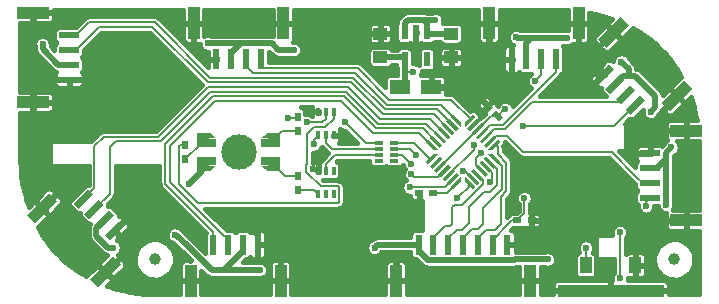
<source format=gbr>
G04 #@! TF.FileFunction,Copper,L2,Bot,Signal*
%FSLAX46Y46*%
G04 Gerber Fmt 4.6, Leading zero omitted, Abs format (unit mm)*
G04 Created by KiCad (PCBNEW 4.0.5-e0-6337~49~ubuntu14.04.1) date Mon May 15 20:50:12 2017*
%MOMM*%
%LPD*%
G01*
G04 APERTURE LIST*
%ADD10C,0.100000*%
%ADD11R,0.600000X1.700000*%
%ADD12R,1.000000X2.700000*%
%ADD13C,3.000000*%
%ADD14R,1.600000X0.800000*%
%ADD15R,1.000000X1.200000*%
%ADD16R,1.700000X0.600000*%
%ADD17R,2.700000X1.000000*%
%ADD18R,1.200000X1.000000*%
%ADD19R,1.800000X1.250000*%
%ADD20R,0.800000X0.500000*%
%ADD21R,0.500000X0.800000*%
%ADD22R,0.800000X0.300000*%
%ADD23R,0.600000X1.200000*%
%ADD24C,1.000000*%
%ADD25R,9.000000X1.000000*%
%ADD26R,1.000000X1.400000*%
%ADD27R,0.300000X0.800000*%
%ADD28C,0.600000*%
%ADD29C,0.500000*%
%ADD30C,0.200000*%
%ADD31C,0.400000*%
G04 APERTURE END LIST*
D10*
D11*
X175625000Y-82150000D03*
X176875000Y-82150000D03*
X174375000Y-82150000D03*
X173125000Y-82150000D03*
D12*
X178800000Y-79100000D03*
X171200000Y-79100000D03*
D13*
X150000000Y-90000000D03*
D14*
X147300000Y-89200000D03*
X147300000Y-90800000D03*
X152700000Y-89200000D03*
X152700000Y-90800000D03*
D15*
X153000000Y-89000000D03*
X153000000Y-91000000D03*
X147000000Y-89000000D03*
X147000000Y-91000000D03*
D10*
G36*
X152550000Y-88400000D02*
X153100000Y-88800000D01*
X151900000Y-88800000D01*
X152450000Y-88400000D01*
X152550000Y-88400000D01*
X152550000Y-88400000D01*
G37*
G36*
X152450000Y-91600000D02*
X151900000Y-91200000D01*
X153100000Y-91200000D01*
X152550000Y-91600000D01*
X152450000Y-91600000D01*
X152450000Y-91600000D01*
G37*
G36*
X147550000Y-88400000D02*
X148100000Y-88800000D01*
X146900000Y-88800000D01*
X147450000Y-88400000D01*
X147550000Y-88400000D01*
X147550000Y-88400000D01*
G37*
G36*
X147450000Y-91600000D02*
X146900000Y-91200000D01*
X148100000Y-91200000D01*
X147550000Y-91600000D01*
X147450000Y-91600000D01*
X147450000Y-91600000D01*
G37*
D16*
X135650000Y-81375000D03*
X135650000Y-80125000D03*
X135650000Y-82625000D03*
X135650000Y-83875000D03*
D17*
X132600000Y-78200000D03*
X132600000Y-85800000D03*
D10*
G36*
X138568288Y-94472093D02*
X137366206Y-95674175D01*
X136941942Y-95249911D01*
X138144024Y-94047829D01*
X138568288Y-94472093D01*
X138568288Y-94472093D01*
G37*
G36*
X137684404Y-93588210D02*
X136482322Y-94790292D01*
X136058058Y-94366028D01*
X137260140Y-93163946D01*
X137684404Y-93588210D01*
X137684404Y-93588210D01*
G37*
G36*
X139452171Y-95355976D02*
X138250089Y-96558058D01*
X137825825Y-96133794D01*
X139027907Y-94931712D01*
X139452171Y-95355976D01*
X139452171Y-95355976D01*
G37*
G36*
X140336054Y-96239860D02*
X139133972Y-97441942D01*
X138709708Y-97017678D01*
X139911790Y-95815596D01*
X140336054Y-96239860D01*
X140336054Y-96239860D01*
G37*
G36*
X134661523Y-94171573D02*
X132752334Y-96080762D01*
X132045227Y-95373655D01*
X133954416Y-93464466D01*
X134661523Y-94171573D01*
X134661523Y-94171573D01*
G37*
G36*
X140035534Y-99545584D02*
X138126345Y-101454773D01*
X137419238Y-100747666D01*
X139328427Y-98838477D01*
X140035534Y-99545584D01*
X140035534Y-99545584D01*
G37*
D18*
X168000000Y-80000000D03*
X168000000Y-82000000D03*
D19*
X163700000Y-84500000D03*
X166300000Y-84500000D03*
D10*
G36*
X172383883Y-87030330D02*
X172030330Y-87383883D01*
X171464645Y-86818198D01*
X171818198Y-86464645D01*
X172383883Y-87030330D01*
X172383883Y-87030330D01*
G37*
G36*
X171535355Y-86181802D02*
X171181802Y-86535355D01*
X170616117Y-85969670D01*
X170969670Y-85616117D01*
X171535355Y-86181802D01*
X171535355Y-86181802D01*
G37*
D18*
X162000000Y-82000000D03*
X162000000Y-80000000D03*
D20*
X173600000Y-95800000D03*
X174800000Y-95800000D03*
D11*
X150625000Y-82150000D03*
X151875000Y-82150000D03*
X149375000Y-82150000D03*
X148125000Y-82150000D03*
D12*
X153800000Y-79100000D03*
X146200000Y-79100000D03*
D11*
X149125000Y-97850000D03*
X147875000Y-97850000D03*
X150375000Y-97850000D03*
X151625000Y-97850000D03*
D12*
X145950000Y-100900000D03*
X153550000Y-100900000D03*
D10*
G36*
X181931712Y-85527907D02*
X183133794Y-84325825D01*
X183558058Y-84750089D01*
X182355976Y-85952171D01*
X181931712Y-85527907D01*
X181931712Y-85527907D01*
G37*
G36*
X182815596Y-86411790D02*
X184017678Y-85209708D01*
X184441942Y-85633972D01*
X183239860Y-86836054D01*
X182815596Y-86411790D01*
X182815596Y-86411790D01*
G37*
G36*
X181047829Y-84644024D02*
X182249911Y-83441942D01*
X182674175Y-83866206D01*
X181472093Y-85068288D01*
X181047829Y-84644024D01*
X181047829Y-84644024D01*
G37*
G36*
X180163946Y-83760140D02*
X181366028Y-82558058D01*
X181790292Y-82982322D01*
X180588210Y-84184404D01*
X180163946Y-83760140D01*
X180163946Y-83760140D01*
G37*
G36*
X185838477Y-85828427D02*
X187747666Y-83919238D01*
X188454773Y-84626345D01*
X186545584Y-86535534D01*
X185838477Y-85828427D01*
X185838477Y-85828427D01*
G37*
G36*
X180464466Y-80454416D02*
X182373655Y-78545227D01*
X183080762Y-79252334D01*
X181171573Y-81161523D01*
X180464466Y-80454416D01*
X180464466Y-80454416D01*
G37*
D16*
X184850000Y-92625000D03*
X184850000Y-93875000D03*
X184850000Y-91375000D03*
X184850000Y-90125000D03*
D17*
X187900000Y-95800000D03*
X187900000Y-88200000D03*
D21*
X155000000Y-92000000D03*
X155000000Y-93200000D03*
X155000000Y-88200000D03*
X155000000Y-87000000D03*
X145500000Y-90600000D03*
X145500000Y-89400000D03*
D20*
X166500000Y-93500000D03*
X165300000Y-93500000D03*
D22*
X163150000Y-90750000D03*
X163150000Y-90250000D03*
X163150000Y-89750000D03*
X163150000Y-89250000D03*
X161850000Y-89250000D03*
X161850000Y-89750000D03*
X161850000Y-90250000D03*
X161850000Y-90750000D03*
D23*
X165000000Y-79850000D03*
X164050000Y-79850000D03*
X165950000Y-79850000D03*
X165950000Y-82150000D03*
X164050000Y-82150000D03*
D24*
X186900000Y-99100000D03*
X142900000Y-99100000D03*
D10*
G36*
X167946353Y-92958215D02*
X168582749Y-92321819D01*
X168794881Y-92533951D01*
X168158485Y-93170347D01*
X167946353Y-92958215D01*
X167946353Y-92958215D01*
G37*
G36*
X167592800Y-92604662D02*
X168441328Y-91756134D01*
X168653460Y-91968266D01*
X167804932Y-92816794D01*
X167592800Y-92604662D01*
X167592800Y-92604662D01*
G37*
G36*
X167239246Y-92251108D02*
X168087774Y-91402580D01*
X168299906Y-91614712D01*
X167451378Y-92463240D01*
X167239246Y-92251108D01*
X167239246Y-92251108D01*
G37*
G36*
X166885693Y-91897555D02*
X167734221Y-91049027D01*
X167946353Y-91261159D01*
X167097825Y-92109687D01*
X166885693Y-91897555D01*
X166885693Y-91897555D01*
G37*
G36*
X166532139Y-91544002D02*
X167380667Y-90695474D01*
X167592799Y-90907606D01*
X166744271Y-91756134D01*
X166532139Y-91544002D01*
X166532139Y-91544002D01*
G37*
G36*
X166178586Y-91190448D02*
X167027114Y-90341920D01*
X167239246Y-90554052D01*
X166390718Y-91402580D01*
X166178586Y-91190448D01*
X166178586Y-91190448D01*
G37*
G36*
X165825033Y-90836895D02*
X166461429Y-90200499D01*
X166673561Y-90412631D01*
X166037165Y-91049027D01*
X165825033Y-90836895D01*
X165825033Y-90836895D01*
G37*
G36*
X166037165Y-88927707D02*
X166673561Y-89564103D01*
X166461429Y-89776235D01*
X165825033Y-89139839D01*
X166037165Y-88927707D01*
X166037165Y-88927707D01*
G37*
G36*
X166390718Y-88574153D02*
X167239246Y-89422681D01*
X167027114Y-89634813D01*
X166178586Y-88786285D01*
X166390718Y-88574153D01*
X166390718Y-88574153D01*
G37*
G36*
X166744271Y-88220600D02*
X167592799Y-89069128D01*
X167380667Y-89281260D01*
X166532139Y-88432732D01*
X166744271Y-88220600D01*
X166744271Y-88220600D01*
G37*
G36*
X167097825Y-87867046D02*
X167946353Y-88715574D01*
X167734221Y-88927706D01*
X166885693Y-88079178D01*
X167097825Y-87867046D01*
X167097825Y-87867046D01*
G37*
G36*
X167451378Y-87513493D02*
X168299906Y-88362021D01*
X168087774Y-88574153D01*
X167239246Y-87725625D01*
X167451378Y-87513493D01*
X167451378Y-87513493D01*
G37*
G36*
X167804932Y-87159940D02*
X168653460Y-88008468D01*
X168441328Y-88220600D01*
X167592800Y-87372072D01*
X167804932Y-87159940D01*
X167804932Y-87159940D01*
G37*
G36*
X168158485Y-86806386D02*
X168794881Y-87442782D01*
X168582749Y-87654914D01*
X167946353Y-87018518D01*
X168158485Y-86806386D01*
X168158485Y-86806386D01*
G37*
G36*
X169219145Y-87442782D02*
X169855541Y-86806386D01*
X170067673Y-87018518D01*
X169431277Y-87654914D01*
X169219145Y-87442782D01*
X169219145Y-87442782D01*
G37*
G36*
X169360567Y-88008468D02*
X170209095Y-87159940D01*
X170421227Y-87372072D01*
X169572699Y-88220600D01*
X169360567Y-88008468D01*
X169360567Y-88008468D01*
G37*
G36*
X169714120Y-88362021D02*
X170562648Y-87513493D01*
X170774780Y-87725625D01*
X169926252Y-88574153D01*
X169714120Y-88362021D01*
X169714120Y-88362021D01*
G37*
G36*
X170067673Y-88715574D02*
X170916201Y-87867046D01*
X171128333Y-88079178D01*
X170279805Y-88927706D01*
X170067673Y-88715574D01*
X170067673Y-88715574D01*
G37*
G36*
X170421227Y-89069128D02*
X171269755Y-88220600D01*
X171481887Y-88432732D01*
X170633359Y-89281260D01*
X170421227Y-89069128D01*
X170421227Y-89069128D01*
G37*
G36*
X170774780Y-89422681D02*
X171623308Y-88574153D01*
X171835440Y-88786285D01*
X170986912Y-89634813D01*
X170774780Y-89422681D01*
X170774780Y-89422681D01*
G37*
G36*
X171340466Y-89564103D02*
X171976862Y-88927707D01*
X172188994Y-89139839D01*
X171552598Y-89776235D01*
X171340466Y-89564103D01*
X171340466Y-89564103D01*
G37*
G36*
X171552598Y-90200499D02*
X172188994Y-90836895D01*
X171976862Y-91049027D01*
X171340466Y-90412631D01*
X171552598Y-90200499D01*
X171552598Y-90200499D01*
G37*
G36*
X170986912Y-90341920D02*
X171835440Y-91190448D01*
X171623308Y-91402580D01*
X170774780Y-90554052D01*
X170986912Y-90341920D01*
X170986912Y-90341920D01*
G37*
G36*
X170633359Y-90695474D02*
X171481887Y-91544002D01*
X171269755Y-91756134D01*
X170421227Y-90907606D01*
X170633359Y-90695474D01*
X170633359Y-90695474D01*
G37*
G36*
X170279805Y-91049027D02*
X171128333Y-91897555D01*
X170916201Y-92109687D01*
X170067673Y-91261159D01*
X170279805Y-91049027D01*
X170279805Y-91049027D01*
G37*
G36*
X169926252Y-91402580D02*
X170774780Y-92251108D01*
X170562648Y-92463240D01*
X169714120Y-91614712D01*
X169926252Y-91402580D01*
X169926252Y-91402580D01*
G37*
G36*
X169572699Y-91756134D02*
X170421227Y-92604662D01*
X170209095Y-92816794D01*
X169360567Y-91968266D01*
X169572699Y-91756134D01*
X169572699Y-91756134D01*
G37*
G36*
X169431277Y-92321819D02*
X170067673Y-92958215D01*
X169855541Y-93170347D01*
X169219145Y-92533951D01*
X169431277Y-92321819D01*
X169431277Y-92321819D01*
G37*
G36*
X168264551Y-92640017D02*
X168830237Y-92074331D01*
X168830237Y-92498595D01*
X168688815Y-92640017D01*
X168264551Y-92640017D01*
X168264551Y-92640017D01*
G37*
G36*
X169183789Y-92074331D02*
X169749475Y-92640017D01*
X169325211Y-92640017D01*
X169183789Y-92498595D01*
X169183789Y-92074331D01*
X169183789Y-92074331D01*
G37*
G36*
X168830237Y-87902402D02*
X168264551Y-87336716D01*
X168688815Y-87336716D01*
X168830237Y-87478138D01*
X168830237Y-87902402D01*
X168830237Y-87902402D01*
G37*
G36*
X169749475Y-87336716D02*
X169183789Y-87902402D01*
X169183789Y-87478138D01*
X169325211Y-87336716D01*
X169749475Y-87336716D01*
X169749475Y-87336716D01*
G37*
G36*
X166921048Y-90165143D02*
X166355362Y-90730829D01*
X166355362Y-90306565D01*
X166496784Y-90165143D01*
X166921048Y-90165143D01*
X166921048Y-90165143D01*
G37*
G36*
X166355362Y-89245904D02*
X166921048Y-89811590D01*
X166496784Y-89811590D01*
X166355362Y-89670168D01*
X166355362Y-89245904D01*
X166355362Y-89245904D01*
G37*
G36*
X171092978Y-89811590D02*
X171658664Y-89245904D01*
X171658664Y-89670168D01*
X171517242Y-89811590D01*
X171092978Y-89811590D01*
X171092978Y-89811590D01*
G37*
G36*
X171658664Y-90730829D02*
X171092978Y-90165143D01*
X171517242Y-90165143D01*
X171658664Y-90306565D01*
X171658664Y-90730829D01*
X171658664Y-90730829D01*
G37*
D25*
X181500000Y-101750000D03*
D26*
X183600000Y-99600000D03*
X179400000Y-99600000D03*
D27*
X158050000Y-88600000D03*
X157400000Y-88600000D03*
X156750000Y-88600000D03*
X156750000Y-86600000D03*
X157400000Y-86600000D03*
X158050000Y-86600000D03*
X156750000Y-91600000D03*
X157400000Y-91600000D03*
X158050000Y-91600000D03*
X158050000Y-93600000D03*
X157400000Y-93600000D03*
X156750000Y-93600000D03*
D11*
X170250000Y-97850000D03*
X169000000Y-97850000D03*
X171500000Y-97850000D03*
X172750000Y-97850000D03*
D12*
X163325000Y-100900000D03*
X174675000Y-100900000D03*
D11*
X167750000Y-97850000D03*
X166500000Y-97850000D03*
X165250000Y-97850000D03*
D28*
X154683607Y-81371010D03*
X176200000Y-99100000D03*
X161509990Y-98100000D03*
X145791481Y-92708519D03*
X147400000Y-80800000D03*
X173500000Y-80300000D03*
X177799998Y-80350000D03*
X184900000Y-86600000D03*
X186650000Y-89600000D03*
X182400000Y-82350000D03*
X139400000Y-98100000D03*
X151789998Y-100000000D03*
X166650000Y-78850000D03*
X133400000Y-80850000D03*
X144600000Y-97000000D03*
X186200000Y-94485002D03*
X179700000Y-83400000D03*
X151200000Y-96600000D03*
X155800000Y-86600000D03*
X159000000Y-88400000D03*
X156300000Y-91400000D03*
X172582799Y-86382799D03*
X164800000Y-83200000D03*
X174200000Y-93900000D03*
X164636666Y-91871067D03*
X154150000Y-87100000D03*
X156400000Y-89350000D03*
X159000000Y-87500000D03*
X155800000Y-87500000D03*
X164600000Y-91000000D03*
X168500000Y-93900000D03*
X164985743Y-90214257D03*
X169000000Y-91600000D03*
X179400000Y-98100000D03*
X171300000Y-92500000D03*
X182300000Y-100700000D03*
X184500000Y-94600000D03*
X182300000Y-96800000D03*
X164484480Y-92990300D03*
X175100000Y-84000000D03*
X169900000Y-89400000D03*
X174100000Y-87800000D03*
X170500000Y-90100000D03*
D29*
X154259343Y-81371010D02*
X154683607Y-81371010D01*
X153371010Y-81371010D02*
X154259343Y-81371010D01*
X152800000Y-80800000D02*
X153371010Y-81371010D01*
X150175000Y-80800000D02*
X152800000Y-80800000D01*
X165950000Y-99100000D02*
X165250000Y-98400000D01*
X165990001Y-99140001D02*
X173402001Y-99140001D01*
X165950000Y-99100000D02*
X165990001Y-99140001D01*
X173402001Y-99140001D02*
X173442002Y-99100000D01*
X173442002Y-99100000D02*
X176200000Y-99100000D01*
X161759990Y-97850000D02*
X161509990Y-98100000D01*
X165250000Y-97850000D02*
X161759990Y-97850000D01*
X146900000Y-91600000D02*
X145791481Y-92708519D01*
X150175000Y-80800000D02*
X147400000Y-80800000D01*
X173900000Y-80350000D02*
X173550000Y-80350000D01*
X173550000Y-80350000D02*
X173500000Y-80300000D01*
X185291963Y-86208037D02*
X185291963Y-85281880D01*
X185291963Y-85281880D02*
X183593447Y-83583364D01*
X183593447Y-83583364D02*
X183027745Y-83583364D01*
X184900000Y-86600000D02*
X185291963Y-86208037D01*
X174825000Y-80350000D02*
X173900000Y-80350000D01*
X177799998Y-80350000D02*
X174825000Y-80350000D01*
X174825000Y-80350000D02*
X174375000Y-80800000D01*
X174375000Y-80800000D02*
X174375000Y-82150000D01*
X174375000Y-82150000D02*
X174375000Y-81439998D01*
X186200000Y-90575000D02*
X186200000Y-90050000D01*
X186200000Y-90050000D02*
X186650000Y-89600000D01*
X183027745Y-83583364D02*
X183027745Y-82977745D01*
X183027745Y-82977745D02*
X182400000Y-82350000D01*
X139400000Y-98100000D02*
X138975736Y-98100000D01*
X138975736Y-98100000D02*
X137967247Y-97091511D01*
X137967247Y-97091511D02*
X137967247Y-96416636D01*
X137967247Y-96416636D02*
X138638998Y-95744885D01*
X166650000Y-78850000D02*
X165710002Y-78850000D01*
X165710002Y-78850000D02*
X165660001Y-78799999D01*
X133400000Y-80850000D02*
X133400000Y-81274264D01*
X133400000Y-81274264D02*
X134750736Y-82625000D01*
X134750736Y-82625000D02*
X135650000Y-82625000D01*
X144600000Y-97000000D02*
X144702592Y-97000000D01*
X144702592Y-97000000D02*
X145702592Y-98000000D01*
X145702592Y-98000000D02*
X145710002Y-98000000D01*
X147000000Y-91000000D02*
X147100000Y-91000000D01*
X147100000Y-91000000D02*
X147300000Y-90800000D01*
X165250000Y-98400000D02*
X165250000Y-97850000D01*
X186200000Y-90575000D02*
X186200000Y-94485002D01*
X148775000Y-100000000D02*
X151789998Y-100000000D01*
X147710002Y-100000000D02*
X148775000Y-100000000D01*
X148775000Y-100000000D02*
X150375000Y-98400000D01*
X150375000Y-98400000D02*
X150375000Y-97850000D01*
X145710002Y-98000000D02*
X147710002Y-100000000D01*
X134939998Y-82625000D02*
X135650000Y-82625000D01*
X150175000Y-80800000D02*
X149375000Y-81600000D01*
X149375000Y-81600000D02*
X149375000Y-82150000D01*
X165950000Y-79850000D02*
X165950000Y-79089998D01*
X165950000Y-79089998D02*
X165660001Y-78799999D01*
X165660001Y-78799999D02*
X164339999Y-78799999D01*
X164339999Y-78799999D02*
X164050000Y-79089998D01*
X164050000Y-79089998D02*
X164050000Y-79850000D01*
X168000000Y-80000000D02*
X166100000Y-80000000D01*
X166100000Y-80000000D02*
X165950000Y-79850000D01*
X168100000Y-80000000D02*
X168000000Y-80000000D01*
X184850000Y-91375000D02*
X185400000Y-91375000D01*
X185400000Y-91375000D02*
X186200000Y-90575000D01*
X182532753Y-83583364D02*
X181861002Y-84255115D01*
X183027745Y-83583364D02*
X182532753Y-83583364D01*
X180977119Y-83371231D02*
X179728769Y-83371231D01*
X179728769Y-83371231D02*
X179700000Y-83400000D01*
X151625000Y-97850000D02*
X151625000Y-97025000D01*
X151625000Y-97025000D02*
X151200000Y-96600000D01*
D30*
X156750000Y-86600000D02*
X155800000Y-86600000D01*
X158050000Y-88600000D02*
X158800000Y-88600000D01*
X158800000Y-88600000D02*
X159000000Y-88400000D01*
X156500000Y-91600000D02*
X156300000Y-91400000D01*
X156750000Y-91600000D02*
X156500000Y-91600000D01*
X172700000Y-97800000D02*
X172750000Y-97850000D01*
X171075736Y-86510050D02*
X171075736Y-86075736D01*
X169883883Y-87701903D02*
X171075736Y-86510050D01*
X172465729Y-86382799D02*
X172582799Y-86382799D01*
X171924264Y-86924264D02*
X172465729Y-86382799D01*
D29*
X164050000Y-82150000D02*
X164050000Y-83200000D01*
D30*
X164800000Y-83200000D02*
X164050000Y-83200000D01*
D29*
X164050000Y-83200000D02*
X164050000Y-84150000D01*
D30*
X163700000Y-84500000D02*
X163700000Y-84300000D01*
X163700000Y-84500000D02*
X163975000Y-84500000D01*
D29*
X164050000Y-84150000D02*
X163700000Y-84500000D01*
X162000000Y-82000000D02*
X163900000Y-82000000D01*
X163900000Y-82000000D02*
X164050000Y-82150000D01*
D30*
X171368629Y-86924264D02*
X171924264Y-86924264D01*
X170237437Y-88055456D02*
X171368629Y-86924264D01*
X167055456Y-91237437D02*
X170237437Y-88055456D01*
X174200000Y-93900000D02*
X174200000Y-95200000D01*
X174200000Y-95200000D02*
X173600000Y-95800000D01*
X171500000Y-97850000D02*
X171500000Y-97451558D01*
X164851563Y-92085964D02*
X164636666Y-91871067D01*
X166914036Y-92085964D02*
X164851563Y-92085964D01*
X171500000Y-97451558D02*
X172912280Y-96039278D01*
X172912280Y-96039278D02*
X172912280Y-96035945D01*
X173148225Y-95800000D02*
X173600000Y-95800000D01*
X172912280Y-96035945D02*
X173148225Y-95800000D01*
X171600000Y-97950000D02*
X171500000Y-97850000D01*
X167409010Y-91590990D02*
X166914036Y-92085964D01*
X145500000Y-90600000D02*
X146900000Y-89200000D01*
X146900000Y-89200000D02*
X147300000Y-89200000D01*
X155000000Y-88200000D02*
X153700000Y-88200000D01*
X153700000Y-88200000D02*
X152700000Y-89200000D01*
X155000000Y-92000000D02*
X153900000Y-92000000D01*
X153000000Y-91100000D02*
X153000000Y-91000000D01*
X153900000Y-92000000D02*
X153000000Y-91100000D01*
X150625000Y-82700000D02*
X150625000Y-82150000D01*
X151225001Y-83300001D02*
X150625000Y-82700000D01*
X159831401Y-83300001D02*
X151225001Y-83300001D01*
X162531378Y-85999978D02*
X159831401Y-83300001D01*
X167121298Y-85999978D02*
X162531378Y-85999978D01*
X168363604Y-87242284D02*
X167121298Y-85999978D01*
X168363604Y-87242284D02*
X168292910Y-87242284D01*
X152600000Y-82882427D02*
X151882427Y-82882427D01*
X151882427Y-82882427D02*
X151800000Y-82800000D01*
X151800000Y-82800000D02*
X151875000Y-82150000D01*
X160082427Y-82882427D02*
X152600000Y-82882427D01*
X152600000Y-82882427D02*
X152482427Y-82882427D01*
X162765689Y-85565689D02*
X160082427Y-82882427D01*
X169636396Y-87242284D02*
X167959801Y-85565689D01*
X167959801Y-85565689D02*
X162765689Y-85565689D01*
X166507107Y-86800000D02*
X167762563Y-88055456D01*
X135650000Y-81375000D02*
X136200000Y-81375000D01*
X136200000Y-81375000D02*
X138175000Y-79400000D01*
X138175000Y-79400000D02*
X142700000Y-79400000D01*
X142700000Y-79400000D02*
X147409989Y-84109989D01*
X147409989Y-84109989D02*
X159509989Y-84109989D01*
X159509989Y-84109989D02*
X162200000Y-86800000D01*
X162200000Y-86800000D02*
X166507107Y-86800000D01*
X137325000Y-79000000D02*
X136200000Y-80125000D01*
X136200000Y-80125000D02*
X135650000Y-80125000D01*
X168116117Y-87701903D02*
X166814203Y-86399989D01*
X166814203Y-86399989D02*
X162365689Y-86399989D01*
X162365689Y-86399989D02*
X159665712Y-83700012D01*
X159665712Y-83700012D02*
X147600012Y-83700012D01*
X147600012Y-83700012D02*
X142900000Y-79000000D01*
X142900000Y-79000000D02*
X137325000Y-79000000D01*
X139100000Y-93516117D02*
X137755115Y-94861002D01*
X137968298Y-94631702D02*
X138000000Y-94663404D01*
X138000000Y-94663404D02*
X138000000Y-94800000D01*
X138000000Y-94800000D02*
X137755115Y-94861002D01*
X167055456Y-88762563D02*
X165892893Y-87600000D01*
X165892893Y-87600000D02*
X161800000Y-87600000D01*
X161800000Y-87600000D02*
X159100000Y-84900000D01*
X159100000Y-84900000D02*
X147600000Y-84900000D01*
X147600000Y-84900000D02*
X143400000Y-89100000D01*
X143400000Y-89100000D02*
X139600000Y-89100000D01*
X139600000Y-89100000D02*
X139100000Y-89600000D01*
X139100000Y-89600000D02*
X139100000Y-93516117D01*
X167409010Y-88409010D02*
X166200000Y-87200000D01*
X166200000Y-87200000D02*
X162000000Y-87200000D01*
X162000000Y-87200000D02*
X159300000Y-84500000D01*
X159300000Y-84500000D02*
X147400000Y-84500000D01*
X147400000Y-84500000D02*
X143200000Y-88700000D01*
X143200000Y-88700000D02*
X138600000Y-88700000D01*
X138600000Y-88700000D02*
X137800000Y-89500000D01*
X137800000Y-89500000D02*
X137800000Y-93048350D01*
X137800000Y-93048350D02*
X136871231Y-93977119D01*
X148600000Y-96902998D02*
X148602998Y-96902998D01*
X148602998Y-96902998D02*
X149100000Y-97400000D01*
X149100000Y-97400000D02*
X149125000Y-97850000D01*
X144200000Y-89500000D02*
X144200000Y-92502998D01*
X144200000Y-92502998D02*
X148600000Y-96902998D01*
X148600000Y-96902998D02*
X148597002Y-96900000D01*
X148000000Y-85700000D02*
X144200000Y-89500000D01*
X148500000Y-85700000D02*
X148000000Y-85700000D01*
X158700000Y-85700000D02*
X148500000Y-85700000D01*
X159100000Y-86100000D02*
X158700000Y-85700000D01*
X161400000Y-88400000D02*
X159100000Y-86100000D01*
X165278680Y-88400000D02*
X161400000Y-88400000D01*
X149125000Y-97300000D02*
X149125000Y-97850000D01*
X166242284Y-89363604D02*
X165278680Y-88400000D01*
X147875000Y-96775000D02*
X147875000Y-97850000D01*
X166701903Y-89116117D02*
X165585786Y-88000000D01*
X165585786Y-88000000D02*
X161600000Y-88000000D01*
X161600000Y-88000000D02*
X158900000Y-85300000D01*
X158900000Y-85300000D02*
X147800000Y-85300000D01*
X147800000Y-85300000D02*
X143800000Y-89300000D01*
X143800000Y-89300000D02*
X143800000Y-92700000D01*
X143800000Y-92700000D02*
X147875000Y-96775000D01*
X168940646Y-94500000D02*
X170704223Y-92736423D01*
X166500000Y-97300000D02*
X167500000Y-96300000D01*
X167500000Y-96300000D02*
X167900000Y-96300000D01*
X166500000Y-97850000D02*
X166500000Y-97300000D01*
X167900000Y-96300000D02*
X168100000Y-96100000D01*
X168100000Y-96100000D02*
X168100000Y-94700000D01*
X168100000Y-94700000D02*
X168300000Y-94500000D01*
X168300000Y-94500000D02*
X168940646Y-94500000D01*
X170704223Y-92411330D02*
X170237437Y-91944544D01*
X170704223Y-92736423D02*
X170704223Y-92411330D01*
X161850000Y-90250000D02*
X158150000Y-90250000D01*
X157400000Y-91000000D02*
X157400000Y-91600000D01*
X158150000Y-90250000D02*
X157400000Y-91000000D01*
X155000000Y-93200000D02*
X156350000Y-93200000D01*
X156350000Y-93200000D02*
X156750000Y-93600000D01*
X161850000Y-89750000D02*
X157950000Y-89750000D01*
X157950000Y-89750000D02*
X157400000Y-89200000D01*
X157400000Y-89200000D02*
X157400000Y-88600000D01*
X154150000Y-87100000D02*
X154900000Y-87100000D01*
X154900000Y-87100000D02*
X155000000Y-87000000D01*
X156400000Y-89350000D02*
X156400000Y-88950000D01*
X156400000Y-88950000D02*
X156750000Y-88600000D01*
X156750000Y-88600000D02*
X156750000Y-88300000D01*
X159000000Y-87500000D02*
X160750000Y-89250000D01*
X160750000Y-89250000D02*
X161850000Y-89250000D01*
X157400000Y-86600000D02*
X157400000Y-87200000D01*
X157400000Y-87200000D02*
X157100000Y-87500000D01*
X157100000Y-87500000D02*
X155800000Y-87500000D01*
X161600000Y-89250000D02*
X161850000Y-89250000D01*
X145050000Y-89400000D02*
X145500000Y-89400000D01*
X155800000Y-91026796D02*
X155709998Y-91116798D01*
X144959999Y-89490001D02*
X145050000Y-89400000D01*
X144959999Y-92711439D02*
X144959999Y-89490001D01*
X158490001Y-92967999D02*
X158490001Y-94232001D01*
X146538561Y-94290001D02*
X144959999Y-92711439D01*
X158432001Y-94290001D02*
X146538561Y-94290001D01*
X155800000Y-88477998D02*
X155800000Y-91026796D01*
X158432001Y-92909999D02*
X158490001Y-92967999D01*
X156936795Y-92909999D02*
X158432001Y-92909999D01*
X155709998Y-91683202D02*
X156936795Y-92909999D01*
X156367999Y-87909999D02*
X155800000Y-88477998D01*
X158050000Y-87200000D02*
X157340001Y-87909999D01*
X157340001Y-87909999D02*
X156367999Y-87909999D01*
X158050000Y-86600000D02*
X158050000Y-87200000D01*
X155709998Y-91116798D02*
X155709998Y-91683202D01*
X158490001Y-94232001D02*
X158432001Y-94290001D01*
X166500000Y-93500000D02*
X167621321Y-93500000D01*
X167621321Y-93500000D02*
X168646447Y-92474874D01*
X168646447Y-92474874D02*
X168434315Y-92687006D01*
X164600000Y-91000000D02*
X163850000Y-90250000D01*
X163850000Y-90250000D02*
X163150000Y-90250000D01*
X169636396Y-92757716D02*
X169636396Y-92763604D01*
X169636396Y-92763604D02*
X168500000Y-93900000D01*
X169636396Y-92757716D02*
X169442284Y-92757716D01*
X164521486Y-89750000D02*
X164685744Y-89914258D01*
X163150000Y-89750000D02*
X164521486Y-89750000D01*
X164685744Y-89914258D02*
X164985743Y-90214257D01*
X169883883Y-92298097D02*
X169185786Y-91600000D01*
X169185786Y-91600000D02*
X169000000Y-91600000D01*
X169883883Y-92298097D02*
X169883883Y-92368791D01*
X164855888Y-89250000D02*
X166242284Y-90636396D01*
X163150000Y-89250000D02*
X164855888Y-89250000D01*
X170944544Y-91237437D02*
X171439518Y-91732411D01*
X171439518Y-92360482D02*
X171300000Y-92500000D01*
X171439518Y-91732411D02*
X171439518Y-92360482D01*
X179400000Y-98100000D02*
X179400000Y-98700000D01*
X179400000Y-99600000D02*
X179400000Y-98700000D01*
X171793071Y-88621143D02*
X172721143Y-88621143D01*
X171793071Y-88621143D02*
X171298097Y-89116117D01*
X172721143Y-88621143D02*
X174100000Y-90000000D01*
X174100000Y-90000000D02*
X181600000Y-90000000D01*
X184300000Y-92700000D02*
X183600000Y-92000000D01*
X181600000Y-90000000D02*
X183600000Y-92000000D01*
X184300000Y-92700000D02*
X184850000Y-92625000D01*
X184325000Y-92625000D02*
X184850000Y-92625000D01*
X184300000Y-92625000D02*
X184850000Y-92625000D01*
X182300000Y-100700000D02*
X182300000Y-96925000D01*
X182300000Y-96925000D02*
X182300000Y-96800000D01*
X184500000Y-94600000D02*
X184500000Y-94225000D01*
X184500000Y-94225000D02*
X184850000Y-93875000D01*
X184300000Y-93875000D02*
X184850000Y-93875000D01*
X184825000Y-93900000D02*
X184850000Y-93875000D01*
X167454215Y-92959999D02*
X164514781Y-92959999D01*
X164514781Y-92959999D02*
X164484480Y-92990300D01*
X167454215Y-92959999D02*
X168116117Y-92298097D01*
X168116117Y-92298097D02*
X168031280Y-92298097D01*
X167762563Y-91944544D02*
X169900000Y-89807107D01*
X169900000Y-89807107D02*
X169900000Y-89400000D01*
X175100000Y-84000000D02*
X175625000Y-83475000D01*
X175625000Y-83475000D02*
X175625000Y-82150000D01*
X175625000Y-82150000D02*
X175625000Y-81600000D01*
X170590990Y-88409010D02*
X171326107Y-87673893D01*
X176875000Y-82150000D02*
X176875000Y-83200000D01*
X176875000Y-83200000D02*
X172401107Y-87673893D01*
X172401107Y-87673893D02*
X172374549Y-87673893D01*
X176875000Y-82700000D02*
X176875000Y-82150000D01*
X171326107Y-87673893D02*
X172374549Y-87673893D01*
X171643204Y-88063904D02*
X170944544Y-88762563D01*
X172562654Y-88063904D02*
X171643204Y-88063904D01*
X174826558Y-85800000D02*
X172562654Y-88063904D01*
X170944544Y-88762563D02*
X171029381Y-88762563D01*
X182300000Y-85600000D02*
X182100000Y-85800000D01*
X182100000Y-85800000D02*
X174826558Y-85800000D01*
X182300000Y-85600000D02*
X182744885Y-85138998D01*
X182300000Y-85600000D02*
X182744885Y-85138998D01*
X182300000Y-85600000D02*
X182744885Y-85138998D01*
X170590990Y-91590990D02*
X170096016Y-91096016D01*
X170096016Y-91096016D02*
X170096016Y-90503984D01*
X170096016Y-90503984D02*
X170500000Y-90100000D01*
X170590990Y-91590990D02*
X170590990Y-91506153D01*
X183628769Y-86022881D02*
X183577119Y-86022881D01*
X183577119Y-86022881D02*
X181800000Y-87800000D01*
X174100000Y-87800000D02*
X181800000Y-87800000D01*
X172670023Y-93303483D02*
X172670023Y-90900000D01*
X171757716Y-89363604D02*
X171934492Y-89540380D01*
X171934492Y-89540380D02*
X171934492Y-90164469D01*
X171934492Y-90164469D02*
X172670023Y-90900000D01*
X172200000Y-96100000D02*
X172200000Y-93773505D01*
X172200000Y-93773505D02*
X172670023Y-93303483D01*
X171700000Y-96600000D02*
X172200000Y-96100000D01*
X170950000Y-96600000D02*
X171700000Y-96600000D01*
X170250000Y-97300000D02*
X170950000Y-96600000D01*
X170250000Y-97850000D02*
X170250000Y-97300000D01*
X172280013Y-93141936D02*
X172280013Y-92400000D01*
X172280013Y-92400000D02*
X172280013Y-91158692D01*
X172280013Y-93141936D02*
X172280013Y-93119987D01*
X170700000Y-94721949D02*
X172280013Y-93141936D01*
X172280013Y-91158692D02*
X171474874Y-90353553D01*
X169784300Y-96515700D02*
X170284300Y-96515700D01*
X169000000Y-97850000D02*
X169000000Y-97300000D01*
X170700000Y-96100000D02*
X170700000Y-94721949D01*
X169000000Y-97300000D02*
X169784300Y-96515700D01*
X170284300Y-96515700D02*
X170700000Y-96100000D01*
X171298097Y-90883883D02*
X171283883Y-90883883D01*
X171793071Y-91378857D02*
X171298097Y-90883883D01*
X171890002Y-91475788D02*
X171793071Y-91378857D01*
X167750000Y-97850000D02*
X167750000Y-97300000D01*
X169500000Y-94700000D02*
X170800000Y-93400000D01*
X167750000Y-97300000D02*
X168450000Y-96600000D01*
X168450000Y-96600000D02*
X168900000Y-96600000D01*
X168900000Y-96600000D02*
X169500000Y-96000000D01*
X169500000Y-96000000D02*
X169500000Y-94700000D01*
X170800000Y-93400000D02*
X171100000Y-93400000D01*
X171273204Y-93400000D02*
X171890002Y-92783202D01*
X171273204Y-93400000D02*
X171100000Y-93400000D01*
X171890002Y-92783202D02*
X171890002Y-91475788D01*
D31*
G36*
X145300000Y-78950000D02*
X145400000Y-79050000D01*
X146150000Y-79050000D01*
X146150000Y-79030000D01*
X146250000Y-79030000D01*
X146250000Y-79050000D01*
X147000000Y-79050000D01*
X147100000Y-78950000D01*
X147100000Y-77957009D01*
X152900000Y-77957009D01*
X152900000Y-78950000D01*
X153000000Y-79050000D01*
X153750000Y-79050000D01*
X153750000Y-79030000D01*
X153850000Y-79030000D01*
X153850000Y-79050000D01*
X154600000Y-79050000D01*
X154700000Y-78950000D01*
X154700000Y-77957009D01*
X170300000Y-77957009D01*
X170300000Y-78950000D01*
X170400000Y-79050000D01*
X171150000Y-79050000D01*
X171150000Y-79030000D01*
X171250000Y-79030000D01*
X171250000Y-79050000D01*
X172000000Y-79050000D01*
X172100000Y-78950000D01*
X172100000Y-77957009D01*
X176926259Y-77957009D01*
X177611401Y-77971274D01*
X177900000Y-77989585D01*
X177900000Y-78950000D01*
X178000000Y-79050000D01*
X178750000Y-79050000D01*
X178750000Y-79030000D01*
X178850000Y-79030000D01*
X178850000Y-79050000D01*
X179600000Y-79050000D01*
X179700000Y-78950000D01*
X179700000Y-78208391D01*
X180171556Y-78302736D01*
X180769115Y-78451683D01*
X181348946Y-78626039D01*
X181628125Y-78725072D01*
X181242284Y-79110913D01*
X181242284Y-79252334D01*
X181772614Y-79782664D01*
X181786756Y-79768522D01*
X181857467Y-79839233D01*
X181843325Y-79853375D01*
X182373655Y-80383705D01*
X182515076Y-80383705D01*
X183384413Y-79514368D01*
X183483664Y-79567608D01*
X183969495Y-79861670D01*
X184435497Y-80178293D01*
X184881357Y-80517053D01*
X185306728Y-80877552D01*
X185711265Y-81259379D01*
X186094621Y-81662173D01*
X186456416Y-82085542D01*
X186796285Y-82529145D01*
X187113828Y-82992608D01*
X187408645Y-83475605D01*
X187484814Y-83616405D01*
X186616295Y-84484924D01*
X186616295Y-84626345D01*
X187146625Y-85156675D01*
X187160767Y-85142533D01*
X187231478Y-85213244D01*
X187217336Y-85227386D01*
X187747666Y-85757716D01*
X187889087Y-85757716D01*
X188272614Y-85374189D01*
X188351901Y-85595767D01*
X188526436Y-86171107D01*
X188675498Y-86763818D01*
X188783745Y-87300000D01*
X188050000Y-87300000D01*
X187950000Y-87400000D01*
X187950000Y-88150000D01*
X187970000Y-88150000D01*
X187970000Y-88250000D01*
X187950000Y-88250000D01*
X187950000Y-89000000D01*
X188050000Y-89100000D01*
X188994177Y-89100000D01*
X189007029Y-89300641D01*
X189021289Y-89979021D01*
X189021289Y-94900000D01*
X188050000Y-94900000D01*
X187950000Y-95000000D01*
X187950000Y-95750000D01*
X187970000Y-95750000D01*
X187970000Y-95850000D01*
X187950000Y-95850000D01*
X187950000Y-96600000D01*
X188050000Y-96700000D01*
X189021289Y-96700000D01*
X189021289Y-102057001D01*
X186400000Y-102057001D01*
X186400000Y-101900000D01*
X186300000Y-101800000D01*
X181550000Y-101800000D01*
X181550000Y-101820000D01*
X181450000Y-101820000D01*
X181450000Y-101800000D01*
X176700000Y-101800000D01*
X176600000Y-101900000D01*
X176600000Y-102057001D01*
X175575000Y-102057001D01*
X175575000Y-101210604D01*
X176600000Y-101210604D01*
X176600000Y-101600000D01*
X176700000Y-101700000D01*
X181450000Y-101700000D01*
X181450000Y-100950000D01*
X181350000Y-100850000D01*
X176960603Y-100850000D01*
X176883324Y-100865372D01*
X176810529Y-100895525D01*
X176745014Y-100939300D01*
X176689299Y-100995015D01*
X176645524Y-101060529D01*
X176615372Y-101133325D01*
X176600000Y-101210604D01*
X175575000Y-101210604D01*
X175575000Y-101050000D01*
X175475000Y-100950000D01*
X174725000Y-100950000D01*
X174725000Y-100970000D01*
X174625000Y-100970000D01*
X174625000Y-100950000D01*
X173875000Y-100950000D01*
X173775000Y-101050000D01*
X173775000Y-102057001D01*
X164225000Y-102057001D01*
X164225000Y-101050000D01*
X164125000Y-100950000D01*
X163375000Y-100950000D01*
X163375000Y-100970000D01*
X163275000Y-100970000D01*
X163275000Y-100950000D01*
X162525000Y-100950000D01*
X162425000Y-101050000D01*
X162425000Y-102057001D01*
X154450000Y-102057001D01*
X154450000Y-101050000D01*
X154350000Y-100950000D01*
X153600000Y-100950000D01*
X153600000Y-100970000D01*
X153500000Y-100970000D01*
X153500000Y-100950000D01*
X152750000Y-100950000D01*
X152650000Y-101050000D01*
X152650000Y-102057001D01*
X146850000Y-102057001D01*
X146850000Y-101050000D01*
X146750000Y-100950000D01*
X146000000Y-100950000D01*
X146000000Y-100970000D01*
X145900000Y-100970000D01*
X145900000Y-100950000D01*
X145150000Y-100950000D01*
X145050000Y-101050000D01*
X145050000Y-102057001D01*
X143359565Y-102057001D01*
X142694547Y-102042752D01*
X142048867Y-102000630D01*
X141418187Y-101931054D01*
X140802857Y-101834522D01*
X140203372Y-101711547D01*
X139620131Y-101562628D01*
X139053511Y-101388241D01*
X138837075Y-101309728D01*
X139257716Y-100889087D01*
X139257716Y-100747666D01*
X138727386Y-100217336D01*
X138713244Y-100231478D01*
X138642533Y-100160767D01*
X138656675Y-100146625D01*
X138798097Y-100146625D01*
X139328427Y-100676955D01*
X139469848Y-100676955D01*
X140346233Y-99800570D01*
X140390008Y-99735056D01*
X140420162Y-99662260D01*
X140435534Y-99584981D01*
X140435534Y-99506188D01*
X140420161Y-99428909D01*
X140390009Y-99356114D01*
X140346234Y-99290599D01*
X140298576Y-99242941D01*
X141197765Y-99242941D01*
X141257948Y-99570851D01*
X141380676Y-99880827D01*
X141561274Y-100161061D01*
X141792865Y-100400880D01*
X142066625Y-100591148D01*
X142372129Y-100724619D01*
X142697739Y-100796209D01*
X143031053Y-100803191D01*
X143359376Y-100745299D01*
X143670201Y-100624738D01*
X143951689Y-100446100D01*
X144193119Y-100216190D01*
X144385294Y-99943764D01*
X144520895Y-99639200D01*
X144594756Y-99314097D01*
X144600073Y-98933306D01*
X144535318Y-98606268D01*
X144408274Y-98298036D01*
X144223780Y-98020351D01*
X143988864Y-97783789D01*
X143712474Y-97597361D01*
X143405136Y-97468169D01*
X143078558Y-97401132D01*
X142745179Y-97398804D01*
X142417697Y-97461275D01*
X142108586Y-97586164D01*
X141829619Y-97768715D01*
X141591423Y-98001973D01*
X141403070Y-98277056D01*
X141271735Y-98583484D01*
X141202420Y-98909586D01*
X141197765Y-99242941D01*
X140298576Y-99242941D01*
X140070889Y-99015254D01*
X139929468Y-99015254D01*
X138798097Y-100146625D01*
X138656675Y-100146625D01*
X138126345Y-99616295D01*
X137984924Y-99616295D01*
X137108539Y-100492680D01*
X137092169Y-100517179D01*
X136961473Y-100445655D01*
X136483945Y-100150997D01*
X136025414Y-99833626D01*
X135586200Y-99493901D01*
X135166724Y-99132245D01*
X134767374Y-98749033D01*
X134388560Y-98344635D01*
X134030672Y-97919391D01*
X133694164Y-97473679D01*
X133379449Y-97007810D01*
X133087008Y-96522156D01*
X133013775Y-96385006D01*
X133883705Y-95515076D01*
X133883705Y-95373655D01*
X133353375Y-94843325D01*
X133339233Y-94857467D01*
X133268522Y-94786756D01*
X133282664Y-94772614D01*
X133424086Y-94772614D01*
X133954416Y-95302944D01*
X134095837Y-95302944D01*
X134972222Y-94426559D01*
X135015997Y-94361045D01*
X135046151Y-94288249D01*
X135061523Y-94210970D01*
X135061523Y-94132177D01*
X135046150Y-94054898D01*
X135015998Y-93982103D01*
X134972223Y-93916588D01*
X134696878Y-93641243D01*
X134555457Y-93641243D01*
X133424086Y-94772614D01*
X133282664Y-94772614D01*
X132752334Y-94242284D01*
X132610913Y-94242284D01*
X132231829Y-94621368D01*
X132149450Y-94388466D01*
X132041957Y-94030152D01*
X132823045Y-94030152D01*
X132823045Y-94171573D01*
X133353375Y-94701903D01*
X134484746Y-93570532D01*
X134484746Y-93429111D01*
X134209401Y-93153766D01*
X134143886Y-93109991D01*
X134071091Y-93079839D01*
X133993812Y-93064466D01*
X133915019Y-93064466D01*
X133837740Y-93079838D01*
X133764944Y-93109992D01*
X133699430Y-93153767D01*
X132823045Y-94030152D01*
X132041957Y-94030152D01*
X131975617Y-93809019D01*
X131827032Y-93211851D01*
X131704256Y-92597421D01*
X131607807Y-91966022D01*
X131538240Y-91318101D01*
X131496093Y-90654035D01*
X131481827Y-89969611D01*
X131481829Y-86700000D01*
X132450000Y-86700000D01*
X132550000Y-86600000D01*
X132550000Y-85850000D01*
X132650000Y-85850000D01*
X132650000Y-86600000D01*
X132750000Y-86700000D01*
X133989396Y-86700000D01*
X134066675Y-86684628D01*
X134139471Y-86654476D01*
X134204985Y-86610701D01*
X134260700Y-86554986D01*
X134304475Y-86489471D01*
X134334628Y-86416676D01*
X134350000Y-86339397D01*
X134350000Y-85950000D01*
X134250000Y-85850000D01*
X132650000Y-85850000D01*
X132550000Y-85850000D01*
X132530000Y-85850000D01*
X132530000Y-85750000D01*
X132550000Y-85750000D01*
X132550000Y-85000000D01*
X132650000Y-85000000D01*
X132650000Y-85750000D01*
X134250000Y-85750000D01*
X134350000Y-85650000D01*
X134350000Y-85260603D01*
X134334628Y-85183324D01*
X134304475Y-85110529D01*
X134260700Y-85045014D01*
X134204985Y-84989299D01*
X134139471Y-84945524D01*
X134066675Y-84915372D01*
X133989396Y-84900000D01*
X132750000Y-84900000D01*
X132650000Y-85000000D01*
X132550000Y-85000000D01*
X132450000Y-84900000D01*
X131481829Y-84900000D01*
X131481829Y-84025000D01*
X134400000Y-84025000D01*
X134400000Y-84214397D01*
X134415372Y-84291676D01*
X134445525Y-84364471D01*
X134489300Y-84429986D01*
X134545015Y-84485701D01*
X134610529Y-84529476D01*
X134683325Y-84559628D01*
X134760604Y-84575000D01*
X135500000Y-84575000D01*
X135600000Y-84475000D01*
X135600000Y-83925000D01*
X135700000Y-83925000D01*
X135700000Y-84475000D01*
X135800000Y-84575000D01*
X136539396Y-84575000D01*
X136616675Y-84559628D01*
X136689471Y-84529476D01*
X136754985Y-84485701D01*
X136810700Y-84429986D01*
X136854475Y-84364471D01*
X136884628Y-84291676D01*
X136900000Y-84214397D01*
X136900000Y-84025000D01*
X136800000Y-83925000D01*
X135700000Y-83925000D01*
X135600000Y-83925000D01*
X134500000Y-83925000D01*
X134400000Y-84025000D01*
X131481829Y-84025000D01*
X131481831Y-80908858D01*
X132699080Y-80908858D01*
X132723861Y-81043880D01*
X132750000Y-81109900D01*
X132750000Y-81274264D01*
X132755861Y-81334042D01*
X132761092Y-81393832D01*
X132762045Y-81397114D01*
X132762379Y-81400516D01*
X132779734Y-81457999D01*
X132796484Y-81515653D01*
X132798057Y-81518688D01*
X132799045Y-81521960D01*
X132827244Y-81574995D01*
X132854864Y-81628279D01*
X132856995Y-81630948D01*
X132858601Y-81633969D01*
X132896548Y-81680496D01*
X132934008Y-81727422D01*
X132938698Y-81732177D01*
X132938779Y-81732276D01*
X132938871Y-81732352D01*
X132940381Y-81733883D01*
X134291116Y-83084619D01*
X134337528Y-83122743D01*
X134383507Y-83161324D01*
X134386501Y-83162970D01*
X134389143Y-83165140D01*
X134442081Y-83193525D01*
X134494674Y-83222438D01*
X134497930Y-83223471D01*
X134500944Y-83225087D01*
X134558400Y-83242653D01*
X134559723Y-83243073D01*
X134567220Y-83249462D01*
X134545015Y-83264299D01*
X134489300Y-83320014D01*
X134445525Y-83385529D01*
X134415372Y-83458324D01*
X134400000Y-83535603D01*
X134400000Y-83725000D01*
X134500000Y-83825000D01*
X135600000Y-83825000D01*
X135600000Y-83805000D01*
X135700000Y-83805000D01*
X135700000Y-83825000D01*
X136800000Y-83825000D01*
X136900000Y-83725000D01*
X136900000Y-83535603D01*
X136884628Y-83458324D01*
X136854475Y-83385529D01*
X136810700Y-83320014D01*
X136754985Y-83264299D01*
X136731809Y-83248813D01*
X136766179Y-83226165D01*
X136839543Y-83140086D01*
X136886022Y-83036976D01*
X136901935Y-82925000D01*
X136901935Y-82325000D01*
X136896855Y-82261302D01*
X136863398Y-82153262D01*
X136801165Y-82058821D01*
X136731216Y-81999204D01*
X136766179Y-81976165D01*
X136839543Y-81890086D01*
X136886022Y-81786976D01*
X136901935Y-81675000D01*
X136901935Y-81380171D01*
X138382107Y-79900000D01*
X142492894Y-79900000D01*
X146892894Y-84300000D01*
X142992894Y-88200000D01*
X138600000Y-88200000D01*
X138554048Y-88204505D01*
X138508025Y-88208532D01*
X138505501Y-88209265D01*
X138502883Y-88209522D01*
X138458665Y-88222873D01*
X138414316Y-88235757D01*
X138411981Y-88236967D01*
X138409465Y-88237727D01*
X138368694Y-88259405D01*
X138327681Y-88280664D01*
X138325626Y-88282304D01*
X138323304Y-88283539D01*
X138287494Y-88312746D01*
X138251418Y-88341545D01*
X138247760Y-88345152D01*
X138247683Y-88345215D01*
X138247624Y-88345286D01*
X138246447Y-88346447D01*
X137492894Y-89100000D01*
X134200000Y-89100000D01*
X134127309Y-89113678D01*
X134060546Y-89156638D01*
X134015757Y-89222189D01*
X134000000Y-89300000D01*
X134000000Y-91000000D01*
X134013678Y-91072691D01*
X134056638Y-91139454D01*
X134122189Y-91184243D01*
X134200000Y-91200000D01*
X137300000Y-91200000D01*
X137300000Y-92765882D01*
X137284879Y-92762773D01*
X137172136Y-92771764D01*
X137066360Y-92811808D01*
X136975929Y-92879735D01*
X135773847Y-94081817D01*
X135732397Y-94130450D01*
X135679660Y-94230504D01*
X135656885Y-94341289D01*
X135665876Y-94454032D01*
X135705920Y-94559808D01*
X135773847Y-94650239D01*
X136198111Y-95074503D01*
X136246744Y-95115953D01*
X136346798Y-95168690D01*
X136457583Y-95191465D01*
X136549200Y-95184159D01*
X136540769Y-95225172D01*
X136549760Y-95337915D01*
X136589804Y-95443691D01*
X136657731Y-95534122D01*
X137081995Y-95958386D01*
X137130628Y-95999836D01*
X137230682Y-96052573D01*
X137341467Y-96075348D01*
X137419559Y-96069120D01*
X137398733Y-96107960D01*
X137369809Y-96160574D01*
X137368776Y-96163830D01*
X137367160Y-96166844D01*
X137349594Y-96224300D01*
X137331451Y-96281493D01*
X137331070Y-96284887D01*
X137330070Y-96288159D01*
X137324005Y-96347872D01*
X137317310Y-96407561D01*
X137317264Y-96414243D01*
X137317251Y-96414367D01*
X137317262Y-96414483D01*
X137317247Y-96416636D01*
X137317247Y-97091511D01*
X137323108Y-97151289D01*
X137328339Y-97211079D01*
X137329292Y-97214361D01*
X137329626Y-97217763D01*
X137346981Y-97275246D01*
X137363731Y-97332900D01*
X137365304Y-97335935D01*
X137366292Y-97339207D01*
X137394491Y-97392242D01*
X137422111Y-97445526D01*
X137424242Y-97448195D01*
X137425848Y-97451216D01*
X137463795Y-97497743D01*
X137501255Y-97544669D01*
X137505945Y-97549424D01*
X137506026Y-97549523D01*
X137506118Y-97549599D01*
X137507628Y-97551130D01*
X138516117Y-98559620D01*
X138562512Y-98597729D01*
X138608507Y-98636324D01*
X138611504Y-98637972D01*
X138614144Y-98640140D01*
X138667060Y-98668514D01*
X138719674Y-98697438D01*
X138722930Y-98698471D01*
X138725944Y-98700087D01*
X138783400Y-98717653D01*
X138840593Y-98735796D01*
X138843987Y-98736177D01*
X138847259Y-98737177D01*
X138862495Y-98738724D01*
X138197056Y-99404163D01*
X138197056Y-99545584D01*
X138727386Y-100075914D01*
X139858757Y-98944543D01*
X139858757Y-98803122D01*
X139757718Y-98702083D01*
X139833048Y-98654277D01*
X139932460Y-98559608D01*
X140011591Y-98447432D01*
X140067427Y-98322023D01*
X140097841Y-98188158D01*
X140100030Y-98031361D01*
X140073366Y-97896699D01*
X140021054Y-97769780D01*
X139945086Y-97655439D01*
X139848356Y-97558031D01*
X139734548Y-97481267D01*
X139682297Y-97459303D01*
X139911790Y-97229810D01*
X139911790Y-97088388D01*
X139522881Y-96699480D01*
X139508739Y-96713622D01*
X139438028Y-96642911D01*
X139452170Y-96628769D01*
X139593592Y-96628769D01*
X139982500Y-97017678D01*
X140123922Y-97017678D01*
X140646754Y-96494846D01*
X140690529Y-96429332D01*
X140720682Y-96356536D01*
X140736054Y-96279257D01*
X140736054Y-96200465D01*
X140720682Y-96123185D01*
X140690529Y-96050390D01*
X140646754Y-95984875D01*
X140512830Y-95850952D01*
X140371409Y-95850952D01*
X139593592Y-96628769D01*
X139452170Y-96628769D01*
X139438028Y-96614627D01*
X139508739Y-96543916D01*
X139522881Y-96558058D01*
X140300698Y-95780241D01*
X140300698Y-95638820D01*
X140166775Y-95504896D01*
X140101260Y-95461121D01*
X140028465Y-95430968D01*
X139951185Y-95415596D01*
X139872393Y-95415596D01*
X139845055Y-95421034D01*
X139853344Y-95380715D01*
X139844353Y-95267972D01*
X139804309Y-95162196D01*
X139736382Y-95071765D01*
X139312118Y-94647501D01*
X139263485Y-94606051D01*
X139163431Y-94553314D01*
X139052646Y-94530539D01*
X138961030Y-94537845D01*
X138969461Y-94496832D01*
X138960470Y-94384089D01*
X138954611Y-94368613D01*
X139453554Y-93869670D01*
X139482880Y-93833969D01*
X139512557Y-93798601D01*
X139513823Y-93796298D01*
X139515493Y-93794265D01*
X139537322Y-93753553D01*
X139559568Y-93713088D01*
X139560363Y-93710581D01*
X139561605Y-93708265D01*
X139575107Y-93664102D01*
X139589074Y-93620073D01*
X139589367Y-93617462D01*
X139590136Y-93614946D01*
X139594806Y-93568970D01*
X139599951Y-93523098D01*
X139599987Y-93517960D01*
X139599997Y-93517862D01*
X139599988Y-93517771D01*
X139600000Y-93516117D01*
X139600000Y-91200000D01*
X143300000Y-91200000D01*
X143300000Y-92700000D01*
X143304505Y-92745944D01*
X143308532Y-92791976D01*
X143309265Y-92794501D01*
X143309522Y-92797117D01*
X143322869Y-92841323D01*
X143335757Y-92885684D01*
X143336967Y-92888019D01*
X143337727Y-92890535D01*
X143359394Y-92931285D01*
X143380664Y-92972320D01*
X143382306Y-92974376D01*
X143383539Y-92976696D01*
X143412728Y-93012485D01*
X143441545Y-93048582D01*
X143445152Y-93052240D01*
X143445215Y-93052317D01*
X143445286Y-93052376D01*
X143446447Y-93053553D01*
X147217545Y-96824651D01*
X147188978Y-96888024D01*
X147173065Y-97000000D01*
X147173065Y-98543825D01*
X146169621Y-97540381D01*
X146128133Y-97506302D01*
X145162211Y-96540381D01*
X145115846Y-96502296D01*
X145069821Y-96463676D01*
X145066823Y-96462028D01*
X145064184Y-96459860D01*
X145011268Y-96431486D01*
X144999016Y-96424751D01*
X144934548Y-96381267D01*
X144807997Y-96328070D01*
X144673524Y-96300466D01*
X144536250Y-96299508D01*
X144401405Y-96325231D01*
X144274124Y-96376656D01*
X144159255Y-96451824D01*
X144061174Y-96547872D01*
X143983617Y-96661141D01*
X143929538Y-96787317D01*
X143900997Y-96921594D01*
X143899080Y-97058858D01*
X143923861Y-97193880D01*
X143974396Y-97321517D01*
X144048760Y-97436907D01*
X144144121Y-97535656D01*
X144256846Y-97614002D01*
X144382641Y-97668961D01*
X144471951Y-97688597D01*
X145242973Y-98459620D01*
X145284469Y-98493705D01*
X145940764Y-99150000D01*
X145899998Y-99150000D01*
X145899998Y-99249998D01*
X145800000Y-99150000D01*
X145410603Y-99150000D01*
X145333324Y-99165372D01*
X145260529Y-99195525D01*
X145195014Y-99239300D01*
X145139299Y-99295015D01*
X145095524Y-99360529D01*
X145065372Y-99433325D01*
X145050000Y-99510604D01*
X145050000Y-100750000D01*
X145150000Y-100850000D01*
X145900000Y-100850000D01*
X145900000Y-100830000D01*
X146000000Y-100830000D01*
X146000000Y-100850000D01*
X146750000Y-100850000D01*
X146850000Y-100750000D01*
X146850000Y-100059236D01*
X147250383Y-100459619D01*
X147296770Y-100497722D01*
X147342773Y-100536324D01*
X147345768Y-100537970D01*
X147348409Y-100540140D01*
X147401347Y-100568525D01*
X147453940Y-100597438D01*
X147457196Y-100598471D01*
X147460210Y-100600087D01*
X147517666Y-100617653D01*
X147574859Y-100635796D01*
X147578253Y-100636177D01*
X147581525Y-100637177D01*
X147641273Y-100643246D01*
X147700927Y-100649937D01*
X147707609Y-100649983D01*
X147707733Y-100649996D01*
X147707849Y-100649985D01*
X147710002Y-100650000D01*
X151529239Y-100650000D01*
X151572639Y-100668961D01*
X151706714Y-100698439D01*
X151843961Y-100701314D01*
X151979153Y-100677476D01*
X152107139Y-100627833D01*
X152223046Y-100554277D01*
X152322458Y-100459608D01*
X152401589Y-100347432D01*
X152457425Y-100222023D01*
X152487839Y-100088158D01*
X152490028Y-99931361D01*
X152463364Y-99796699D01*
X152411052Y-99669780D01*
X152335084Y-99555439D01*
X152290562Y-99510604D01*
X152650000Y-99510604D01*
X152650000Y-100750000D01*
X152750000Y-100850000D01*
X153500000Y-100850000D01*
X153500000Y-99250000D01*
X153600000Y-99250000D01*
X153600000Y-100850000D01*
X154350000Y-100850000D01*
X154450000Y-100750000D01*
X154450000Y-99510604D01*
X162425000Y-99510604D01*
X162425000Y-100750000D01*
X162525000Y-100850000D01*
X163275000Y-100850000D01*
X163275000Y-99250000D01*
X163375000Y-99250000D01*
X163375000Y-100850000D01*
X164125000Y-100850000D01*
X164225000Y-100750000D01*
X164225000Y-99510604D01*
X164209628Y-99433325D01*
X164179476Y-99360529D01*
X164135701Y-99295015D01*
X164079986Y-99239300D01*
X164014471Y-99195525D01*
X163941676Y-99165372D01*
X163864397Y-99150000D01*
X163475000Y-99150000D01*
X163375000Y-99250000D01*
X163275000Y-99250000D01*
X163175000Y-99150000D01*
X162785603Y-99150000D01*
X162708324Y-99165372D01*
X162635529Y-99195525D01*
X162570014Y-99239300D01*
X162514299Y-99295015D01*
X162470524Y-99360529D01*
X162440372Y-99433325D01*
X162425000Y-99510604D01*
X154450000Y-99510604D01*
X154434628Y-99433325D01*
X154404476Y-99360529D01*
X154360701Y-99295015D01*
X154304986Y-99239300D01*
X154239471Y-99195525D01*
X154166676Y-99165372D01*
X154089397Y-99150000D01*
X153700000Y-99150000D01*
X153600000Y-99250000D01*
X153500000Y-99250000D01*
X153400000Y-99150000D01*
X153010603Y-99150000D01*
X152933324Y-99165372D01*
X152860529Y-99195525D01*
X152795014Y-99239300D01*
X152739299Y-99295015D01*
X152695524Y-99360529D01*
X152665372Y-99433325D01*
X152650000Y-99510604D01*
X152290562Y-99510604D01*
X152238354Y-99458031D01*
X152124546Y-99381267D01*
X151997995Y-99328070D01*
X151863522Y-99300466D01*
X151726248Y-99299508D01*
X151591403Y-99325231D01*
X151530098Y-99350000D01*
X150344239Y-99350000D01*
X150592304Y-99101935D01*
X150675000Y-99101935D01*
X150738698Y-99096855D01*
X150846738Y-99063398D01*
X150941179Y-99001165D01*
X150999462Y-98932780D01*
X151014299Y-98954985D01*
X151070014Y-99010700D01*
X151135529Y-99054475D01*
X151208324Y-99084628D01*
X151285603Y-99100000D01*
X151475000Y-99100000D01*
X151575000Y-99000000D01*
X151575000Y-97900000D01*
X151675000Y-97900000D01*
X151675000Y-99000000D01*
X151775000Y-99100000D01*
X151964397Y-99100000D01*
X152041676Y-99084628D01*
X152114471Y-99054475D01*
X152179986Y-99010700D01*
X152235701Y-98954985D01*
X152279476Y-98889471D01*
X152309628Y-98816675D01*
X152325000Y-98739396D01*
X152325000Y-98000000D01*
X152225000Y-97900000D01*
X151675000Y-97900000D01*
X151575000Y-97900000D01*
X151555000Y-97900000D01*
X151555000Y-97800000D01*
X151575000Y-97800000D01*
X151575000Y-96700000D01*
X151675000Y-96700000D01*
X151675000Y-97800000D01*
X152225000Y-97800000D01*
X152325000Y-97700000D01*
X152325000Y-96960604D01*
X152309628Y-96883325D01*
X152279476Y-96810529D01*
X152235701Y-96745015D01*
X152179986Y-96689300D01*
X152114471Y-96645525D01*
X152041676Y-96615372D01*
X151964397Y-96600000D01*
X151775000Y-96600000D01*
X151675000Y-96700000D01*
X151575000Y-96700000D01*
X151475000Y-96600000D01*
X151285603Y-96600000D01*
X151208324Y-96615372D01*
X151135529Y-96645525D01*
X151070014Y-96689300D01*
X151014299Y-96745015D01*
X150998813Y-96768191D01*
X150976165Y-96733821D01*
X150890086Y-96660457D01*
X150786976Y-96613978D01*
X150675000Y-96598065D01*
X150075000Y-96598065D01*
X150011302Y-96603145D01*
X149903262Y-96636602D01*
X149808821Y-96698835D01*
X149749204Y-96768784D01*
X149726165Y-96733821D01*
X149640086Y-96660457D01*
X149536976Y-96613978D01*
X149425000Y-96598065D01*
X149005171Y-96598065D01*
X148956551Y-96549445D01*
X148939769Y-96535660D01*
X147194110Y-94790001D01*
X158432001Y-94790001D01*
X158477945Y-94785496D01*
X158523977Y-94781469D01*
X158526502Y-94780736D01*
X158529118Y-94780479D01*
X158573324Y-94767132D01*
X158617685Y-94754244D01*
X158620020Y-94753034D01*
X158622536Y-94752274D01*
X158663286Y-94730607D01*
X158704321Y-94709337D01*
X158706377Y-94707695D01*
X158708697Y-94706462D01*
X158744486Y-94677273D01*
X158780583Y-94648456D01*
X158784241Y-94644849D01*
X158784318Y-94644786D01*
X158784377Y-94644715D01*
X158785554Y-94643554D01*
X158843554Y-94585555D01*
X158872872Y-94549863D01*
X158902558Y-94514485D01*
X158903824Y-94512181D01*
X158905493Y-94510150D01*
X158927311Y-94469459D01*
X158949569Y-94428972D01*
X158950364Y-94426465D01*
X158951606Y-94424149D01*
X158965108Y-94379986D01*
X158979075Y-94335957D01*
X158979368Y-94333346D01*
X158980137Y-94330830D01*
X158984802Y-94284898D01*
X158989952Y-94238982D01*
X158989988Y-94233833D01*
X158989997Y-94233746D01*
X158989989Y-94233665D01*
X158990001Y-94232001D01*
X158990001Y-92967999D01*
X158985492Y-92922010D01*
X158981469Y-92876023D01*
X158980736Y-92873498D01*
X158980479Y-92870882D01*
X158967132Y-92826676D01*
X158954244Y-92782315D01*
X158953034Y-92779980D01*
X158952274Y-92777464D01*
X158930586Y-92736674D01*
X158909336Y-92695679D01*
X158907697Y-92693626D01*
X158906462Y-92691303D01*
X158877271Y-92655511D01*
X158848456Y-92619416D01*
X158844844Y-92615753D01*
X158844786Y-92615682D01*
X158844720Y-92615627D01*
X158843554Y-92614445D01*
X158785554Y-92556446D01*
X158749909Y-92527167D01*
X158714485Y-92497442D01*
X158712178Y-92496174D01*
X158710149Y-92494507D01*
X158669480Y-92472700D01*
X158628972Y-92450431D01*
X158626465Y-92449636D01*
X158624149Y-92448394D01*
X158579986Y-92434892D01*
X158535957Y-92420925D01*
X158533346Y-92420632D01*
X158530830Y-92419863D01*
X158484854Y-92415193D01*
X158438982Y-92410048D01*
X158433844Y-92410012D01*
X158433746Y-92410002D01*
X158433655Y-92410011D01*
X158432001Y-92409999D01*
X157143901Y-92409999D01*
X157105069Y-92371167D01*
X157138024Y-92386022D01*
X157250000Y-92401935D01*
X157550000Y-92401935D01*
X157613698Y-92396855D01*
X157721738Y-92363398D01*
X157728276Y-92359089D01*
X157788024Y-92386022D01*
X157900000Y-92401935D01*
X158200000Y-92401935D01*
X158263698Y-92396855D01*
X158371738Y-92363398D01*
X158466179Y-92301165D01*
X158539543Y-92215086D01*
X158586022Y-92111976D01*
X158601935Y-92000000D01*
X158601935Y-91200000D01*
X158596855Y-91136302D01*
X158563398Y-91028262D01*
X158501165Y-90933821D01*
X158415086Y-90860457D01*
X158311976Y-90813978D01*
X158295474Y-90811633D01*
X158357107Y-90750000D01*
X161048065Y-90750000D01*
X161048065Y-90900000D01*
X161053145Y-90963698D01*
X161086602Y-91071738D01*
X161148835Y-91166179D01*
X161234914Y-91239543D01*
X161338024Y-91286022D01*
X161450000Y-91301935D01*
X162250000Y-91301935D01*
X162313698Y-91296855D01*
X162421738Y-91263398D01*
X162501350Y-91210937D01*
X162534914Y-91239543D01*
X162638024Y-91286022D01*
X162750000Y-91301935D01*
X163550000Y-91301935D01*
X163613698Y-91296855D01*
X163721738Y-91263398D01*
X163816179Y-91201165D01*
X163889543Y-91115086D01*
X163903654Y-91083781D01*
X163923861Y-91193880D01*
X163974396Y-91321517D01*
X164048760Y-91436907D01*
X164070279Y-91459191D01*
X164020283Y-91532208D01*
X163966204Y-91658384D01*
X163937663Y-91792661D01*
X163935746Y-91929925D01*
X163960527Y-92064947D01*
X164011062Y-92192584D01*
X164085426Y-92307974D01*
X164148665Y-92373460D01*
X164043735Y-92442124D01*
X163945654Y-92538172D01*
X163868097Y-92651441D01*
X163814018Y-92777617D01*
X163785477Y-92911894D01*
X163783560Y-93049158D01*
X163808341Y-93184180D01*
X163858876Y-93311817D01*
X163933240Y-93427207D01*
X164028601Y-93525956D01*
X164141326Y-93604302D01*
X164267121Y-93659261D01*
X164401196Y-93688739D01*
X164500000Y-93690809D01*
X164500000Y-93789396D01*
X164515372Y-93866675D01*
X164545524Y-93939471D01*
X164589299Y-94004985D01*
X164645014Y-94060700D01*
X164710529Y-94104475D01*
X164783324Y-94134628D01*
X164860603Y-94150000D01*
X165150000Y-94150000D01*
X165250000Y-94050000D01*
X165250000Y-93550000D01*
X165230000Y-93550000D01*
X165230000Y-93459999D01*
X165370000Y-93459999D01*
X165370000Y-93550000D01*
X165350000Y-93550000D01*
X165350000Y-94050000D01*
X165450000Y-94150000D01*
X165500000Y-94150000D01*
X165500000Y-96598065D01*
X164950000Y-96598065D01*
X164886302Y-96603145D01*
X164778262Y-96636602D01*
X164683821Y-96698835D01*
X164610457Y-96784914D01*
X164563978Y-96888024D01*
X164548065Y-97000000D01*
X164548065Y-97200000D01*
X161759990Y-97200000D01*
X161700216Y-97205861D01*
X161640422Y-97211092D01*
X161637140Y-97212045D01*
X161633738Y-97212379D01*
X161576222Y-97229744D01*
X161518600Y-97246485D01*
X161515569Y-97248056D01*
X161512294Y-97249045D01*
X161459242Y-97277253D01*
X161405975Y-97304864D01*
X161403306Y-97306995D01*
X161400285Y-97308601D01*
X161353758Y-97346548D01*
X161306832Y-97384008D01*
X161302073Y-97388702D01*
X161301978Y-97388779D01*
X161301905Y-97388867D01*
X161300370Y-97390381D01*
X161234420Y-97456331D01*
X161184114Y-97476656D01*
X161069245Y-97551824D01*
X160971164Y-97647872D01*
X160893607Y-97761141D01*
X160839528Y-97887317D01*
X160810987Y-98021594D01*
X160809070Y-98158858D01*
X160833851Y-98293880D01*
X160884386Y-98421517D01*
X160958750Y-98536907D01*
X161054111Y-98635656D01*
X161166836Y-98714002D01*
X161292631Y-98768961D01*
X161426706Y-98798439D01*
X161563953Y-98801314D01*
X161699145Y-98777476D01*
X161827131Y-98727833D01*
X161943038Y-98654277D01*
X162042450Y-98559608D01*
X162084499Y-98500000D01*
X164548065Y-98500000D01*
X164548065Y-98700000D01*
X164553145Y-98763698D01*
X164586602Y-98871738D01*
X164648835Y-98966179D01*
X164734914Y-99039543D01*
X164838024Y-99086022D01*
X164950000Y-99101935D01*
X165032697Y-99101935D01*
X165490380Y-99559619D01*
X165490386Y-99559624D01*
X165530382Y-99599620D01*
X165576747Y-99637705D01*
X165622772Y-99676325D01*
X165625770Y-99677973D01*
X165628409Y-99680141D01*
X165681325Y-99708515D01*
X165733939Y-99737439D01*
X165737195Y-99738472D01*
X165740209Y-99740088D01*
X165797665Y-99757654D01*
X165854858Y-99775797D01*
X165858252Y-99776178D01*
X165861524Y-99777178D01*
X165921272Y-99783247D01*
X165980926Y-99789938D01*
X165987608Y-99789984D01*
X165987732Y-99789997D01*
X165987848Y-99789986D01*
X165990001Y-99790001D01*
X173402001Y-99790001D01*
X173461779Y-99784140D01*
X173521569Y-99778909D01*
X173524851Y-99777956D01*
X173528253Y-99777622D01*
X173585736Y-99760267D01*
X173621075Y-99750000D01*
X173775000Y-99750000D01*
X173775000Y-100750000D01*
X173875000Y-100850000D01*
X174625000Y-100850000D01*
X174625000Y-100830000D01*
X174725000Y-100830000D01*
X174725000Y-100850000D01*
X175475000Y-100850000D01*
X175575000Y-100750000D01*
X175575000Y-99750000D01*
X175939241Y-99750000D01*
X175982641Y-99768961D01*
X176116716Y-99798439D01*
X176253963Y-99801314D01*
X176389155Y-99777476D01*
X176517141Y-99727833D01*
X176633048Y-99654277D01*
X176732460Y-99559608D01*
X176811591Y-99447432D01*
X176867427Y-99322023D01*
X176897841Y-99188158D01*
X176900030Y-99031361D01*
X176874020Y-98900000D01*
X178498065Y-98900000D01*
X178498065Y-100300000D01*
X178503145Y-100363698D01*
X178536602Y-100471738D01*
X178598835Y-100566179D01*
X178684914Y-100639543D01*
X178788024Y-100686022D01*
X178900000Y-100701935D01*
X179900000Y-100701935D01*
X179963698Y-100696855D01*
X180071738Y-100663398D01*
X180166179Y-100601165D01*
X180239543Y-100515086D01*
X180286022Y-100411976D01*
X180301935Y-100300000D01*
X180301935Y-98910283D01*
X180313678Y-98972691D01*
X180356638Y-99039454D01*
X180422189Y-99084243D01*
X180500000Y-99100000D01*
X181800000Y-99100000D01*
X181800000Y-100209851D01*
X181761174Y-100247872D01*
X181683617Y-100361141D01*
X181629538Y-100487317D01*
X181600997Y-100621594D01*
X181599080Y-100758858D01*
X181621110Y-100878890D01*
X181550000Y-100950000D01*
X181550000Y-101700000D01*
X186300000Y-101700000D01*
X186400000Y-101600000D01*
X186400000Y-101210604D01*
X186384628Y-101133325D01*
X186354476Y-101060529D01*
X186310701Y-100995015D01*
X186254986Y-100939300D01*
X186189471Y-100895525D01*
X186116676Y-100865372D01*
X186039397Y-100850000D01*
X182983791Y-100850000D01*
X182997841Y-100788158D01*
X182999242Y-100687794D01*
X183060603Y-100700000D01*
X183450000Y-100700000D01*
X183550000Y-100600000D01*
X183550000Y-99650000D01*
X183650000Y-99650000D01*
X183650000Y-100600000D01*
X183750000Y-100700000D01*
X184139397Y-100700000D01*
X184216676Y-100684628D01*
X184289471Y-100654475D01*
X184354986Y-100610700D01*
X184410701Y-100554985D01*
X184454476Y-100489471D01*
X184484628Y-100416675D01*
X184500000Y-100339396D01*
X184500000Y-99750000D01*
X184400000Y-99650000D01*
X183650000Y-99650000D01*
X183550000Y-99650000D01*
X183530000Y-99650000D01*
X183530000Y-99550000D01*
X183550000Y-99550000D01*
X183550000Y-98600000D01*
X183650000Y-98600000D01*
X183650000Y-99550000D01*
X184400000Y-99550000D01*
X184500000Y-99450000D01*
X184500000Y-99242941D01*
X185197765Y-99242941D01*
X185257948Y-99570851D01*
X185380676Y-99880827D01*
X185561274Y-100161061D01*
X185792865Y-100400880D01*
X186066625Y-100591148D01*
X186372129Y-100724619D01*
X186697739Y-100796209D01*
X187031053Y-100803191D01*
X187359376Y-100745299D01*
X187670201Y-100624738D01*
X187951689Y-100446100D01*
X188193119Y-100216190D01*
X188385294Y-99943764D01*
X188520895Y-99639200D01*
X188594756Y-99314097D01*
X188600073Y-98933306D01*
X188535318Y-98606268D01*
X188408274Y-98298036D01*
X188223780Y-98020351D01*
X187988864Y-97783789D01*
X187712474Y-97597361D01*
X187405136Y-97468169D01*
X187078558Y-97401132D01*
X186745179Y-97398804D01*
X186417697Y-97461275D01*
X186108586Y-97586164D01*
X185829619Y-97768715D01*
X185591423Y-98001973D01*
X185403070Y-98277056D01*
X185271735Y-98583484D01*
X185202420Y-98909586D01*
X185197765Y-99242941D01*
X184500000Y-99242941D01*
X184500000Y-98860604D01*
X184484628Y-98783325D01*
X184454476Y-98710529D01*
X184410701Y-98645015D01*
X184354986Y-98589300D01*
X184289471Y-98545525D01*
X184216676Y-98515372D01*
X184139397Y-98500000D01*
X183750000Y-98500000D01*
X183650000Y-98600000D01*
X183550000Y-98600000D01*
X183450000Y-98500000D01*
X183060603Y-98500000D01*
X182983324Y-98515372D01*
X182910529Y-98545525D01*
X182845014Y-98589300D01*
X182800000Y-98634314D01*
X182800000Y-97290519D01*
X182832460Y-97259608D01*
X182911591Y-97147432D01*
X182967427Y-97022023D01*
X182997841Y-96888158D01*
X183000030Y-96731361D01*
X182973366Y-96596699D01*
X182921054Y-96469780D01*
X182845086Y-96355439D01*
X182748356Y-96258031D01*
X182634548Y-96181267D01*
X182507997Y-96128070D01*
X182373524Y-96100466D01*
X182236250Y-96099508D01*
X182101405Y-96125231D01*
X181974124Y-96176656D01*
X181859255Y-96251824D01*
X181761174Y-96347872D01*
X181683617Y-96461141D01*
X181629538Y-96587317D01*
X181600997Y-96721594D01*
X181599080Y-96858858D01*
X181623861Y-96993880D01*
X181626284Y-97000000D01*
X180500000Y-97000000D01*
X180427309Y-97013678D01*
X180360546Y-97056638D01*
X180315757Y-97122189D01*
X180300000Y-97200000D01*
X180300000Y-98875737D01*
X180296855Y-98836302D01*
X180263398Y-98728262D01*
X180201165Y-98633821D01*
X180115086Y-98560457D01*
X180011976Y-98513978D01*
X179968960Y-98507865D01*
X180011591Y-98447432D01*
X180067427Y-98322023D01*
X180097841Y-98188158D01*
X180100030Y-98031361D01*
X180073366Y-97896699D01*
X180021054Y-97769780D01*
X179945086Y-97655439D01*
X179848356Y-97558031D01*
X179734548Y-97481267D01*
X179607997Y-97428070D01*
X179473524Y-97400466D01*
X179336250Y-97399508D01*
X179201405Y-97425231D01*
X179074124Y-97476656D01*
X178959255Y-97551824D01*
X178861174Y-97647872D01*
X178783617Y-97761141D01*
X178729538Y-97887317D01*
X178700997Y-98021594D01*
X178699080Y-98158858D01*
X178723861Y-98293880D01*
X178774396Y-98421517D01*
X178828549Y-98505546D01*
X178728262Y-98536602D01*
X178633821Y-98598835D01*
X178560457Y-98684914D01*
X178513978Y-98788024D01*
X178498065Y-98900000D01*
X176874020Y-98900000D01*
X176873366Y-98896699D01*
X176821054Y-98769780D01*
X176745086Y-98655439D01*
X176648356Y-98558031D01*
X176534548Y-98481267D01*
X176407997Y-98428070D01*
X176273524Y-98400466D01*
X176136250Y-98399508D01*
X176001405Y-98425231D01*
X175940100Y-98450000D01*
X173450000Y-98450000D01*
X173450000Y-98000000D01*
X173350000Y-97900000D01*
X172800000Y-97900000D01*
X172800000Y-97920000D01*
X172700000Y-97920000D01*
X172700000Y-97900000D01*
X172680000Y-97900000D01*
X172680000Y-97800000D01*
X172700000Y-97800000D01*
X172700000Y-97780000D01*
X172800000Y-97780000D01*
X172800000Y-97800000D01*
X173350000Y-97800000D01*
X173450000Y-97700000D01*
X173450000Y-96960604D01*
X173434628Y-96883325D01*
X173404476Y-96810529D01*
X173360701Y-96745015D01*
X173304986Y-96689300D01*
X173239471Y-96645525D01*
X173166676Y-96615372D01*
X173089397Y-96600000D01*
X173058665Y-96600000D01*
X173206730Y-96451935D01*
X174000000Y-96451935D01*
X174063698Y-96446855D01*
X174171738Y-96413398D01*
X174197992Y-96396098D01*
X174210529Y-96404475D01*
X174283324Y-96434628D01*
X174360603Y-96450000D01*
X174650000Y-96450000D01*
X174750000Y-96350000D01*
X174750000Y-95850000D01*
X174850000Y-95850000D01*
X174850000Y-96350000D01*
X174950000Y-96450000D01*
X175239397Y-96450000D01*
X175316676Y-96434628D01*
X175389471Y-96404475D01*
X175454986Y-96360700D01*
X175510701Y-96304985D01*
X175554476Y-96239471D01*
X175584628Y-96166675D01*
X175600000Y-96089396D01*
X175600000Y-95950000D01*
X186150000Y-95950000D01*
X186150000Y-96339397D01*
X186165372Y-96416676D01*
X186195525Y-96489471D01*
X186239300Y-96554986D01*
X186295015Y-96610701D01*
X186360529Y-96654476D01*
X186433325Y-96684628D01*
X186510604Y-96700000D01*
X187750000Y-96700000D01*
X187850000Y-96600000D01*
X187850000Y-95850000D01*
X186250000Y-95850000D01*
X186150000Y-95950000D01*
X175600000Y-95950000D01*
X175500000Y-95850000D01*
X174850000Y-95850000D01*
X174750000Y-95850000D01*
X174730000Y-95850000D01*
X174730000Y-95750000D01*
X174750000Y-95750000D01*
X174750000Y-95250000D01*
X174850000Y-95250000D01*
X174850000Y-95750000D01*
X175500000Y-95750000D01*
X175600000Y-95650000D01*
X175600000Y-95510604D01*
X175584628Y-95433325D01*
X175554476Y-95360529D01*
X175510701Y-95295015D01*
X175454986Y-95239300D01*
X175389471Y-95195525D01*
X175316676Y-95165372D01*
X175239397Y-95150000D01*
X174950000Y-95150000D01*
X174850000Y-95250000D01*
X174750000Y-95250000D01*
X174700000Y-95200000D01*
X174700000Y-94390519D01*
X174732460Y-94359608D01*
X174811591Y-94247432D01*
X174867427Y-94122023D01*
X174897841Y-93988158D01*
X174900030Y-93831361D01*
X174873366Y-93696699D01*
X174821054Y-93569780D01*
X174745086Y-93455439D01*
X174648356Y-93358031D01*
X174534548Y-93281267D01*
X174407997Y-93228070D01*
X174273524Y-93200466D01*
X174136250Y-93199508D01*
X174001405Y-93225231D01*
X173874124Y-93276656D01*
X173759255Y-93351824D01*
X173661174Y-93447872D01*
X173583617Y-93561141D01*
X173529538Y-93687317D01*
X173500997Y-93821594D01*
X173499080Y-93958858D01*
X173523861Y-94093880D01*
X173574396Y-94221517D01*
X173648760Y-94336907D01*
X173700000Y-94389967D01*
X173700000Y-94992894D01*
X173544829Y-95148065D01*
X173200000Y-95148065D01*
X173136302Y-95153145D01*
X173028262Y-95186602D01*
X172933821Y-95248835D01*
X172860457Y-95334914D01*
X172819557Y-95425648D01*
X172799643Y-95441545D01*
X172795981Y-95445156D01*
X172795908Y-95445215D01*
X172795852Y-95445282D01*
X172794672Y-95446446D01*
X172700000Y-95541118D01*
X172700000Y-93980612D01*
X173023576Y-93657037D01*
X173052894Y-93621345D01*
X173082580Y-93585967D01*
X173083846Y-93583663D01*
X173085515Y-93581632D01*
X173107333Y-93540941D01*
X173129591Y-93500454D01*
X173130386Y-93497947D01*
X173131628Y-93495631D01*
X173145131Y-93451467D01*
X173159097Y-93407439D01*
X173159390Y-93404828D01*
X173160159Y-93402312D01*
X173164824Y-93356376D01*
X173169974Y-93310464D01*
X173170010Y-93305316D01*
X173170019Y-93305229D01*
X173170011Y-93305148D01*
X173170023Y-93303483D01*
X173170023Y-90900000D01*
X173165518Y-90854052D01*
X173161491Y-90808025D01*
X173160758Y-90805501D01*
X173160501Y-90802883D01*
X173147150Y-90758665D01*
X173134266Y-90714316D01*
X173133056Y-90711981D01*
X173132296Y-90709465D01*
X173110618Y-90668694D01*
X173089359Y-90627681D01*
X173087719Y-90625626D01*
X173086484Y-90623304D01*
X173057277Y-90587494D01*
X173028478Y-90551418D01*
X173024871Y-90547760D01*
X173024808Y-90547683D01*
X173024737Y-90547624D01*
X173023576Y-90546447D01*
X172434492Y-89957363D01*
X172434492Y-89540380D01*
X172429987Y-89494436D01*
X172428173Y-89473701D01*
X172466191Y-89435683D01*
X172507641Y-89387050D01*
X172560378Y-89286996D01*
X172580757Y-89187864D01*
X173746446Y-90353553D01*
X173782116Y-90382853D01*
X173817516Y-90412557D01*
X173819823Y-90413825D01*
X173821852Y-90415492D01*
X173862521Y-90437299D01*
X173903029Y-90459568D01*
X173905536Y-90460363D01*
X173907852Y-90461605D01*
X173952015Y-90475107D01*
X173996044Y-90489074D01*
X173998655Y-90489367D01*
X174001171Y-90490136D01*
X174047103Y-90494801D01*
X174093019Y-90499951D01*
X174098168Y-90499987D01*
X174098255Y-90499996D01*
X174098336Y-90499988D01*
X174100000Y-90500000D01*
X181392894Y-90500000D01*
X183246447Y-92353553D01*
X183598065Y-92705172D01*
X183598065Y-92925000D01*
X183603145Y-92988698D01*
X183636602Y-93096738D01*
X183698835Y-93191179D01*
X183768784Y-93250796D01*
X183733821Y-93273835D01*
X183660457Y-93359914D01*
X183613978Y-93463024D01*
X183598065Y-93575000D01*
X183598065Y-94175000D01*
X183603145Y-94238698D01*
X183636602Y-94346738D01*
X183698835Y-94441179D01*
X183784914Y-94514543D01*
X183800994Y-94521792D01*
X183799080Y-94658858D01*
X183823861Y-94793880D01*
X183874396Y-94921517D01*
X183948760Y-95036907D01*
X184044121Y-95135656D01*
X184156846Y-95214002D01*
X184282641Y-95268961D01*
X184416716Y-95298439D01*
X184553963Y-95301314D01*
X184689155Y-95277476D01*
X184817141Y-95227833D01*
X184933048Y-95154277D01*
X185032460Y-95059608D01*
X185111591Y-94947432D01*
X185167427Y-94822023D01*
X185197841Y-94688158D01*
X185199394Y-94576935D01*
X185505150Y-94576935D01*
X185523861Y-94678882D01*
X185574396Y-94806519D01*
X185648760Y-94921909D01*
X185744121Y-95020658D01*
X185856846Y-95099004D01*
X185982641Y-95153963D01*
X186116716Y-95183441D01*
X186165147Y-95184456D01*
X186150000Y-95260603D01*
X186150000Y-95650000D01*
X186250000Y-95750000D01*
X187850000Y-95750000D01*
X187850000Y-95000000D01*
X187750000Y-94900000D01*
X186763929Y-94900000D01*
X186811591Y-94832434D01*
X186867427Y-94707025D01*
X186897841Y-94573160D01*
X186900030Y-94416363D01*
X186873366Y-94281701D01*
X186850000Y-94225011D01*
X186850000Y-90319238D01*
X186925097Y-90244141D01*
X186967141Y-90227833D01*
X187083048Y-90154277D01*
X187182460Y-90059608D01*
X187261591Y-89947432D01*
X187317427Y-89822023D01*
X187347841Y-89688158D01*
X187350030Y-89531361D01*
X187323366Y-89396699D01*
X187271054Y-89269780D01*
X187195086Y-89155439D01*
X187140033Y-89100000D01*
X187750000Y-89100000D01*
X187850000Y-89000000D01*
X187850000Y-88250000D01*
X186250000Y-88250000D01*
X186150000Y-88350000D01*
X186150000Y-88739397D01*
X186165372Y-88816676D01*
X186195525Y-88889471D01*
X186239300Y-88954986D01*
X186285950Y-89001636D01*
X186209255Y-89051824D01*
X186111174Y-89147872D01*
X186033617Y-89261141D01*
X186006611Y-89324151D01*
X185868800Y-89461962D01*
X185816675Y-89440372D01*
X185739396Y-89425000D01*
X185000000Y-89425000D01*
X184900000Y-89525000D01*
X184900000Y-90075000D01*
X184920000Y-90075000D01*
X184920000Y-90175000D01*
X184900000Y-90175000D01*
X184900000Y-90195000D01*
X184800000Y-90195000D01*
X184800000Y-90175000D01*
X183700000Y-90175000D01*
X183600000Y-90275000D01*
X183600000Y-90464397D01*
X183615372Y-90541676D01*
X183645525Y-90614471D01*
X183689300Y-90679986D01*
X183745015Y-90735701D01*
X183768191Y-90751187D01*
X183733821Y-90773835D01*
X183660457Y-90859914D01*
X183613978Y-90963024D01*
X183598065Y-91075000D01*
X183598065Y-91290959D01*
X182207106Y-89900000D01*
X182600000Y-89900000D01*
X182672691Y-89886322D01*
X182739454Y-89843362D01*
X182778918Y-89785603D01*
X183600000Y-89785603D01*
X183600000Y-89975000D01*
X183700000Y-90075000D01*
X184800000Y-90075000D01*
X184800000Y-89525000D01*
X184700000Y-89425000D01*
X183960604Y-89425000D01*
X183883325Y-89440372D01*
X183810529Y-89470524D01*
X183745015Y-89514299D01*
X183689300Y-89570014D01*
X183645525Y-89635529D01*
X183615372Y-89708324D01*
X183600000Y-89785603D01*
X182778918Y-89785603D01*
X182784243Y-89777811D01*
X182800000Y-89700000D01*
X182800000Y-87800000D01*
X182786322Y-87727309D01*
X182743399Y-87660603D01*
X186150000Y-87660603D01*
X186150000Y-88050000D01*
X186250000Y-88150000D01*
X187850000Y-88150000D01*
X187850000Y-87400000D01*
X187750000Y-87300000D01*
X186510604Y-87300000D01*
X186433325Y-87315372D01*
X186360529Y-87345524D01*
X186295015Y-87389299D01*
X186239300Y-87445014D01*
X186195525Y-87510529D01*
X186165372Y-87583324D01*
X186150000Y-87660603D01*
X182743399Y-87660603D01*
X182743362Y-87660546D01*
X182685854Y-87621252D01*
X183096686Y-87210420D01*
X183104336Y-87214452D01*
X183215121Y-87237227D01*
X183327864Y-87228236D01*
X183433640Y-87188192D01*
X183524071Y-87120265D01*
X184222120Y-86422216D01*
X184200997Y-86521594D01*
X184199080Y-86658858D01*
X184223861Y-86793880D01*
X184274396Y-86921517D01*
X184348760Y-87036907D01*
X184444121Y-87135656D01*
X184556846Y-87214002D01*
X184682641Y-87268961D01*
X184816716Y-87298439D01*
X184953963Y-87301314D01*
X185089155Y-87277476D01*
X185217141Y-87227833D01*
X185333048Y-87154277D01*
X185432460Y-87059608D01*
X185511591Y-86947432D01*
X185543520Y-86875718D01*
X185751582Y-86667657D01*
X185789706Y-86621245D01*
X185828287Y-86575266D01*
X185829933Y-86572272D01*
X185832103Y-86569630D01*
X185860488Y-86516692D01*
X185889401Y-86464099D01*
X185890434Y-86460843D01*
X185892050Y-86457829D01*
X185900720Y-86429468D01*
X186015254Y-86429468D01*
X186015254Y-86570889D01*
X186290599Y-86846234D01*
X186356114Y-86890009D01*
X186428909Y-86920161D01*
X186506188Y-86935534D01*
X186584981Y-86935534D01*
X186662260Y-86920162D01*
X186735056Y-86890008D01*
X186800570Y-86846233D01*
X187676955Y-85969848D01*
X187676955Y-85828427D01*
X187146625Y-85298097D01*
X186015254Y-86429468D01*
X185900720Y-86429468D01*
X185909603Y-86400415D01*
X185922818Y-86358757D01*
X185944543Y-86358757D01*
X187075914Y-85227386D01*
X186545584Y-84697056D01*
X186404163Y-84697056D01*
X185931517Y-85169702D01*
X185930871Y-85162312D01*
X185929918Y-85159030D01*
X185929584Y-85155628D01*
X185912219Y-85098112D01*
X185895478Y-85040490D01*
X185893907Y-85037459D01*
X185892918Y-85034184D01*
X185864710Y-84981132D01*
X185837099Y-84927865D01*
X185834968Y-84925196D01*
X185833362Y-84922175D01*
X185795415Y-84875648D01*
X185757955Y-84828722D01*
X185753261Y-84823963D01*
X185753184Y-84823868D01*
X185753096Y-84823795D01*
X185751582Y-84822260D01*
X184053066Y-83123745D01*
X184006701Y-83085660D01*
X183960676Y-83047040D01*
X183957678Y-83045392D01*
X183955039Y-83043224D01*
X183902123Y-83014850D01*
X183849509Y-82985926D01*
X183846253Y-82984893D01*
X183843239Y-82983277D01*
X183785783Y-82965711D01*
X183728590Y-82947568D01*
X183725196Y-82947187D01*
X183721924Y-82946187D01*
X183674175Y-82941337D01*
X183671885Y-82917975D01*
X183666653Y-82858176D01*
X183665699Y-82854894D01*
X183665366Y-82851493D01*
X183648005Y-82793989D01*
X183631260Y-82736355D01*
X183629689Y-82733324D01*
X183628700Y-82730049D01*
X183600492Y-82676997D01*
X183572881Y-82623730D01*
X183570750Y-82621061D01*
X183569144Y-82618040D01*
X183531197Y-82571513D01*
X183493737Y-82524587D01*
X183489043Y-82519828D01*
X183488966Y-82519733D01*
X183488878Y-82519660D01*
X183487364Y-82518125D01*
X183043516Y-82074278D01*
X183021054Y-82019780D01*
X182945086Y-81905439D01*
X182848356Y-81808031D01*
X182734548Y-81731267D01*
X182607997Y-81678070D01*
X182473524Y-81650466D01*
X182336250Y-81649508D01*
X182201405Y-81675231D01*
X182074124Y-81726656D01*
X181959255Y-81801824D01*
X181861174Y-81897872D01*
X181783617Y-82011141D01*
X181729538Y-82137317D01*
X181700997Y-82271594D01*
X181700229Y-82326575D01*
X181621013Y-82247358D01*
X181555498Y-82203583D01*
X181482703Y-82173430D01*
X181405423Y-82158058D01*
X181326631Y-82158058D01*
X181249352Y-82173430D01*
X181176556Y-82203583D01*
X181111042Y-82247358D01*
X180588210Y-82770190D01*
X180588210Y-82911612D01*
X180977119Y-83300520D01*
X180991261Y-83286378D01*
X181061972Y-83357089D01*
X181047830Y-83371231D01*
X181061972Y-83385373D01*
X180991261Y-83456084D01*
X180977119Y-83441942D01*
X180199302Y-84219759D01*
X180199302Y-84361180D01*
X180333225Y-84495104D01*
X180398740Y-84538879D01*
X180471535Y-84569032D01*
X180548815Y-84584404D01*
X180627607Y-84584404D01*
X180654945Y-84578966D01*
X180646656Y-84619285D01*
X180655647Y-84732028D01*
X180695691Y-84837804D01*
X180763618Y-84928235D01*
X181135383Y-85300000D01*
X175482107Y-85300000D01*
X177061364Y-83720743D01*
X179763946Y-83720743D01*
X179763946Y-83799535D01*
X179779318Y-83876815D01*
X179809471Y-83949610D01*
X179853246Y-84015125D01*
X179987170Y-84149048D01*
X180128591Y-84149048D01*
X180906408Y-83371231D01*
X180517500Y-82982322D01*
X180376078Y-82982322D01*
X179853246Y-83505154D01*
X179809471Y-83570668D01*
X179779318Y-83643464D01*
X179763946Y-83720743D01*
X177061364Y-83720743D01*
X177228553Y-83553554D01*
X177257853Y-83517884D01*
X177287557Y-83482484D01*
X177288825Y-83480177D01*
X177290492Y-83478148D01*
X177312299Y-83437479D01*
X177334568Y-83396971D01*
X177335363Y-83394464D01*
X177336605Y-83392148D01*
X177345254Y-83363857D01*
X177346738Y-83363398D01*
X177441179Y-83301165D01*
X177514543Y-83215086D01*
X177561022Y-83111976D01*
X177576935Y-83000000D01*
X177576935Y-81300000D01*
X177571855Y-81236302D01*
X177538398Y-81128262D01*
X177490423Y-81055457D01*
X180641243Y-81055457D01*
X180641243Y-81196878D01*
X180916588Y-81472223D01*
X180982103Y-81515998D01*
X181054898Y-81546150D01*
X181132177Y-81561523D01*
X181210970Y-81561523D01*
X181288249Y-81546151D01*
X181361045Y-81515997D01*
X181426559Y-81472222D01*
X182302944Y-80595837D01*
X182302944Y-80454416D01*
X181772614Y-79924086D01*
X180641243Y-81055457D01*
X177490423Y-81055457D01*
X177476165Y-81033821D01*
X177436482Y-81000000D01*
X177539239Y-81000000D01*
X177582639Y-81018961D01*
X177716714Y-81048439D01*
X177853961Y-81051314D01*
X177989153Y-81027476D01*
X178117139Y-80977833D01*
X178233046Y-80904277D01*
X178290042Y-80850000D01*
X178650000Y-80850000D01*
X178750000Y-80750000D01*
X178750000Y-79150000D01*
X178850000Y-79150000D01*
X178850000Y-80750000D01*
X178950000Y-80850000D01*
X179339397Y-80850000D01*
X179416676Y-80834628D01*
X179489471Y-80804475D01*
X179554986Y-80760700D01*
X179610701Y-80704985D01*
X179654476Y-80639471D01*
X179684628Y-80566675D01*
X179700000Y-80489396D01*
X179700000Y-80415019D01*
X180064466Y-80415019D01*
X180064466Y-80493812D01*
X180079839Y-80571091D01*
X180109991Y-80643886D01*
X180153766Y-80709401D01*
X180429111Y-80984746D01*
X180570532Y-80984746D01*
X181701903Y-79853375D01*
X181171573Y-79323045D01*
X181030152Y-79323045D01*
X180153767Y-80199430D01*
X180109992Y-80264944D01*
X180079838Y-80337740D01*
X180064466Y-80415019D01*
X179700000Y-80415019D01*
X179700000Y-79250000D01*
X179600000Y-79150000D01*
X178850000Y-79150000D01*
X178750000Y-79150000D01*
X178000000Y-79150000D01*
X177900000Y-79250000D01*
X177900000Y-79655901D01*
X177873522Y-79650466D01*
X177736248Y-79649508D01*
X177601403Y-79675231D01*
X177540098Y-79700000D01*
X173862321Y-79700000D01*
X173834548Y-79681267D01*
X173707997Y-79628070D01*
X173573524Y-79600466D01*
X173436250Y-79599508D01*
X173301405Y-79625231D01*
X173174124Y-79676656D01*
X173059255Y-79751824D01*
X172961174Y-79847872D01*
X172883617Y-79961141D01*
X172829538Y-80087317D01*
X172800997Y-80221594D01*
X172799080Y-80358858D01*
X172823861Y-80493880D01*
X172874396Y-80621517D01*
X172948760Y-80736907D01*
X173044121Y-80835656D01*
X173156846Y-80914002D01*
X173229330Y-80945670D01*
X173175000Y-81000000D01*
X173175000Y-82100000D01*
X173195000Y-82100000D01*
X173195000Y-82200000D01*
X173175000Y-82200000D01*
X173175000Y-83300000D01*
X173275000Y-83400000D01*
X173464397Y-83400000D01*
X173541676Y-83384628D01*
X173614471Y-83354475D01*
X173679986Y-83310700D01*
X173735701Y-83254985D01*
X173751187Y-83231809D01*
X173773835Y-83266179D01*
X173859914Y-83339543D01*
X173963024Y-83386022D01*
X174075000Y-83401935D01*
X174675000Y-83401935D01*
X174738698Y-83396855D01*
X174747352Y-83394175D01*
X174659255Y-83451824D01*
X174561174Y-83547872D01*
X174483617Y-83661141D01*
X174429538Y-83787317D01*
X174400997Y-83921594D01*
X174399080Y-84058858D01*
X174423861Y-84193880D01*
X174474396Y-84321517D01*
X174548760Y-84436907D01*
X174644121Y-84535656D01*
X174755103Y-84612791D01*
X173236385Y-86131508D01*
X173203853Y-86052579D01*
X173127885Y-85938238D01*
X173031155Y-85840830D01*
X172917347Y-85764066D01*
X172790796Y-85710869D01*
X172656323Y-85683265D01*
X172519049Y-85682307D01*
X172384204Y-85708030D01*
X172256923Y-85759455D01*
X172142054Y-85834623D01*
X172043973Y-85930671D01*
X171966416Y-86043940D01*
X171948724Y-86085219D01*
X171922925Y-86079916D01*
X171919983Y-86065127D01*
X171889831Y-85992331D01*
X171846056Y-85926817D01*
X171641421Y-85722183D01*
X171500000Y-85722183D01*
X171146447Y-86075736D01*
X171160589Y-86089878D01*
X171089878Y-86160589D01*
X171075736Y-86146447D01*
X170722183Y-86500000D01*
X170722183Y-86641421D01*
X170833274Y-86752513D01*
X170443961Y-87141826D01*
X170461833Y-87054891D01*
X170461711Y-87053365D01*
X170484924Y-87030152D01*
X170484924Y-86888730D01*
X170457066Y-86860872D01*
X170405139Y-86826175D01*
X170344871Y-86745941D01*
X170132739Y-86533809D01*
X170084106Y-86492359D01*
X169984052Y-86439622D01*
X169873267Y-86416847D01*
X169760524Y-86425838D01*
X169654748Y-86465882D01*
X169604697Y-86503478D01*
X169031492Y-85930273D01*
X170216116Y-85930273D01*
X170216116Y-86009066D01*
X170231489Y-86086345D01*
X170261641Y-86159141D01*
X170305416Y-86224655D01*
X170510051Y-86429289D01*
X170651472Y-86429289D01*
X171005025Y-86075736D01*
X170545406Y-85616117D01*
X170403985Y-85616117D01*
X170361132Y-85658969D01*
X170305417Y-85714684D01*
X170261642Y-85780199D01*
X170231488Y-85852994D01*
X170216116Y-85930273D01*
X169031492Y-85930273D01*
X168505204Y-85403985D01*
X170616117Y-85403985D01*
X170616117Y-85545406D01*
X171075736Y-86005025D01*
X171429289Y-85651472D01*
X171429289Y-85510051D01*
X171224655Y-85305416D01*
X171159141Y-85261641D01*
X171086345Y-85231489D01*
X171009066Y-85216116D01*
X170930273Y-85216116D01*
X170852994Y-85231488D01*
X170780199Y-85261642D01*
X170714684Y-85305417D01*
X170658969Y-85361132D01*
X170616117Y-85403985D01*
X168505204Y-85403985D01*
X168313354Y-85212136D01*
X168277709Y-85182857D01*
X168242285Y-85153132D01*
X168239978Y-85151864D01*
X168237949Y-85150197D01*
X168197280Y-85128390D01*
X168156772Y-85106121D01*
X168154265Y-85105326D01*
X168151949Y-85104084D01*
X168107786Y-85090582D01*
X168063757Y-85076615D01*
X168061146Y-85076322D01*
X168058630Y-85075553D01*
X168012654Y-85070883D01*
X167966782Y-85065738D01*
X167961644Y-85065702D01*
X167961546Y-85065692D01*
X167961455Y-85065701D01*
X167959801Y-85065689D01*
X167600000Y-85065689D01*
X167600000Y-84650000D01*
X167500000Y-84550000D01*
X166350000Y-84550000D01*
X166350000Y-84570000D01*
X166250000Y-84570000D01*
X166250000Y-84550000D01*
X166230000Y-84550000D01*
X166230000Y-84450000D01*
X166250000Y-84450000D01*
X166250000Y-83575000D01*
X166350000Y-83575000D01*
X166350000Y-84450000D01*
X167500000Y-84450000D01*
X167600000Y-84350000D01*
X167600000Y-83835604D01*
X167584628Y-83758325D01*
X167554476Y-83685529D01*
X167510701Y-83620015D01*
X167454986Y-83564300D01*
X167389471Y-83520525D01*
X167316676Y-83490372D01*
X167239397Y-83475000D01*
X166450000Y-83475000D01*
X166350000Y-83575000D01*
X166250000Y-83575000D01*
X166150000Y-83475000D01*
X165443840Y-83475000D01*
X165467427Y-83422023D01*
X165497841Y-83288158D01*
X165500030Y-83131361D01*
X165497320Y-83117674D01*
X165538024Y-83136022D01*
X165650000Y-83151935D01*
X166250000Y-83151935D01*
X166313698Y-83146855D01*
X166421738Y-83113398D01*
X166516179Y-83051165D01*
X166589543Y-82965086D01*
X166636022Y-82861976D01*
X166651935Y-82750000D01*
X166651935Y-82150000D01*
X167000000Y-82150000D01*
X167000000Y-82539397D01*
X167015372Y-82616676D01*
X167045525Y-82689471D01*
X167089300Y-82754986D01*
X167145015Y-82810701D01*
X167210529Y-82854476D01*
X167283325Y-82884628D01*
X167360604Y-82900000D01*
X167850000Y-82900000D01*
X167950000Y-82800000D01*
X167950000Y-82050000D01*
X168050000Y-82050000D01*
X168050000Y-82800000D01*
X168150000Y-82900000D01*
X168639396Y-82900000D01*
X168716675Y-82884628D01*
X168789471Y-82854476D01*
X168854985Y-82810701D01*
X168910700Y-82754986D01*
X168954475Y-82689471D01*
X168984628Y-82616676D01*
X169000000Y-82539397D01*
X169000000Y-82300000D01*
X172425000Y-82300000D01*
X172425000Y-83039396D01*
X172440372Y-83116675D01*
X172470524Y-83189471D01*
X172514299Y-83254985D01*
X172570014Y-83310700D01*
X172635529Y-83354475D01*
X172708324Y-83384628D01*
X172785603Y-83400000D01*
X172975000Y-83400000D01*
X173075000Y-83300000D01*
X173075000Y-82200000D01*
X172525000Y-82200000D01*
X172425000Y-82300000D01*
X169000000Y-82300000D01*
X169000000Y-82150000D01*
X168900000Y-82050000D01*
X168050000Y-82050000D01*
X167950000Y-82050000D01*
X167100000Y-82050000D01*
X167000000Y-82150000D01*
X166651935Y-82150000D01*
X166651935Y-81550000D01*
X166646855Y-81486302D01*
X166638897Y-81460603D01*
X167000000Y-81460603D01*
X167000000Y-81850000D01*
X167100000Y-81950000D01*
X167950000Y-81950000D01*
X167950000Y-81200000D01*
X168050000Y-81200000D01*
X168050000Y-81950000D01*
X168900000Y-81950000D01*
X169000000Y-81850000D01*
X169000000Y-81460603D01*
X168984628Y-81383324D01*
X168954475Y-81310529D01*
X168921117Y-81260604D01*
X172425000Y-81260604D01*
X172425000Y-82000000D01*
X172525000Y-82100000D01*
X173075000Y-82100000D01*
X173075000Y-81000000D01*
X172975000Y-80900000D01*
X172785603Y-80900000D01*
X172708324Y-80915372D01*
X172635529Y-80945525D01*
X172570014Y-80989300D01*
X172514299Y-81045015D01*
X172470524Y-81110529D01*
X172440372Y-81183325D01*
X172425000Y-81260604D01*
X168921117Y-81260604D01*
X168910700Y-81245014D01*
X168854985Y-81189299D01*
X168789471Y-81145524D01*
X168716675Y-81115372D01*
X168639396Y-81100000D01*
X168150000Y-81100000D01*
X168050000Y-81200000D01*
X167950000Y-81200000D01*
X167850000Y-81100000D01*
X167360604Y-81100000D01*
X167283325Y-81115372D01*
X167210529Y-81145524D01*
X167145015Y-81189299D01*
X167089300Y-81245014D01*
X167045525Y-81310529D01*
X167015372Y-81383324D01*
X167000000Y-81460603D01*
X166638897Y-81460603D01*
X166613398Y-81378262D01*
X166551165Y-81283821D01*
X166465086Y-81210457D01*
X166361976Y-81163978D01*
X166250000Y-81148065D01*
X165650000Y-81148065D01*
X165586302Y-81153145D01*
X165478262Y-81186602D01*
X165383821Y-81248835D01*
X165310457Y-81334914D01*
X165263978Y-81438024D01*
X165248065Y-81550000D01*
X165248065Y-82657835D01*
X165134548Y-82581267D01*
X165007997Y-82528070D01*
X164873524Y-82500466D01*
X164751935Y-82499617D01*
X164751935Y-81550000D01*
X164746855Y-81486302D01*
X164713398Y-81378262D01*
X164651165Y-81283821D01*
X164565086Y-81210457D01*
X164461976Y-81163978D01*
X164350000Y-81148065D01*
X163750000Y-81148065D01*
X163686302Y-81153145D01*
X163578262Y-81186602D01*
X163483821Y-81248835D01*
X163410457Y-81334914D01*
X163403657Y-81350000D01*
X162970130Y-81350000D01*
X162963398Y-81328262D01*
X162901165Y-81233821D01*
X162815086Y-81160457D01*
X162711976Y-81113978D01*
X162600000Y-81098065D01*
X161400000Y-81098065D01*
X161336302Y-81103145D01*
X161228262Y-81136602D01*
X161133821Y-81198835D01*
X161060457Y-81284914D01*
X161013978Y-81388024D01*
X160998065Y-81500000D01*
X160998065Y-82500000D01*
X161003145Y-82563698D01*
X161036602Y-82671738D01*
X161098835Y-82766179D01*
X161184914Y-82839543D01*
X161288024Y-82886022D01*
X161400000Y-82901935D01*
X162600000Y-82901935D01*
X162663698Y-82896855D01*
X162771738Y-82863398D01*
X162866179Y-82801165D01*
X162939543Y-82715086D01*
X162968882Y-82650000D01*
X163348065Y-82650000D01*
X163348065Y-82750000D01*
X163353145Y-82813698D01*
X163386602Y-82921738D01*
X163400000Y-82942070D01*
X163400000Y-83473065D01*
X162800000Y-83473065D01*
X162736302Y-83478145D01*
X162628262Y-83511602D01*
X162533821Y-83573835D01*
X162460457Y-83659914D01*
X162413978Y-83763024D01*
X162398065Y-83875000D01*
X162398065Y-84490958D01*
X160435980Y-82528874D01*
X160400335Y-82499595D01*
X160364911Y-82469870D01*
X160362604Y-82468602D01*
X160360575Y-82466935D01*
X160319906Y-82445128D01*
X160279398Y-82422859D01*
X160276891Y-82422064D01*
X160274575Y-82420822D01*
X160230412Y-82407320D01*
X160186383Y-82393353D01*
X160183772Y-82393060D01*
X160181256Y-82392291D01*
X160135280Y-82387621D01*
X160089408Y-82382476D01*
X160084270Y-82382440D01*
X160084172Y-82382430D01*
X160084081Y-82382439D01*
X160082427Y-82382427D01*
X152576935Y-82382427D01*
X152576935Y-81496173D01*
X152911391Y-81830629D01*
X152957778Y-81868732D01*
X153003781Y-81907334D01*
X153006776Y-81908980D01*
X153009417Y-81911150D01*
X153062355Y-81939535D01*
X153114948Y-81968448D01*
X153118204Y-81969481D01*
X153121218Y-81971097D01*
X153178674Y-81988663D01*
X153235867Y-82006806D01*
X153239261Y-82007187D01*
X153242533Y-82008187D01*
X153302281Y-82014256D01*
X153361935Y-82020947D01*
X153368617Y-82020993D01*
X153368741Y-82021006D01*
X153368857Y-82020995D01*
X153371010Y-82021010D01*
X154422848Y-82021010D01*
X154466248Y-82039971D01*
X154600323Y-82069449D01*
X154737570Y-82072324D01*
X154872762Y-82048486D01*
X155000748Y-81998843D01*
X155116655Y-81925287D01*
X155216067Y-81830618D01*
X155295198Y-81718442D01*
X155351034Y-81593033D01*
X155381448Y-81459168D01*
X155383637Y-81302371D01*
X155356973Y-81167709D01*
X155304661Y-81040790D01*
X155228693Y-80926449D01*
X155131963Y-80829041D01*
X155018155Y-80752277D01*
X154891604Y-80699080D01*
X154757131Y-80671476D01*
X154633667Y-80670614D01*
X154654476Y-80639471D01*
X154684628Y-80566675D01*
X154700000Y-80489396D01*
X154700000Y-80150000D01*
X161000000Y-80150000D01*
X161000000Y-80539397D01*
X161015372Y-80616676D01*
X161045525Y-80689471D01*
X161089300Y-80754986D01*
X161145015Y-80810701D01*
X161210529Y-80854476D01*
X161283325Y-80884628D01*
X161360604Y-80900000D01*
X161850000Y-80900000D01*
X161950000Y-80800000D01*
X161950000Y-80050000D01*
X162050000Y-80050000D01*
X162050000Y-80800000D01*
X162150000Y-80900000D01*
X162639396Y-80900000D01*
X162716675Y-80884628D01*
X162789471Y-80854476D01*
X162854985Y-80810701D01*
X162910700Y-80754986D01*
X162954475Y-80689471D01*
X162984628Y-80616676D01*
X163000000Y-80539397D01*
X163000000Y-80150000D01*
X162900000Y-80050000D01*
X162050000Y-80050000D01*
X161950000Y-80050000D01*
X161100000Y-80050000D01*
X161000000Y-80150000D01*
X154700000Y-80150000D01*
X154700000Y-79460603D01*
X161000000Y-79460603D01*
X161000000Y-79850000D01*
X161100000Y-79950000D01*
X161950000Y-79950000D01*
X161950000Y-79200000D01*
X162050000Y-79200000D01*
X162050000Y-79950000D01*
X162900000Y-79950000D01*
X163000000Y-79850000D01*
X163000000Y-79460603D01*
X162984628Y-79383324D01*
X162954475Y-79310529D01*
X162914032Y-79250000D01*
X163348065Y-79250000D01*
X163348065Y-80450000D01*
X163353145Y-80513698D01*
X163386602Y-80621738D01*
X163448835Y-80716179D01*
X163534914Y-80789543D01*
X163638024Y-80836022D01*
X163750000Y-80851935D01*
X164350000Y-80851935D01*
X164413698Y-80846855D01*
X164521738Y-80813398D01*
X164525726Y-80810770D01*
X164583324Y-80834628D01*
X164660603Y-80850000D01*
X164850000Y-80850000D01*
X164950000Y-80750000D01*
X164950000Y-79900000D01*
X164930000Y-79900000D01*
X164930000Y-79800000D01*
X164950000Y-79800000D01*
X164950000Y-79780000D01*
X165050000Y-79780000D01*
X165050000Y-79800000D01*
X165070000Y-79800000D01*
X165070000Y-79900000D01*
X165050000Y-79900000D01*
X165050000Y-80750000D01*
X165150000Y-80850000D01*
X165339397Y-80850000D01*
X165416676Y-80834628D01*
X165478302Y-80809101D01*
X165538024Y-80836022D01*
X165650000Y-80851935D01*
X166250000Y-80851935D01*
X166313698Y-80846855D01*
X166421738Y-80813398D01*
X166516179Y-80751165D01*
X166589543Y-80665086D01*
X166596343Y-80650000D01*
X167029870Y-80650000D01*
X167036602Y-80671738D01*
X167098835Y-80766179D01*
X167184914Y-80839543D01*
X167288024Y-80886022D01*
X167400000Y-80901935D01*
X168600000Y-80901935D01*
X168663698Y-80896855D01*
X168771738Y-80863398D01*
X168866179Y-80801165D01*
X168939543Y-80715086D01*
X168986022Y-80611976D01*
X169001935Y-80500000D01*
X169001935Y-79500000D01*
X168996855Y-79436302D01*
X168963398Y-79328262D01*
X168911827Y-79250000D01*
X170300000Y-79250000D01*
X170300000Y-80489396D01*
X170315372Y-80566675D01*
X170345524Y-80639471D01*
X170389299Y-80704985D01*
X170445014Y-80760700D01*
X170510529Y-80804475D01*
X170583324Y-80834628D01*
X170660603Y-80850000D01*
X171050000Y-80850000D01*
X171150000Y-80750000D01*
X171150000Y-79150000D01*
X171250000Y-79150000D01*
X171250000Y-80750000D01*
X171350000Y-80850000D01*
X171739397Y-80850000D01*
X171816676Y-80834628D01*
X171889471Y-80804475D01*
X171954986Y-80760700D01*
X172010701Y-80704985D01*
X172054476Y-80639471D01*
X172084628Y-80566675D01*
X172100000Y-80489396D01*
X172100000Y-79250000D01*
X172000000Y-79150000D01*
X171250000Y-79150000D01*
X171150000Y-79150000D01*
X170400000Y-79150000D01*
X170300000Y-79250000D01*
X168911827Y-79250000D01*
X168901165Y-79233821D01*
X168815086Y-79160457D01*
X168711976Y-79113978D01*
X168600000Y-79098065D01*
X167400000Y-79098065D01*
X167336302Y-79103145D01*
X167298336Y-79114902D01*
X167317427Y-79072023D01*
X167347841Y-78938158D01*
X167350030Y-78781361D01*
X167323366Y-78646699D01*
X167271054Y-78519780D01*
X167195086Y-78405439D01*
X167098356Y-78308031D01*
X166984548Y-78231267D01*
X166857997Y-78178070D01*
X166723524Y-78150466D01*
X166586250Y-78149508D01*
X166451405Y-78175231D01*
X166390100Y-78200000D01*
X165909957Y-78200000D01*
X165909793Y-78199912D01*
X165852337Y-78182346D01*
X165795144Y-78164203D01*
X165791750Y-78163822D01*
X165788478Y-78162822D01*
X165728730Y-78156753D01*
X165669076Y-78150062D01*
X165662394Y-78150016D01*
X165662270Y-78150003D01*
X165662154Y-78150014D01*
X165660001Y-78149999D01*
X164339999Y-78149999D01*
X164280270Y-78155855D01*
X164220431Y-78161090D01*
X164217144Y-78162045D01*
X164213747Y-78162378D01*
X164156305Y-78179721D01*
X164098610Y-78196483D01*
X164095575Y-78198056D01*
X164092303Y-78199044D01*
X164039308Y-78227222D01*
X163985984Y-78254862D01*
X163983311Y-78256996D01*
X163980294Y-78258600D01*
X163933795Y-78296524D01*
X163886841Y-78334007D01*
X163882082Y-78338701D01*
X163881987Y-78338778D01*
X163881915Y-78338866D01*
X163880380Y-78340379D01*
X163590381Y-78630379D01*
X163552296Y-78676744D01*
X163513676Y-78722769D01*
X163512028Y-78725767D01*
X163509860Y-78728406D01*
X163481486Y-78781322D01*
X163452562Y-78833936D01*
X163451529Y-78837192D01*
X163449913Y-78840206D01*
X163432347Y-78897662D01*
X163414204Y-78954855D01*
X163413823Y-78958249D01*
X163412823Y-78961521D01*
X163406754Y-79021269D01*
X163403490Y-79050369D01*
X163363978Y-79138024D01*
X163348065Y-79250000D01*
X162914032Y-79250000D01*
X162910700Y-79245014D01*
X162854985Y-79189299D01*
X162789471Y-79145524D01*
X162716675Y-79115372D01*
X162639396Y-79100000D01*
X162150000Y-79100000D01*
X162050000Y-79200000D01*
X161950000Y-79200000D01*
X161850000Y-79100000D01*
X161360604Y-79100000D01*
X161283325Y-79115372D01*
X161210529Y-79145524D01*
X161145015Y-79189299D01*
X161089300Y-79245014D01*
X161045525Y-79310529D01*
X161015372Y-79383324D01*
X161000000Y-79460603D01*
X154700000Y-79460603D01*
X154700000Y-79250000D01*
X154600000Y-79150000D01*
X153850000Y-79150000D01*
X153850000Y-79170000D01*
X153750000Y-79170000D01*
X153750000Y-79150000D01*
X153000000Y-79150000D01*
X152900000Y-79250000D01*
X152900000Y-80159931D01*
X152868729Y-80156754D01*
X152809075Y-80150063D01*
X152802393Y-80150017D01*
X152802269Y-80150004D01*
X152802153Y-80150015D01*
X152800000Y-80150000D01*
X147660167Y-80150000D01*
X147607997Y-80128070D01*
X147473524Y-80100466D01*
X147336250Y-80099508D01*
X147201405Y-80125231D01*
X147100000Y-80166201D01*
X147100000Y-79250000D01*
X147000000Y-79150000D01*
X146250000Y-79150000D01*
X146250000Y-80750000D01*
X146350000Y-80850000D01*
X146699204Y-80850000D01*
X146699080Y-80858858D01*
X146723861Y-80993880D01*
X146774396Y-81121517D01*
X146848760Y-81236907D01*
X146944121Y-81335656D01*
X147056846Y-81414002D01*
X147182641Y-81468961D01*
X147316716Y-81498439D01*
X147425000Y-81500707D01*
X147425000Y-82000000D01*
X147525000Y-82100000D01*
X148075000Y-82100000D01*
X148075000Y-82080000D01*
X148175000Y-82080000D01*
X148175000Y-82100000D01*
X148195000Y-82100000D01*
X148195000Y-82200000D01*
X148175000Y-82200000D01*
X148175000Y-82220000D01*
X148075000Y-82220000D01*
X148075000Y-82200000D01*
X147525000Y-82200000D01*
X147425000Y-82300000D01*
X147425000Y-82817893D01*
X143857107Y-79250000D01*
X145300000Y-79250000D01*
X145300000Y-80489396D01*
X145315372Y-80566675D01*
X145345524Y-80639471D01*
X145389299Y-80704985D01*
X145445014Y-80760700D01*
X145510529Y-80804475D01*
X145583324Y-80834628D01*
X145660603Y-80850000D01*
X146050000Y-80850000D01*
X146150000Y-80750000D01*
X146150000Y-79150000D01*
X145400000Y-79150000D01*
X145300000Y-79250000D01*
X143857107Y-79250000D01*
X143253553Y-78646447D01*
X143217908Y-78617168D01*
X143182484Y-78587443D01*
X143180177Y-78586175D01*
X143178148Y-78584508D01*
X143137479Y-78562701D01*
X143096971Y-78540432D01*
X143094464Y-78539637D01*
X143092148Y-78538395D01*
X143047985Y-78524893D01*
X143003956Y-78510926D01*
X143001345Y-78510633D01*
X142998829Y-78509864D01*
X142952853Y-78505194D01*
X142906981Y-78500049D01*
X142901843Y-78500013D01*
X142901745Y-78500003D01*
X142901654Y-78500012D01*
X142900000Y-78500000D01*
X137325000Y-78500000D01*
X137279011Y-78504509D01*
X137233024Y-78508532D01*
X137230499Y-78509265D01*
X137227883Y-78509522D01*
X137183677Y-78522869D01*
X137139316Y-78535757D01*
X137136981Y-78536967D01*
X137134465Y-78537727D01*
X137093675Y-78559415D01*
X137052680Y-78580665D01*
X137050627Y-78582304D01*
X137048304Y-78583539D01*
X137012512Y-78612730D01*
X136976417Y-78641545D01*
X136972754Y-78645157D01*
X136972683Y-78645215D01*
X136972628Y-78645281D01*
X136971446Y-78646447D01*
X136194829Y-79423065D01*
X134800000Y-79423065D01*
X134736302Y-79428145D01*
X134628262Y-79461602D01*
X134533821Y-79523835D01*
X134460457Y-79609914D01*
X134413978Y-79713024D01*
X134398065Y-79825000D01*
X134398065Y-80425000D01*
X134403145Y-80488698D01*
X134436602Y-80596738D01*
X134498835Y-80691179D01*
X134568784Y-80750796D01*
X134533821Y-80773835D01*
X134460457Y-80859914D01*
X134413978Y-80963024D01*
X134398065Y-81075000D01*
X134398065Y-81353091D01*
X134076604Y-81031630D01*
X134097841Y-80938158D01*
X134100030Y-80781361D01*
X134073366Y-80646699D01*
X134021054Y-80519780D01*
X133945086Y-80405439D01*
X133848356Y-80308031D01*
X133734548Y-80231267D01*
X133607997Y-80178070D01*
X133473524Y-80150466D01*
X133336250Y-80149508D01*
X133201405Y-80175231D01*
X133074124Y-80226656D01*
X132959255Y-80301824D01*
X132861174Y-80397872D01*
X132783617Y-80511141D01*
X132729538Y-80637317D01*
X132700997Y-80771594D01*
X132699080Y-80908858D01*
X131481831Y-80908858D01*
X131481832Y-79100000D01*
X132450000Y-79100000D01*
X132550000Y-79000000D01*
X132550000Y-78250000D01*
X132650000Y-78250000D01*
X132650000Y-79000000D01*
X132750000Y-79100000D01*
X133989396Y-79100000D01*
X134066675Y-79084628D01*
X134139471Y-79054476D01*
X134204985Y-79010701D01*
X134260700Y-78954986D01*
X134304475Y-78889471D01*
X134334628Y-78816676D01*
X134350000Y-78739397D01*
X134350000Y-78350000D01*
X134250000Y-78250000D01*
X132650000Y-78250000D01*
X132550000Y-78250000D01*
X132530000Y-78250000D01*
X132530000Y-78150000D01*
X132550000Y-78150000D01*
X132550000Y-78130000D01*
X132650000Y-78130000D01*
X132650000Y-78150000D01*
X134250000Y-78150000D01*
X134350000Y-78050000D01*
X134350000Y-77957009D01*
X145300000Y-77957009D01*
X145300000Y-78950000D01*
X145300000Y-78950000D01*
G37*
X145300000Y-78950000D02*
X145400000Y-79050000D01*
X146150000Y-79050000D01*
X146150000Y-79030000D01*
X146250000Y-79030000D01*
X146250000Y-79050000D01*
X147000000Y-79050000D01*
X147100000Y-78950000D01*
X147100000Y-77957009D01*
X152900000Y-77957009D01*
X152900000Y-78950000D01*
X153000000Y-79050000D01*
X153750000Y-79050000D01*
X153750000Y-79030000D01*
X153850000Y-79030000D01*
X153850000Y-79050000D01*
X154600000Y-79050000D01*
X154700000Y-78950000D01*
X154700000Y-77957009D01*
X170300000Y-77957009D01*
X170300000Y-78950000D01*
X170400000Y-79050000D01*
X171150000Y-79050000D01*
X171150000Y-79030000D01*
X171250000Y-79030000D01*
X171250000Y-79050000D01*
X172000000Y-79050000D01*
X172100000Y-78950000D01*
X172100000Y-77957009D01*
X176926259Y-77957009D01*
X177611401Y-77971274D01*
X177900000Y-77989585D01*
X177900000Y-78950000D01*
X178000000Y-79050000D01*
X178750000Y-79050000D01*
X178750000Y-79030000D01*
X178850000Y-79030000D01*
X178850000Y-79050000D01*
X179600000Y-79050000D01*
X179700000Y-78950000D01*
X179700000Y-78208391D01*
X180171556Y-78302736D01*
X180769115Y-78451683D01*
X181348946Y-78626039D01*
X181628125Y-78725072D01*
X181242284Y-79110913D01*
X181242284Y-79252334D01*
X181772614Y-79782664D01*
X181786756Y-79768522D01*
X181857467Y-79839233D01*
X181843325Y-79853375D01*
X182373655Y-80383705D01*
X182515076Y-80383705D01*
X183384413Y-79514368D01*
X183483664Y-79567608D01*
X183969495Y-79861670D01*
X184435497Y-80178293D01*
X184881357Y-80517053D01*
X185306728Y-80877552D01*
X185711265Y-81259379D01*
X186094621Y-81662173D01*
X186456416Y-82085542D01*
X186796285Y-82529145D01*
X187113828Y-82992608D01*
X187408645Y-83475605D01*
X187484814Y-83616405D01*
X186616295Y-84484924D01*
X186616295Y-84626345D01*
X187146625Y-85156675D01*
X187160767Y-85142533D01*
X187231478Y-85213244D01*
X187217336Y-85227386D01*
X187747666Y-85757716D01*
X187889087Y-85757716D01*
X188272614Y-85374189D01*
X188351901Y-85595767D01*
X188526436Y-86171107D01*
X188675498Y-86763818D01*
X188783745Y-87300000D01*
X188050000Y-87300000D01*
X187950000Y-87400000D01*
X187950000Y-88150000D01*
X187970000Y-88150000D01*
X187970000Y-88250000D01*
X187950000Y-88250000D01*
X187950000Y-89000000D01*
X188050000Y-89100000D01*
X188994177Y-89100000D01*
X189007029Y-89300641D01*
X189021289Y-89979021D01*
X189021289Y-94900000D01*
X188050000Y-94900000D01*
X187950000Y-95000000D01*
X187950000Y-95750000D01*
X187970000Y-95750000D01*
X187970000Y-95850000D01*
X187950000Y-95850000D01*
X187950000Y-96600000D01*
X188050000Y-96700000D01*
X189021289Y-96700000D01*
X189021289Y-102057001D01*
X186400000Y-102057001D01*
X186400000Y-101900000D01*
X186300000Y-101800000D01*
X181550000Y-101800000D01*
X181550000Y-101820000D01*
X181450000Y-101820000D01*
X181450000Y-101800000D01*
X176700000Y-101800000D01*
X176600000Y-101900000D01*
X176600000Y-102057001D01*
X175575000Y-102057001D01*
X175575000Y-101210604D01*
X176600000Y-101210604D01*
X176600000Y-101600000D01*
X176700000Y-101700000D01*
X181450000Y-101700000D01*
X181450000Y-100950000D01*
X181350000Y-100850000D01*
X176960603Y-100850000D01*
X176883324Y-100865372D01*
X176810529Y-100895525D01*
X176745014Y-100939300D01*
X176689299Y-100995015D01*
X176645524Y-101060529D01*
X176615372Y-101133325D01*
X176600000Y-101210604D01*
X175575000Y-101210604D01*
X175575000Y-101050000D01*
X175475000Y-100950000D01*
X174725000Y-100950000D01*
X174725000Y-100970000D01*
X174625000Y-100970000D01*
X174625000Y-100950000D01*
X173875000Y-100950000D01*
X173775000Y-101050000D01*
X173775000Y-102057001D01*
X164225000Y-102057001D01*
X164225000Y-101050000D01*
X164125000Y-100950000D01*
X163375000Y-100950000D01*
X163375000Y-100970000D01*
X163275000Y-100970000D01*
X163275000Y-100950000D01*
X162525000Y-100950000D01*
X162425000Y-101050000D01*
X162425000Y-102057001D01*
X154450000Y-102057001D01*
X154450000Y-101050000D01*
X154350000Y-100950000D01*
X153600000Y-100950000D01*
X153600000Y-100970000D01*
X153500000Y-100970000D01*
X153500000Y-100950000D01*
X152750000Y-100950000D01*
X152650000Y-101050000D01*
X152650000Y-102057001D01*
X146850000Y-102057001D01*
X146850000Y-101050000D01*
X146750000Y-100950000D01*
X146000000Y-100950000D01*
X146000000Y-100970000D01*
X145900000Y-100970000D01*
X145900000Y-100950000D01*
X145150000Y-100950000D01*
X145050000Y-101050000D01*
X145050000Y-102057001D01*
X143359565Y-102057001D01*
X142694547Y-102042752D01*
X142048867Y-102000630D01*
X141418187Y-101931054D01*
X140802857Y-101834522D01*
X140203372Y-101711547D01*
X139620131Y-101562628D01*
X139053511Y-101388241D01*
X138837075Y-101309728D01*
X139257716Y-100889087D01*
X139257716Y-100747666D01*
X138727386Y-100217336D01*
X138713244Y-100231478D01*
X138642533Y-100160767D01*
X138656675Y-100146625D01*
X138798097Y-100146625D01*
X139328427Y-100676955D01*
X139469848Y-100676955D01*
X140346233Y-99800570D01*
X140390008Y-99735056D01*
X140420162Y-99662260D01*
X140435534Y-99584981D01*
X140435534Y-99506188D01*
X140420161Y-99428909D01*
X140390009Y-99356114D01*
X140346234Y-99290599D01*
X140298576Y-99242941D01*
X141197765Y-99242941D01*
X141257948Y-99570851D01*
X141380676Y-99880827D01*
X141561274Y-100161061D01*
X141792865Y-100400880D01*
X142066625Y-100591148D01*
X142372129Y-100724619D01*
X142697739Y-100796209D01*
X143031053Y-100803191D01*
X143359376Y-100745299D01*
X143670201Y-100624738D01*
X143951689Y-100446100D01*
X144193119Y-100216190D01*
X144385294Y-99943764D01*
X144520895Y-99639200D01*
X144594756Y-99314097D01*
X144600073Y-98933306D01*
X144535318Y-98606268D01*
X144408274Y-98298036D01*
X144223780Y-98020351D01*
X143988864Y-97783789D01*
X143712474Y-97597361D01*
X143405136Y-97468169D01*
X143078558Y-97401132D01*
X142745179Y-97398804D01*
X142417697Y-97461275D01*
X142108586Y-97586164D01*
X141829619Y-97768715D01*
X141591423Y-98001973D01*
X141403070Y-98277056D01*
X141271735Y-98583484D01*
X141202420Y-98909586D01*
X141197765Y-99242941D01*
X140298576Y-99242941D01*
X140070889Y-99015254D01*
X139929468Y-99015254D01*
X138798097Y-100146625D01*
X138656675Y-100146625D01*
X138126345Y-99616295D01*
X137984924Y-99616295D01*
X137108539Y-100492680D01*
X137092169Y-100517179D01*
X136961473Y-100445655D01*
X136483945Y-100150997D01*
X136025414Y-99833626D01*
X135586200Y-99493901D01*
X135166724Y-99132245D01*
X134767374Y-98749033D01*
X134388560Y-98344635D01*
X134030672Y-97919391D01*
X133694164Y-97473679D01*
X133379449Y-97007810D01*
X133087008Y-96522156D01*
X133013775Y-96385006D01*
X133883705Y-95515076D01*
X133883705Y-95373655D01*
X133353375Y-94843325D01*
X133339233Y-94857467D01*
X133268522Y-94786756D01*
X133282664Y-94772614D01*
X133424086Y-94772614D01*
X133954416Y-95302944D01*
X134095837Y-95302944D01*
X134972222Y-94426559D01*
X135015997Y-94361045D01*
X135046151Y-94288249D01*
X135061523Y-94210970D01*
X135061523Y-94132177D01*
X135046150Y-94054898D01*
X135015998Y-93982103D01*
X134972223Y-93916588D01*
X134696878Y-93641243D01*
X134555457Y-93641243D01*
X133424086Y-94772614D01*
X133282664Y-94772614D01*
X132752334Y-94242284D01*
X132610913Y-94242284D01*
X132231829Y-94621368D01*
X132149450Y-94388466D01*
X132041957Y-94030152D01*
X132823045Y-94030152D01*
X132823045Y-94171573D01*
X133353375Y-94701903D01*
X134484746Y-93570532D01*
X134484746Y-93429111D01*
X134209401Y-93153766D01*
X134143886Y-93109991D01*
X134071091Y-93079839D01*
X133993812Y-93064466D01*
X133915019Y-93064466D01*
X133837740Y-93079838D01*
X133764944Y-93109992D01*
X133699430Y-93153767D01*
X132823045Y-94030152D01*
X132041957Y-94030152D01*
X131975617Y-93809019D01*
X131827032Y-93211851D01*
X131704256Y-92597421D01*
X131607807Y-91966022D01*
X131538240Y-91318101D01*
X131496093Y-90654035D01*
X131481827Y-89969611D01*
X131481829Y-86700000D01*
X132450000Y-86700000D01*
X132550000Y-86600000D01*
X132550000Y-85850000D01*
X132650000Y-85850000D01*
X132650000Y-86600000D01*
X132750000Y-86700000D01*
X133989396Y-86700000D01*
X134066675Y-86684628D01*
X134139471Y-86654476D01*
X134204985Y-86610701D01*
X134260700Y-86554986D01*
X134304475Y-86489471D01*
X134334628Y-86416676D01*
X134350000Y-86339397D01*
X134350000Y-85950000D01*
X134250000Y-85850000D01*
X132650000Y-85850000D01*
X132550000Y-85850000D01*
X132530000Y-85850000D01*
X132530000Y-85750000D01*
X132550000Y-85750000D01*
X132550000Y-85000000D01*
X132650000Y-85000000D01*
X132650000Y-85750000D01*
X134250000Y-85750000D01*
X134350000Y-85650000D01*
X134350000Y-85260603D01*
X134334628Y-85183324D01*
X134304475Y-85110529D01*
X134260700Y-85045014D01*
X134204985Y-84989299D01*
X134139471Y-84945524D01*
X134066675Y-84915372D01*
X133989396Y-84900000D01*
X132750000Y-84900000D01*
X132650000Y-85000000D01*
X132550000Y-85000000D01*
X132450000Y-84900000D01*
X131481829Y-84900000D01*
X131481829Y-84025000D01*
X134400000Y-84025000D01*
X134400000Y-84214397D01*
X134415372Y-84291676D01*
X134445525Y-84364471D01*
X134489300Y-84429986D01*
X134545015Y-84485701D01*
X134610529Y-84529476D01*
X134683325Y-84559628D01*
X134760604Y-84575000D01*
X135500000Y-84575000D01*
X135600000Y-84475000D01*
X135600000Y-83925000D01*
X135700000Y-83925000D01*
X135700000Y-84475000D01*
X135800000Y-84575000D01*
X136539396Y-84575000D01*
X136616675Y-84559628D01*
X136689471Y-84529476D01*
X136754985Y-84485701D01*
X136810700Y-84429986D01*
X136854475Y-84364471D01*
X136884628Y-84291676D01*
X136900000Y-84214397D01*
X136900000Y-84025000D01*
X136800000Y-83925000D01*
X135700000Y-83925000D01*
X135600000Y-83925000D01*
X134500000Y-83925000D01*
X134400000Y-84025000D01*
X131481829Y-84025000D01*
X131481831Y-80908858D01*
X132699080Y-80908858D01*
X132723861Y-81043880D01*
X132750000Y-81109900D01*
X132750000Y-81274264D01*
X132755861Y-81334042D01*
X132761092Y-81393832D01*
X132762045Y-81397114D01*
X132762379Y-81400516D01*
X132779734Y-81457999D01*
X132796484Y-81515653D01*
X132798057Y-81518688D01*
X132799045Y-81521960D01*
X132827244Y-81574995D01*
X132854864Y-81628279D01*
X132856995Y-81630948D01*
X132858601Y-81633969D01*
X132896548Y-81680496D01*
X132934008Y-81727422D01*
X132938698Y-81732177D01*
X132938779Y-81732276D01*
X132938871Y-81732352D01*
X132940381Y-81733883D01*
X134291116Y-83084619D01*
X134337528Y-83122743D01*
X134383507Y-83161324D01*
X134386501Y-83162970D01*
X134389143Y-83165140D01*
X134442081Y-83193525D01*
X134494674Y-83222438D01*
X134497930Y-83223471D01*
X134500944Y-83225087D01*
X134558400Y-83242653D01*
X134559723Y-83243073D01*
X134567220Y-83249462D01*
X134545015Y-83264299D01*
X134489300Y-83320014D01*
X134445525Y-83385529D01*
X134415372Y-83458324D01*
X134400000Y-83535603D01*
X134400000Y-83725000D01*
X134500000Y-83825000D01*
X135600000Y-83825000D01*
X135600000Y-83805000D01*
X135700000Y-83805000D01*
X135700000Y-83825000D01*
X136800000Y-83825000D01*
X136900000Y-83725000D01*
X136900000Y-83535603D01*
X136884628Y-83458324D01*
X136854475Y-83385529D01*
X136810700Y-83320014D01*
X136754985Y-83264299D01*
X136731809Y-83248813D01*
X136766179Y-83226165D01*
X136839543Y-83140086D01*
X136886022Y-83036976D01*
X136901935Y-82925000D01*
X136901935Y-82325000D01*
X136896855Y-82261302D01*
X136863398Y-82153262D01*
X136801165Y-82058821D01*
X136731216Y-81999204D01*
X136766179Y-81976165D01*
X136839543Y-81890086D01*
X136886022Y-81786976D01*
X136901935Y-81675000D01*
X136901935Y-81380171D01*
X138382107Y-79900000D01*
X142492894Y-79900000D01*
X146892894Y-84300000D01*
X142992894Y-88200000D01*
X138600000Y-88200000D01*
X138554048Y-88204505D01*
X138508025Y-88208532D01*
X138505501Y-88209265D01*
X138502883Y-88209522D01*
X138458665Y-88222873D01*
X138414316Y-88235757D01*
X138411981Y-88236967D01*
X138409465Y-88237727D01*
X138368694Y-88259405D01*
X138327681Y-88280664D01*
X138325626Y-88282304D01*
X138323304Y-88283539D01*
X138287494Y-88312746D01*
X138251418Y-88341545D01*
X138247760Y-88345152D01*
X138247683Y-88345215D01*
X138247624Y-88345286D01*
X138246447Y-88346447D01*
X137492894Y-89100000D01*
X134200000Y-89100000D01*
X134127309Y-89113678D01*
X134060546Y-89156638D01*
X134015757Y-89222189D01*
X134000000Y-89300000D01*
X134000000Y-91000000D01*
X134013678Y-91072691D01*
X134056638Y-91139454D01*
X134122189Y-91184243D01*
X134200000Y-91200000D01*
X137300000Y-91200000D01*
X137300000Y-92765882D01*
X137284879Y-92762773D01*
X137172136Y-92771764D01*
X137066360Y-92811808D01*
X136975929Y-92879735D01*
X135773847Y-94081817D01*
X135732397Y-94130450D01*
X135679660Y-94230504D01*
X135656885Y-94341289D01*
X135665876Y-94454032D01*
X135705920Y-94559808D01*
X135773847Y-94650239D01*
X136198111Y-95074503D01*
X136246744Y-95115953D01*
X136346798Y-95168690D01*
X136457583Y-95191465D01*
X136549200Y-95184159D01*
X136540769Y-95225172D01*
X136549760Y-95337915D01*
X136589804Y-95443691D01*
X136657731Y-95534122D01*
X137081995Y-95958386D01*
X137130628Y-95999836D01*
X137230682Y-96052573D01*
X137341467Y-96075348D01*
X137419559Y-96069120D01*
X137398733Y-96107960D01*
X137369809Y-96160574D01*
X137368776Y-96163830D01*
X137367160Y-96166844D01*
X137349594Y-96224300D01*
X137331451Y-96281493D01*
X137331070Y-96284887D01*
X137330070Y-96288159D01*
X137324005Y-96347872D01*
X137317310Y-96407561D01*
X137317264Y-96414243D01*
X137317251Y-96414367D01*
X137317262Y-96414483D01*
X137317247Y-96416636D01*
X137317247Y-97091511D01*
X137323108Y-97151289D01*
X137328339Y-97211079D01*
X137329292Y-97214361D01*
X137329626Y-97217763D01*
X137346981Y-97275246D01*
X137363731Y-97332900D01*
X137365304Y-97335935D01*
X137366292Y-97339207D01*
X137394491Y-97392242D01*
X137422111Y-97445526D01*
X137424242Y-97448195D01*
X137425848Y-97451216D01*
X137463795Y-97497743D01*
X137501255Y-97544669D01*
X137505945Y-97549424D01*
X137506026Y-97549523D01*
X137506118Y-97549599D01*
X137507628Y-97551130D01*
X138516117Y-98559620D01*
X138562512Y-98597729D01*
X138608507Y-98636324D01*
X138611504Y-98637972D01*
X138614144Y-98640140D01*
X138667060Y-98668514D01*
X138719674Y-98697438D01*
X138722930Y-98698471D01*
X138725944Y-98700087D01*
X138783400Y-98717653D01*
X138840593Y-98735796D01*
X138843987Y-98736177D01*
X138847259Y-98737177D01*
X138862495Y-98738724D01*
X138197056Y-99404163D01*
X138197056Y-99545584D01*
X138727386Y-100075914D01*
X139858757Y-98944543D01*
X139858757Y-98803122D01*
X139757718Y-98702083D01*
X139833048Y-98654277D01*
X139932460Y-98559608D01*
X140011591Y-98447432D01*
X140067427Y-98322023D01*
X140097841Y-98188158D01*
X140100030Y-98031361D01*
X140073366Y-97896699D01*
X140021054Y-97769780D01*
X139945086Y-97655439D01*
X139848356Y-97558031D01*
X139734548Y-97481267D01*
X139682297Y-97459303D01*
X139911790Y-97229810D01*
X139911790Y-97088388D01*
X139522881Y-96699480D01*
X139508739Y-96713622D01*
X139438028Y-96642911D01*
X139452170Y-96628769D01*
X139593592Y-96628769D01*
X139982500Y-97017678D01*
X140123922Y-97017678D01*
X140646754Y-96494846D01*
X140690529Y-96429332D01*
X140720682Y-96356536D01*
X140736054Y-96279257D01*
X140736054Y-96200465D01*
X140720682Y-96123185D01*
X140690529Y-96050390D01*
X140646754Y-95984875D01*
X140512830Y-95850952D01*
X140371409Y-95850952D01*
X139593592Y-96628769D01*
X139452170Y-96628769D01*
X139438028Y-96614627D01*
X139508739Y-96543916D01*
X139522881Y-96558058D01*
X140300698Y-95780241D01*
X140300698Y-95638820D01*
X140166775Y-95504896D01*
X140101260Y-95461121D01*
X140028465Y-95430968D01*
X139951185Y-95415596D01*
X139872393Y-95415596D01*
X139845055Y-95421034D01*
X139853344Y-95380715D01*
X139844353Y-95267972D01*
X139804309Y-95162196D01*
X139736382Y-95071765D01*
X139312118Y-94647501D01*
X139263485Y-94606051D01*
X139163431Y-94553314D01*
X139052646Y-94530539D01*
X138961030Y-94537845D01*
X138969461Y-94496832D01*
X138960470Y-94384089D01*
X138954611Y-94368613D01*
X139453554Y-93869670D01*
X139482880Y-93833969D01*
X139512557Y-93798601D01*
X139513823Y-93796298D01*
X139515493Y-93794265D01*
X139537322Y-93753553D01*
X139559568Y-93713088D01*
X139560363Y-93710581D01*
X139561605Y-93708265D01*
X139575107Y-93664102D01*
X139589074Y-93620073D01*
X139589367Y-93617462D01*
X139590136Y-93614946D01*
X139594806Y-93568970D01*
X139599951Y-93523098D01*
X139599987Y-93517960D01*
X139599997Y-93517862D01*
X139599988Y-93517771D01*
X139600000Y-93516117D01*
X139600000Y-91200000D01*
X143300000Y-91200000D01*
X143300000Y-92700000D01*
X143304505Y-92745944D01*
X143308532Y-92791976D01*
X143309265Y-92794501D01*
X143309522Y-92797117D01*
X143322869Y-92841323D01*
X143335757Y-92885684D01*
X143336967Y-92888019D01*
X143337727Y-92890535D01*
X143359394Y-92931285D01*
X143380664Y-92972320D01*
X143382306Y-92974376D01*
X143383539Y-92976696D01*
X143412728Y-93012485D01*
X143441545Y-93048582D01*
X143445152Y-93052240D01*
X143445215Y-93052317D01*
X143445286Y-93052376D01*
X143446447Y-93053553D01*
X147217545Y-96824651D01*
X147188978Y-96888024D01*
X147173065Y-97000000D01*
X147173065Y-98543825D01*
X146169621Y-97540381D01*
X146128133Y-97506302D01*
X145162211Y-96540381D01*
X145115846Y-96502296D01*
X145069821Y-96463676D01*
X145066823Y-96462028D01*
X145064184Y-96459860D01*
X145011268Y-96431486D01*
X144999016Y-96424751D01*
X144934548Y-96381267D01*
X144807997Y-96328070D01*
X144673524Y-96300466D01*
X144536250Y-96299508D01*
X144401405Y-96325231D01*
X144274124Y-96376656D01*
X144159255Y-96451824D01*
X144061174Y-96547872D01*
X143983617Y-96661141D01*
X143929538Y-96787317D01*
X143900997Y-96921594D01*
X143899080Y-97058858D01*
X143923861Y-97193880D01*
X143974396Y-97321517D01*
X144048760Y-97436907D01*
X144144121Y-97535656D01*
X144256846Y-97614002D01*
X144382641Y-97668961D01*
X144471951Y-97688597D01*
X145242973Y-98459620D01*
X145284469Y-98493705D01*
X145940764Y-99150000D01*
X145899998Y-99150000D01*
X145899998Y-99249998D01*
X145800000Y-99150000D01*
X145410603Y-99150000D01*
X145333324Y-99165372D01*
X145260529Y-99195525D01*
X145195014Y-99239300D01*
X145139299Y-99295015D01*
X145095524Y-99360529D01*
X145065372Y-99433325D01*
X145050000Y-99510604D01*
X145050000Y-100750000D01*
X145150000Y-100850000D01*
X145900000Y-100850000D01*
X145900000Y-100830000D01*
X146000000Y-100830000D01*
X146000000Y-100850000D01*
X146750000Y-100850000D01*
X146850000Y-100750000D01*
X146850000Y-100059236D01*
X147250383Y-100459619D01*
X147296770Y-100497722D01*
X147342773Y-100536324D01*
X147345768Y-100537970D01*
X147348409Y-100540140D01*
X147401347Y-100568525D01*
X147453940Y-100597438D01*
X147457196Y-100598471D01*
X147460210Y-100600087D01*
X147517666Y-100617653D01*
X147574859Y-100635796D01*
X147578253Y-100636177D01*
X147581525Y-100637177D01*
X147641273Y-100643246D01*
X147700927Y-100649937D01*
X147707609Y-100649983D01*
X147707733Y-100649996D01*
X147707849Y-100649985D01*
X147710002Y-100650000D01*
X151529239Y-100650000D01*
X151572639Y-100668961D01*
X151706714Y-100698439D01*
X151843961Y-100701314D01*
X151979153Y-100677476D01*
X152107139Y-100627833D01*
X152223046Y-100554277D01*
X152322458Y-100459608D01*
X152401589Y-100347432D01*
X152457425Y-100222023D01*
X152487839Y-100088158D01*
X152490028Y-99931361D01*
X152463364Y-99796699D01*
X152411052Y-99669780D01*
X152335084Y-99555439D01*
X152290562Y-99510604D01*
X152650000Y-99510604D01*
X152650000Y-100750000D01*
X152750000Y-100850000D01*
X153500000Y-100850000D01*
X153500000Y-99250000D01*
X153600000Y-99250000D01*
X153600000Y-100850000D01*
X154350000Y-100850000D01*
X154450000Y-100750000D01*
X154450000Y-99510604D01*
X162425000Y-99510604D01*
X162425000Y-100750000D01*
X162525000Y-100850000D01*
X163275000Y-100850000D01*
X163275000Y-99250000D01*
X163375000Y-99250000D01*
X163375000Y-100850000D01*
X164125000Y-100850000D01*
X164225000Y-100750000D01*
X164225000Y-99510604D01*
X164209628Y-99433325D01*
X164179476Y-99360529D01*
X164135701Y-99295015D01*
X164079986Y-99239300D01*
X164014471Y-99195525D01*
X163941676Y-99165372D01*
X163864397Y-99150000D01*
X163475000Y-99150000D01*
X163375000Y-99250000D01*
X163275000Y-99250000D01*
X163175000Y-99150000D01*
X162785603Y-99150000D01*
X162708324Y-99165372D01*
X162635529Y-99195525D01*
X162570014Y-99239300D01*
X162514299Y-99295015D01*
X162470524Y-99360529D01*
X162440372Y-99433325D01*
X162425000Y-99510604D01*
X154450000Y-99510604D01*
X154434628Y-99433325D01*
X154404476Y-99360529D01*
X154360701Y-99295015D01*
X154304986Y-99239300D01*
X154239471Y-99195525D01*
X154166676Y-99165372D01*
X154089397Y-99150000D01*
X153700000Y-99150000D01*
X153600000Y-99250000D01*
X153500000Y-99250000D01*
X153400000Y-99150000D01*
X153010603Y-99150000D01*
X152933324Y-99165372D01*
X152860529Y-99195525D01*
X152795014Y-99239300D01*
X152739299Y-99295015D01*
X152695524Y-99360529D01*
X152665372Y-99433325D01*
X152650000Y-99510604D01*
X152290562Y-99510604D01*
X152238354Y-99458031D01*
X152124546Y-99381267D01*
X151997995Y-99328070D01*
X151863522Y-99300466D01*
X151726248Y-99299508D01*
X151591403Y-99325231D01*
X151530098Y-99350000D01*
X150344239Y-99350000D01*
X150592304Y-99101935D01*
X150675000Y-99101935D01*
X150738698Y-99096855D01*
X150846738Y-99063398D01*
X150941179Y-99001165D01*
X150999462Y-98932780D01*
X151014299Y-98954985D01*
X151070014Y-99010700D01*
X151135529Y-99054475D01*
X151208324Y-99084628D01*
X151285603Y-99100000D01*
X151475000Y-99100000D01*
X151575000Y-99000000D01*
X151575000Y-97900000D01*
X151675000Y-97900000D01*
X151675000Y-99000000D01*
X151775000Y-99100000D01*
X151964397Y-99100000D01*
X152041676Y-99084628D01*
X152114471Y-99054475D01*
X152179986Y-99010700D01*
X152235701Y-98954985D01*
X152279476Y-98889471D01*
X152309628Y-98816675D01*
X152325000Y-98739396D01*
X152325000Y-98000000D01*
X152225000Y-97900000D01*
X151675000Y-97900000D01*
X151575000Y-97900000D01*
X151555000Y-97900000D01*
X151555000Y-97800000D01*
X151575000Y-97800000D01*
X151575000Y-96700000D01*
X151675000Y-96700000D01*
X151675000Y-97800000D01*
X152225000Y-97800000D01*
X152325000Y-97700000D01*
X152325000Y-96960604D01*
X152309628Y-96883325D01*
X152279476Y-96810529D01*
X152235701Y-96745015D01*
X152179986Y-96689300D01*
X152114471Y-96645525D01*
X152041676Y-96615372D01*
X151964397Y-96600000D01*
X151775000Y-96600000D01*
X151675000Y-96700000D01*
X151575000Y-96700000D01*
X151475000Y-96600000D01*
X151285603Y-96600000D01*
X151208324Y-96615372D01*
X151135529Y-96645525D01*
X151070014Y-96689300D01*
X151014299Y-96745015D01*
X150998813Y-96768191D01*
X150976165Y-96733821D01*
X150890086Y-96660457D01*
X150786976Y-96613978D01*
X150675000Y-96598065D01*
X150075000Y-96598065D01*
X150011302Y-96603145D01*
X149903262Y-96636602D01*
X149808821Y-96698835D01*
X149749204Y-96768784D01*
X149726165Y-96733821D01*
X149640086Y-96660457D01*
X149536976Y-96613978D01*
X149425000Y-96598065D01*
X149005171Y-96598065D01*
X148956551Y-96549445D01*
X148939769Y-96535660D01*
X147194110Y-94790001D01*
X158432001Y-94790001D01*
X158477945Y-94785496D01*
X158523977Y-94781469D01*
X158526502Y-94780736D01*
X158529118Y-94780479D01*
X158573324Y-94767132D01*
X158617685Y-94754244D01*
X158620020Y-94753034D01*
X158622536Y-94752274D01*
X158663286Y-94730607D01*
X158704321Y-94709337D01*
X158706377Y-94707695D01*
X158708697Y-94706462D01*
X158744486Y-94677273D01*
X158780583Y-94648456D01*
X158784241Y-94644849D01*
X158784318Y-94644786D01*
X158784377Y-94644715D01*
X158785554Y-94643554D01*
X158843554Y-94585555D01*
X158872872Y-94549863D01*
X158902558Y-94514485D01*
X158903824Y-94512181D01*
X158905493Y-94510150D01*
X158927311Y-94469459D01*
X158949569Y-94428972D01*
X158950364Y-94426465D01*
X158951606Y-94424149D01*
X158965108Y-94379986D01*
X158979075Y-94335957D01*
X158979368Y-94333346D01*
X158980137Y-94330830D01*
X158984802Y-94284898D01*
X158989952Y-94238982D01*
X158989988Y-94233833D01*
X158989997Y-94233746D01*
X158989989Y-94233665D01*
X158990001Y-94232001D01*
X158990001Y-92967999D01*
X158985492Y-92922010D01*
X158981469Y-92876023D01*
X158980736Y-92873498D01*
X158980479Y-92870882D01*
X158967132Y-92826676D01*
X158954244Y-92782315D01*
X158953034Y-92779980D01*
X158952274Y-92777464D01*
X158930586Y-92736674D01*
X158909336Y-92695679D01*
X158907697Y-92693626D01*
X158906462Y-92691303D01*
X158877271Y-92655511D01*
X158848456Y-92619416D01*
X158844844Y-92615753D01*
X158844786Y-92615682D01*
X158844720Y-92615627D01*
X158843554Y-92614445D01*
X158785554Y-92556446D01*
X158749909Y-92527167D01*
X158714485Y-92497442D01*
X158712178Y-92496174D01*
X158710149Y-92494507D01*
X158669480Y-92472700D01*
X158628972Y-92450431D01*
X158626465Y-92449636D01*
X158624149Y-92448394D01*
X158579986Y-92434892D01*
X158535957Y-92420925D01*
X158533346Y-92420632D01*
X158530830Y-92419863D01*
X158484854Y-92415193D01*
X158438982Y-92410048D01*
X158433844Y-92410012D01*
X158433746Y-92410002D01*
X158433655Y-92410011D01*
X158432001Y-92409999D01*
X157143901Y-92409999D01*
X157105069Y-92371167D01*
X157138024Y-92386022D01*
X157250000Y-92401935D01*
X157550000Y-92401935D01*
X157613698Y-92396855D01*
X157721738Y-92363398D01*
X157728276Y-92359089D01*
X157788024Y-92386022D01*
X157900000Y-92401935D01*
X158200000Y-92401935D01*
X158263698Y-92396855D01*
X158371738Y-92363398D01*
X158466179Y-92301165D01*
X158539543Y-92215086D01*
X158586022Y-92111976D01*
X158601935Y-92000000D01*
X158601935Y-91200000D01*
X158596855Y-91136302D01*
X158563398Y-91028262D01*
X158501165Y-90933821D01*
X158415086Y-90860457D01*
X158311976Y-90813978D01*
X158295474Y-90811633D01*
X158357107Y-90750000D01*
X161048065Y-90750000D01*
X161048065Y-90900000D01*
X161053145Y-90963698D01*
X161086602Y-91071738D01*
X161148835Y-91166179D01*
X161234914Y-91239543D01*
X161338024Y-91286022D01*
X161450000Y-91301935D01*
X162250000Y-91301935D01*
X162313698Y-91296855D01*
X162421738Y-91263398D01*
X162501350Y-91210937D01*
X162534914Y-91239543D01*
X162638024Y-91286022D01*
X162750000Y-91301935D01*
X163550000Y-91301935D01*
X163613698Y-91296855D01*
X163721738Y-91263398D01*
X163816179Y-91201165D01*
X163889543Y-91115086D01*
X163903654Y-91083781D01*
X163923861Y-91193880D01*
X163974396Y-91321517D01*
X164048760Y-91436907D01*
X164070279Y-91459191D01*
X164020283Y-91532208D01*
X163966204Y-91658384D01*
X163937663Y-91792661D01*
X163935746Y-91929925D01*
X163960527Y-92064947D01*
X164011062Y-92192584D01*
X164085426Y-92307974D01*
X164148665Y-92373460D01*
X164043735Y-92442124D01*
X163945654Y-92538172D01*
X163868097Y-92651441D01*
X163814018Y-92777617D01*
X163785477Y-92911894D01*
X163783560Y-93049158D01*
X163808341Y-93184180D01*
X163858876Y-93311817D01*
X163933240Y-93427207D01*
X164028601Y-93525956D01*
X164141326Y-93604302D01*
X164267121Y-93659261D01*
X164401196Y-93688739D01*
X164500000Y-93690809D01*
X164500000Y-93789396D01*
X164515372Y-93866675D01*
X164545524Y-93939471D01*
X164589299Y-94004985D01*
X164645014Y-94060700D01*
X164710529Y-94104475D01*
X164783324Y-94134628D01*
X164860603Y-94150000D01*
X165150000Y-94150000D01*
X165250000Y-94050000D01*
X165250000Y-93550000D01*
X165230000Y-93550000D01*
X165230000Y-93459999D01*
X165370000Y-93459999D01*
X165370000Y-93550000D01*
X165350000Y-93550000D01*
X165350000Y-94050000D01*
X165450000Y-94150000D01*
X165500000Y-94150000D01*
X165500000Y-96598065D01*
X164950000Y-96598065D01*
X164886302Y-96603145D01*
X164778262Y-96636602D01*
X164683821Y-96698835D01*
X164610457Y-96784914D01*
X164563978Y-96888024D01*
X164548065Y-97000000D01*
X164548065Y-97200000D01*
X161759990Y-97200000D01*
X161700216Y-97205861D01*
X161640422Y-97211092D01*
X161637140Y-97212045D01*
X161633738Y-97212379D01*
X161576222Y-97229744D01*
X161518600Y-97246485D01*
X161515569Y-97248056D01*
X161512294Y-97249045D01*
X161459242Y-97277253D01*
X161405975Y-97304864D01*
X161403306Y-97306995D01*
X161400285Y-97308601D01*
X161353758Y-97346548D01*
X161306832Y-97384008D01*
X161302073Y-97388702D01*
X161301978Y-97388779D01*
X161301905Y-97388867D01*
X161300370Y-97390381D01*
X161234420Y-97456331D01*
X161184114Y-97476656D01*
X161069245Y-97551824D01*
X160971164Y-97647872D01*
X160893607Y-97761141D01*
X160839528Y-97887317D01*
X160810987Y-98021594D01*
X160809070Y-98158858D01*
X160833851Y-98293880D01*
X160884386Y-98421517D01*
X160958750Y-98536907D01*
X161054111Y-98635656D01*
X161166836Y-98714002D01*
X161292631Y-98768961D01*
X161426706Y-98798439D01*
X161563953Y-98801314D01*
X161699145Y-98777476D01*
X161827131Y-98727833D01*
X161943038Y-98654277D01*
X162042450Y-98559608D01*
X162084499Y-98500000D01*
X164548065Y-98500000D01*
X164548065Y-98700000D01*
X164553145Y-98763698D01*
X164586602Y-98871738D01*
X164648835Y-98966179D01*
X164734914Y-99039543D01*
X164838024Y-99086022D01*
X164950000Y-99101935D01*
X165032697Y-99101935D01*
X165490380Y-99559619D01*
X165490386Y-99559624D01*
X165530382Y-99599620D01*
X165576747Y-99637705D01*
X165622772Y-99676325D01*
X165625770Y-99677973D01*
X165628409Y-99680141D01*
X165681325Y-99708515D01*
X165733939Y-99737439D01*
X165737195Y-99738472D01*
X165740209Y-99740088D01*
X165797665Y-99757654D01*
X165854858Y-99775797D01*
X165858252Y-99776178D01*
X165861524Y-99777178D01*
X165921272Y-99783247D01*
X165980926Y-99789938D01*
X165987608Y-99789984D01*
X165987732Y-99789997D01*
X165987848Y-99789986D01*
X165990001Y-99790001D01*
X173402001Y-99790001D01*
X173461779Y-99784140D01*
X173521569Y-99778909D01*
X173524851Y-99777956D01*
X173528253Y-99777622D01*
X173585736Y-99760267D01*
X173621075Y-99750000D01*
X173775000Y-99750000D01*
X173775000Y-100750000D01*
X173875000Y-100850000D01*
X174625000Y-100850000D01*
X174625000Y-100830000D01*
X174725000Y-100830000D01*
X174725000Y-100850000D01*
X175475000Y-100850000D01*
X175575000Y-100750000D01*
X175575000Y-99750000D01*
X175939241Y-99750000D01*
X175982641Y-99768961D01*
X176116716Y-99798439D01*
X176253963Y-99801314D01*
X176389155Y-99777476D01*
X176517141Y-99727833D01*
X176633048Y-99654277D01*
X176732460Y-99559608D01*
X176811591Y-99447432D01*
X176867427Y-99322023D01*
X176897841Y-99188158D01*
X176900030Y-99031361D01*
X176874020Y-98900000D01*
X178498065Y-98900000D01*
X178498065Y-100300000D01*
X178503145Y-100363698D01*
X178536602Y-100471738D01*
X178598835Y-100566179D01*
X178684914Y-100639543D01*
X178788024Y-100686022D01*
X178900000Y-100701935D01*
X179900000Y-100701935D01*
X179963698Y-100696855D01*
X180071738Y-100663398D01*
X180166179Y-100601165D01*
X180239543Y-100515086D01*
X180286022Y-100411976D01*
X180301935Y-100300000D01*
X180301935Y-98910283D01*
X180313678Y-98972691D01*
X180356638Y-99039454D01*
X180422189Y-99084243D01*
X180500000Y-99100000D01*
X181800000Y-99100000D01*
X181800000Y-100209851D01*
X181761174Y-100247872D01*
X181683617Y-100361141D01*
X181629538Y-100487317D01*
X181600997Y-100621594D01*
X181599080Y-100758858D01*
X181621110Y-100878890D01*
X181550000Y-100950000D01*
X181550000Y-101700000D01*
X186300000Y-101700000D01*
X186400000Y-101600000D01*
X186400000Y-101210604D01*
X186384628Y-101133325D01*
X186354476Y-101060529D01*
X186310701Y-100995015D01*
X186254986Y-100939300D01*
X186189471Y-100895525D01*
X186116676Y-100865372D01*
X186039397Y-100850000D01*
X182983791Y-100850000D01*
X182997841Y-100788158D01*
X182999242Y-100687794D01*
X183060603Y-100700000D01*
X183450000Y-100700000D01*
X183550000Y-100600000D01*
X183550000Y-99650000D01*
X183650000Y-99650000D01*
X183650000Y-100600000D01*
X183750000Y-100700000D01*
X184139397Y-100700000D01*
X184216676Y-100684628D01*
X184289471Y-100654475D01*
X184354986Y-100610700D01*
X184410701Y-100554985D01*
X184454476Y-100489471D01*
X184484628Y-100416675D01*
X184500000Y-100339396D01*
X184500000Y-99750000D01*
X184400000Y-99650000D01*
X183650000Y-99650000D01*
X183550000Y-99650000D01*
X183530000Y-99650000D01*
X183530000Y-99550000D01*
X183550000Y-99550000D01*
X183550000Y-98600000D01*
X183650000Y-98600000D01*
X183650000Y-99550000D01*
X184400000Y-99550000D01*
X184500000Y-99450000D01*
X184500000Y-99242941D01*
X185197765Y-99242941D01*
X185257948Y-99570851D01*
X185380676Y-99880827D01*
X185561274Y-100161061D01*
X185792865Y-100400880D01*
X186066625Y-100591148D01*
X186372129Y-100724619D01*
X186697739Y-100796209D01*
X187031053Y-100803191D01*
X187359376Y-100745299D01*
X187670201Y-100624738D01*
X187951689Y-100446100D01*
X188193119Y-100216190D01*
X188385294Y-99943764D01*
X188520895Y-99639200D01*
X188594756Y-99314097D01*
X188600073Y-98933306D01*
X188535318Y-98606268D01*
X188408274Y-98298036D01*
X188223780Y-98020351D01*
X187988864Y-97783789D01*
X187712474Y-97597361D01*
X187405136Y-97468169D01*
X187078558Y-97401132D01*
X186745179Y-97398804D01*
X186417697Y-97461275D01*
X186108586Y-97586164D01*
X185829619Y-97768715D01*
X185591423Y-98001973D01*
X185403070Y-98277056D01*
X185271735Y-98583484D01*
X185202420Y-98909586D01*
X185197765Y-99242941D01*
X184500000Y-99242941D01*
X184500000Y-98860604D01*
X184484628Y-98783325D01*
X184454476Y-98710529D01*
X184410701Y-98645015D01*
X184354986Y-98589300D01*
X184289471Y-98545525D01*
X184216676Y-98515372D01*
X184139397Y-98500000D01*
X183750000Y-98500000D01*
X183650000Y-98600000D01*
X183550000Y-98600000D01*
X183450000Y-98500000D01*
X183060603Y-98500000D01*
X182983324Y-98515372D01*
X182910529Y-98545525D01*
X182845014Y-98589300D01*
X182800000Y-98634314D01*
X182800000Y-97290519D01*
X182832460Y-97259608D01*
X182911591Y-97147432D01*
X182967427Y-97022023D01*
X182997841Y-96888158D01*
X183000030Y-96731361D01*
X182973366Y-96596699D01*
X182921054Y-96469780D01*
X182845086Y-96355439D01*
X182748356Y-96258031D01*
X182634548Y-96181267D01*
X182507997Y-96128070D01*
X182373524Y-96100466D01*
X182236250Y-96099508D01*
X182101405Y-96125231D01*
X181974124Y-96176656D01*
X181859255Y-96251824D01*
X181761174Y-96347872D01*
X181683617Y-96461141D01*
X181629538Y-96587317D01*
X181600997Y-96721594D01*
X181599080Y-96858858D01*
X181623861Y-96993880D01*
X181626284Y-97000000D01*
X180500000Y-97000000D01*
X180427309Y-97013678D01*
X180360546Y-97056638D01*
X180315757Y-97122189D01*
X180300000Y-97200000D01*
X180300000Y-98875737D01*
X180296855Y-98836302D01*
X180263398Y-98728262D01*
X180201165Y-98633821D01*
X180115086Y-98560457D01*
X180011976Y-98513978D01*
X179968960Y-98507865D01*
X180011591Y-98447432D01*
X180067427Y-98322023D01*
X180097841Y-98188158D01*
X180100030Y-98031361D01*
X180073366Y-97896699D01*
X180021054Y-97769780D01*
X179945086Y-97655439D01*
X179848356Y-97558031D01*
X179734548Y-97481267D01*
X179607997Y-97428070D01*
X179473524Y-97400466D01*
X179336250Y-97399508D01*
X179201405Y-97425231D01*
X179074124Y-97476656D01*
X178959255Y-97551824D01*
X178861174Y-97647872D01*
X178783617Y-97761141D01*
X178729538Y-97887317D01*
X178700997Y-98021594D01*
X178699080Y-98158858D01*
X178723861Y-98293880D01*
X178774396Y-98421517D01*
X178828549Y-98505546D01*
X178728262Y-98536602D01*
X178633821Y-98598835D01*
X178560457Y-98684914D01*
X178513978Y-98788024D01*
X178498065Y-98900000D01*
X176874020Y-98900000D01*
X176873366Y-98896699D01*
X176821054Y-98769780D01*
X176745086Y-98655439D01*
X176648356Y-98558031D01*
X176534548Y-98481267D01*
X176407997Y-98428070D01*
X176273524Y-98400466D01*
X176136250Y-98399508D01*
X176001405Y-98425231D01*
X175940100Y-98450000D01*
X173450000Y-98450000D01*
X173450000Y-98000000D01*
X173350000Y-97900000D01*
X172800000Y-97900000D01*
X172800000Y-97920000D01*
X172700000Y-97920000D01*
X172700000Y-97900000D01*
X172680000Y-97900000D01*
X172680000Y-97800000D01*
X172700000Y-97800000D01*
X172700000Y-97780000D01*
X172800000Y-97780000D01*
X172800000Y-97800000D01*
X173350000Y-97800000D01*
X173450000Y-97700000D01*
X173450000Y-96960604D01*
X173434628Y-96883325D01*
X173404476Y-96810529D01*
X173360701Y-96745015D01*
X173304986Y-96689300D01*
X173239471Y-96645525D01*
X173166676Y-96615372D01*
X173089397Y-96600000D01*
X173058665Y-96600000D01*
X173206730Y-96451935D01*
X174000000Y-96451935D01*
X174063698Y-96446855D01*
X174171738Y-96413398D01*
X174197992Y-96396098D01*
X174210529Y-96404475D01*
X174283324Y-96434628D01*
X174360603Y-96450000D01*
X174650000Y-96450000D01*
X174750000Y-96350000D01*
X174750000Y-95850000D01*
X174850000Y-95850000D01*
X174850000Y-96350000D01*
X174950000Y-96450000D01*
X175239397Y-96450000D01*
X175316676Y-96434628D01*
X175389471Y-96404475D01*
X175454986Y-96360700D01*
X175510701Y-96304985D01*
X175554476Y-96239471D01*
X175584628Y-96166675D01*
X175600000Y-96089396D01*
X175600000Y-95950000D01*
X186150000Y-95950000D01*
X186150000Y-96339397D01*
X186165372Y-96416676D01*
X186195525Y-96489471D01*
X186239300Y-96554986D01*
X186295015Y-96610701D01*
X186360529Y-96654476D01*
X186433325Y-96684628D01*
X186510604Y-96700000D01*
X187750000Y-96700000D01*
X187850000Y-96600000D01*
X187850000Y-95850000D01*
X186250000Y-95850000D01*
X186150000Y-95950000D01*
X175600000Y-95950000D01*
X175500000Y-95850000D01*
X174850000Y-95850000D01*
X174750000Y-95850000D01*
X174730000Y-95850000D01*
X174730000Y-95750000D01*
X174750000Y-95750000D01*
X174750000Y-95250000D01*
X174850000Y-95250000D01*
X174850000Y-95750000D01*
X175500000Y-95750000D01*
X175600000Y-95650000D01*
X175600000Y-95510604D01*
X175584628Y-95433325D01*
X175554476Y-95360529D01*
X175510701Y-95295015D01*
X175454986Y-95239300D01*
X175389471Y-95195525D01*
X175316676Y-95165372D01*
X175239397Y-95150000D01*
X174950000Y-95150000D01*
X174850000Y-95250000D01*
X174750000Y-95250000D01*
X174700000Y-95200000D01*
X174700000Y-94390519D01*
X174732460Y-94359608D01*
X174811591Y-94247432D01*
X174867427Y-94122023D01*
X174897841Y-93988158D01*
X174900030Y-93831361D01*
X174873366Y-93696699D01*
X174821054Y-93569780D01*
X174745086Y-93455439D01*
X174648356Y-93358031D01*
X174534548Y-93281267D01*
X174407997Y-93228070D01*
X174273524Y-93200466D01*
X174136250Y-93199508D01*
X174001405Y-93225231D01*
X173874124Y-93276656D01*
X173759255Y-93351824D01*
X173661174Y-93447872D01*
X173583617Y-93561141D01*
X173529538Y-93687317D01*
X173500997Y-93821594D01*
X173499080Y-93958858D01*
X173523861Y-94093880D01*
X173574396Y-94221517D01*
X173648760Y-94336907D01*
X173700000Y-94389967D01*
X173700000Y-94992894D01*
X173544829Y-95148065D01*
X173200000Y-95148065D01*
X173136302Y-95153145D01*
X173028262Y-95186602D01*
X172933821Y-95248835D01*
X172860457Y-95334914D01*
X172819557Y-95425648D01*
X172799643Y-95441545D01*
X172795981Y-95445156D01*
X172795908Y-95445215D01*
X172795852Y-95445282D01*
X172794672Y-95446446D01*
X172700000Y-95541118D01*
X172700000Y-93980612D01*
X173023576Y-93657037D01*
X173052894Y-93621345D01*
X173082580Y-93585967D01*
X173083846Y-93583663D01*
X173085515Y-93581632D01*
X173107333Y-93540941D01*
X173129591Y-93500454D01*
X173130386Y-93497947D01*
X173131628Y-93495631D01*
X173145131Y-93451467D01*
X173159097Y-93407439D01*
X173159390Y-93404828D01*
X173160159Y-93402312D01*
X173164824Y-93356376D01*
X173169974Y-93310464D01*
X173170010Y-93305316D01*
X173170019Y-93305229D01*
X173170011Y-93305148D01*
X173170023Y-93303483D01*
X173170023Y-90900000D01*
X173165518Y-90854052D01*
X173161491Y-90808025D01*
X173160758Y-90805501D01*
X173160501Y-90802883D01*
X173147150Y-90758665D01*
X173134266Y-90714316D01*
X173133056Y-90711981D01*
X173132296Y-90709465D01*
X173110618Y-90668694D01*
X173089359Y-90627681D01*
X173087719Y-90625626D01*
X173086484Y-90623304D01*
X173057277Y-90587494D01*
X173028478Y-90551418D01*
X173024871Y-90547760D01*
X173024808Y-90547683D01*
X173024737Y-90547624D01*
X173023576Y-90546447D01*
X172434492Y-89957363D01*
X172434492Y-89540380D01*
X172429987Y-89494436D01*
X172428173Y-89473701D01*
X172466191Y-89435683D01*
X172507641Y-89387050D01*
X172560378Y-89286996D01*
X172580757Y-89187864D01*
X173746446Y-90353553D01*
X173782116Y-90382853D01*
X173817516Y-90412557D01*
X173819823Y-90413825D01*
X173821852Y-90415492D01*
X173862521Y-90437299D01*
X173903029Y-90459568D01*
X173905536Y-90460363D01*
X173907852Y-90461605D01*
X173952015Y-90475107D01*
X173996044Y-90489074D01*
X173998655Y-90489367D01*
X174001171Y-90490136D01*
X174047103Y-90494801D01*
X174093019Y-90499951D01*
X174098168Y-90499987D01*
X174098255Y-90499996D01*
X174098336Y-90499988D01*
X174100000Y-90500000D01*
X181392894Y-90500000D01*
X183246447Y-92353553D01*
X183598065Y-92705172D01*
X183598065Y-92925000D01*
X183603145Y-92988698D01*
X183636602Y-93096738D01*
X183698835Y-93191179D01*
X183768784Y-93250796D01*
X183733821Y-93273835D01*
X183660457Y-93359914D01*
X183613978Y-93463024D01*
X183598065Y-93575000D01*
X183598065Y-94175000D01*
X183603145Y-94238698D01*
X183636602Y-94346738D01*
X183698835Y-94441179D01*
X183784914Y-94514543D01*
X183800994Y-94521792D01*
X183799080Y-94658858D01*
X183823861Y-94793880D01*
X183874396Y-94921517D01*
X183948760Y-95036907D01*
X184044121Y-95135656D01*
X184156846Y-95214002D01*
X184282641Y-95268961D01*
X184416716Y-95298439D01*
X184553963Y-95301314D01*
X184689155Y-95277476D01*
X184817141Y-95227833D01*
X184933048Y-95154277D01*
X185032460Y-95059608D01*
X185111591Y-94947432D01*
X185167427Y-94822023D01*
X185197841Y-94688158D01*
X185199394Y-94576935D01*
X185505150Y-94576935D01*
X185523861Y-94678882D01*
X185574396Y-94806519D01*
X185648760Y-94921909D01*
X185744121Y-95020658D01*
X185856846Y-95099004D01*
X185982641Y-95153963D01*
X186116716Y-95183441D01*
X186165147Y-95184456D01*
X186150000Y-95260603D01*
X186150000Y-95650000D01*
X186250000Y-95750000D01*
X187850000Y-95750000D01*
X187850000Y-95000000D01*
X187750000Y-94900000D01*
X186763929Y-94900000D01*
X186811591Y-94832434D01*
X186867427Y-94707025D01*
X186897841Y-94573160D01*
X186900030Y-94416363D01*
X186873366Y-94281701D01*
X186850000Y-94225011D01*
X186850000Y-90319238D01*
X186925097Y-90244141D01*
X186967141Y-90227833D01*
X187083048Y-90154277D01*
X187182460Y-90059608D01*
X187261591Y-89947432D01*
X187317427Y-89822023D01*
X187347841Y-89688158D01*
X187350030Y-89531361D01*
X187323366Y-89396699D01*
X187271054Y-89269780D01*
X187195086Y-89155439D01*
X187140033Y-89100000D01*
X187750000Y-89100000D01*
X187850000Y-89000000D01*
X187850000Y-88250000D01*
X186250000Y-88250000D01*
X186150000Y-88350000D01*
X186150000Y-88739397D01*
X186165372Y-88816676D01*
X186195525Y-88889471D01*
X186239300Y-88954986D01*
X186285950Y-89001636D01*
X186209255Y-89051824D01*
X186111174Y-89147872D01*
X186033617Y-89261141D01*
X186006611Y-89324151D01*
X185868800Y-89461962D01*
X185816675Y-89440372D01*
X185739396Y-89425000D01*
X185000000Y-89425000D01*
X184900000Y-89525000D01*
X184900000Y-90075000D01*
X184920000Y-90075000D01*
X184920000Y-90175000D01*
X184900000Y-90175000D01*
X184900000Y-90195000D01*
X184800000Y-90195000D01*
X184800000Y-90175000D01*
X183700000Y-90175000D01*
X183600000Y-90275000D01*
X183600000Y-90464397D01*
X183615372Y-90541676D01*
X183645525Y-90614471D01*
X183689300Y-90679986D01*
X183745015Y-90735701D01*
X183768191Y-90751187D01*
X183733821Y-90773835D01*
X183660457Y-90859914D01*
X183613978Y-90963024D01*
X183598065Y-91075000D01*
X183598065Y-91290959D01*
X182207106Y-89900000D01*
X182600000Y-89900000D01*
X182672691Y-89886322D01*
X182739454Y-89843362D01*
X182778918Y-89785603D01*
X183600000Y-89785603D01*
X183600000Y-89975000D01*
X183700000Y-90075000D01*
X184800000Y-90075000D01*
X184800000Y-89525000D01*
X184700000Y-89425000D01*
X183960604Y-89425000D01*
X183883325Y-89440372D01*
X183810529Y-89470524D01*
X183745015Y-89514299D01*
X183689300Y-89570014D01*
X183645525Y-89635529D01*
X183615372Y-89708324D01*
X183600000Y-89785603D01*
X182778918Y-89785603D01*
X182784243Y-89777811D01*
X182800000Y-89700000D01*
X182800000Y-87800000D01*
X182786322Y-87727309D01*
X182743399Y-87660603D01*
X186150000Y-87660603D01*
X186150000Y-88050000D01*
X186250000Y-88150000D01*
X187850000Y-88150000D01*
X187850000Y-87400000D01*
X187750000Y-87300000D01*
X186510604Y-87300000D01*
X186433325Y-87315372D01*
X186360529Y-87345524D01*
X186295015Y-87389299D01*
X186239300Y-87445014D01*
X186195525Y-87510529D01*
X186165372Y-87583324D01*
X186150000Y-87660603D01*
X182743399Y-87660603D01*
X182743362Y-87660546D01*
X182685854Y-87621252D01*
X183096686Y-87210420D01*
X183104336Y-87214452D01*
X183215121Y-87237227D01*
X183327864Y-87228236D01*
X183433640Y-87188192D01*
X183524071Y-87120265D01*
X184222120Y-86422216D01*
X184200997Y-86521594D01*
X184199080Y-86658858D01*
X184223861Y-86793880D01*
X184274396Y-86921517D01*
X184348760Y-87036907D01*
X184444121Y-87135656D01*
X184556846Y-87214002D01*
X184682641Y-87268961D01*
X184816716Y-87298439D01*
X184953963Y-87301314D01*
X185089155Y-87277476D01*
X185217141Y-87227833D01*
X185333048Y-87154277D01*
X185432460Y-87059608D01*
X185511591Y-86947432D01*
X185543520Y-86875718D01*
X185751582Y-86667657D01*
X185789706Y-86621245D01*
X185828287Y-86575266D01*
X185829933Y-86572272D01*
X185832103Y-86569630D01*
X185860488Y-86516692D01*
X185889401Y-86464099D01*
X185890434Y-86460843D01*
X185892050Y-86457829D01*
X185900720Y-86429468D01*
X186015254Y-86429468D01*
X186015254Y-86570889D01*
X186290599Y-86846234D01*
X186356114Y-86890009D01*
X186428909Y-86920161D01*
X186506188Y-86935534D01*
X186584981Y-86935534D01*
X186662260Y-86920162D01*
X186735056Y-86890008D01*
X186800570Y-86846233D01*
X187676955Y-85969848D01*
X187676955Y-85828427D01*
X187146625Y-85298097D01*
X186015254Y-86429468D01*
X185900720Y-86429468D01*
X185909603Y-86400415D01*
X185922818Y-86358757D01*
X185944543Y-86358757D01*
X187075914Y-85227386D01*
X186545584Y-84697056D01*
X186404163Y-84697056D01*
X185931517Y-85169702D01*
X185930871Y-85162312D01*
X185929918Y-85159030D01*
X185929584Y-85155628D01*
X185912219Y-85098112D01*
X185895478Y-85040490D01*
X185893907Y-85037459D01*
X185892918Y-85034184D01*
X185864710Y-84981132D01*
X185837099Y-84927865D01*
X185834968Y-84925196D01*
X185833362Y-84922175D01*
X185795415Y-84875648D01*
X185757955Y-84828722D01*
X185753261Y-84823963D01*
X185753184Y-84823868D01*
X185753096Y-84823795D01*
X185751582Y-84822260D01*
X184053066Y-83123745D01*
X184006701Y-83085660D01*
X183960676Y-83047040D01*
X183957678Y-83045392D01*
X183955039Y-83043224D01*
X183902123Y-83014850D01*
X183849509Y-82985926D01*
X183846253Y-82984893D01*
X183843239Y-82983277D01*
X183785783Y-82965711D01*
X183728590Y-82947568D01*
X183725196Y-82947187D01*
X183721924Y-82946187D01*
X183674175Y-82941337D01*
X183671885Y-82917975D01*
X183666653Y-82858176D01*
X183665699Y-82854894D01*
X183665366Y-82851493D01*
X183648005Y-82793989D01*
X183631260Y-82736355D01*
X183629689Y-82733324D01*
X183628700Y-82730049D01*
X183600492Y-82676997D01*
X183572881Y-82623730D01*
X183570750Y-82621061D01*
X183569144Y-82618040D01*
X183531197Y-82571513D01*
X183493737Y-82524587D01*
X183489043Y-82519828D01*
X183488966Y-82519733D01*
X183488878Y-82519660D01*
X183487364Y-82518125D01*
X183043516Y-82074278D01*
X183021054Y-82019780D01*
X182945086Y-81905439D01*
X182848356Y-81808031D01*
X182734548Y-81731267D01*
X182607997Y-81678070D01*
X182473524Y-81650466D01*
X182336250Y-81649508D01*
X182201405Y-81675231D01*
X182074124Y-81726656D01*
X181959255Y-81801824D01*
X181861174Y-81897872D01*
X181783617Y-82011141D01*
X181729538Y-82137317D01*
X181700997Y-82271594D01*
X181700229Y-82326575D01*
X181621013Y-82247358D01*
X181555498Y-82203583D01*
X181482703Y-82173430D01*
X181405423Y-82158058D01*
X181326631Y-82158058D01*
X181249352Y-82173430D01*
X181176556Y-82203583D01*
X181111042Y-82247358D01*
X180588210Y-82770190D01*
X180588210Y-82911612D01*
X180977119Y-83300520D01*
X180991261Y-83286378D01*
X181061972Y-83357089D01*
X181047830Y-83371231D01*
X181061972Y-83385373D01*
X180991261Y-83456084D01*
X180977119Y-83441942D01*
X180199302Y-84219759D01*
X180199302Y-84361180D01*
X180333225Y-84495104D01*
X180398740Y-84538879D01*
X180471535Y-84569032D01*
X180548815Y-84584404D01*
X180627607Y-84584404D01*
X180654945Y-84578966D01*
X180646656Y-84619285D01*
X180655647Y-84732028D01*
X180695691Y-84837804D01*
X180763618Y-84928235D01*
X181135383Y-85300000D01*
X175482107Y-85300000D01*
X177061364Y-83720743D01*
X179763946Y-83720743D01*
X179763946Y-83799535D01*
X179779318Y-83876815D01*
X179809471Y-83949610D01*
X179853246Y-84015125D01*
X179987170Y-84149048D01*
X180128591Y-84149048D01*
X180906408Y-83371231D01*
X180517500Y-82982322D01*
X180376078Y-82982322D01*
X179853246Y-83505154D01*
X179809471Y-83570668D01*
X179779318Y-83643464D01*
X179763946Y-83720743D01*
X177061364Y-83720743D01*
X177228553Y-83553554D01*
X177257853Y-83517884D01*
X177287557Y-83482484D01*
X177288825Y-83480177D01*
X177290492Y-83478148D01*
X177312299Y-83437479D01*
X177334568Y-83396971D01*
X177335363Y-83394464D01*
X177336605Y-83392148D01*
X177345254Y-83363857D01*
X177346738Y-83363398D01*
X177441179Y-83301165D01*
X177514543Y-83215086D01*
X177561022Y-83111976D01*
X177576935Y-83000000D01*
X177576935Y-81300000D01*
X177571855Y-81236302D01*
X177538398Y-81128262D01*
X177490423Y-81055457D01*
X180641243Y-81055457D01*
X180641243Y-81196878D01*
X180916588Y-81472223D01*
X180982103Y-81515998D01*
X181054898Y-81546150D01*
X181132177Y-81561523D01*
X181210970Y-81561523D01*
X181288249Y-81546151D01*
X181361045Y-81515997D01*
X181426559Y-81472222D01*
X182302944Y-80595837D01*
X182302944Y-80454416D01*
X181772614Y-79924086D01*
X180641243Y-81055457D01*
X177490423Y-81055457D01*
X177476165Y-81033821D01*
X177436482Y-81000000D01*
X177539239Y-81000000D01*
X177582639Y-81018961D01*
X177716714Y-81048439D01*
X177853961Y-81051314D01*
X177989153Y-81027476D01*
X178117139Y-80977833D01*
X178233046Y-80904277D01*
X178290042Y-80850000D01*
X178650000Y-80850000D01*
X178750000Y-80750000D01*
X178750000Y-79150000D01*
X178850000Y-79150000D01*
X178850000Y-80750000D01*
X178950000Y-80850000D01*
X179339397Y-80850000D01*
X179416676Y-80834628D01*
X179489471Y-80804475D01*
X179554986Y-80760700D01*
X179610701Y-80704985D01*
X179654476Y-80639471D01*
X179684628Y-80566675D01*
X179700000Y-80489396D01*
X179700000Y-80415019D01*
X180064466Y-80415019D01*
X180064466Y-80493812D01*
X180079839Y-80571091D01*
X180109991Y-80643886D01*
X180153766Y-80709401D01*
X180429111Y-80984746D01*
X180570532Y-80984746D01*
X181701903Y-79853375D01*
X181171573Y-79323045D01*
X181030152Y-79323045D01*
X180153767Y-80199430D01*
X180109992Y-80264944D01*
X180079838Y-80337740D01*
X180064466Y-80415019D01*
X179700000Y-80415019D01*
X179700000Y-79250000D01*
X179600000Y-79150000D01*
X178850000Y-79150000D01*
X178750000Y-79150000D01*
X178000000Y-79150000D01*
X177900000Y-79250000D01*
X177900000Y-79655901D01*
X177873522Y-79650466D01*
X177736248Y-79649508D01*
X177601403Y-79675231D01*
X177540098Y-79700000D01*
X173862321Y-79700000D01*
X173834548Y-79681267D01*
X173707997Y-79628070D01*
X173573524Y-79600466D01*
X173436250Y-79599508D01*
X173301405Y-79625231D01*
X173174124Y-79676656D01*
X173059255Y-79751824D01*
X172961174Y-79847872D01*
X172883617Y-79961141D01*
X172829538Y-80087317D01*
X172800997Y-80221594D01*
X172799080Y-80358858D01*
X172823861Y-80493880D01*
X172874396Y-80621517D01*
X172948760Y-80736907D01*
X173044121Y-80835656D01*
X173156846Y-80914002D01*
X173229330Y-80945670D01*
X173175000Y-81000000D01*
X173175000Y-82100000D01*
X173195000Y-82100000D01*
X173195000Y-82200000D01*
X173175000Y-82200000D01*
X173175000Y-83300000D01*
X173275000Y-83400000D01*
X173464397Y-83400000D01*
X173541676Y-83384628D01*
X173614471Y-83354475D01*
X173679986Y-83310700D01*
X173735701Y-83254985D01*
X173751187Y-83231809D01*
X173773835Y-83266179D01*
X173859914Y-83339543D01*
X173963024Y-83386022D01*
X174075000Y-83401935D01*
X174675000Y-83401935D01*
X174738698Y-83396855D01*
X174747352Y-83394175D01*
X174659255Y-83451824D01*
X174561174Y-83547872D01*
X174483617Y-83661141D01*
X174429538Y-83787317D01*
X174400997Y-83921594D01*
X174399080Y-84058858D01*
X174423861Y-84193880D01*
X174474396Y-84321517D01*
X174548760Y-84436907D01*
X174644121Y-84535656D01*
X174755103Y-84612791D01*
X173236385Y-86131508D01*
X173203853Y-86052579D01*
X173127885Y-85938238D01*
X173031155Y-85840830D01*
X172917347Y-85764066D01*
X172790796Y-85710869D01*
X172656323Y-85683265D01*
X172519049Y-85682307D01*
X172384204Y-85708030D01*
X172256923Y-85759455D01*
X172142054Y-85834623D01*
X172043973Y-85930671D01*
X171966416Y-86043940D01*
X171948724Y-86085219D01*
X171922925Y-86079916D01*
X171919983Y-86065127D01*
X171889831Y-85992331D01*
X171846056Y-85926817D01*
X171641421Y-85722183D01*
X171500000Y-85722183D01*
X171146447Y-86075736D01*
X171160589Y-86089878D01*
X171089878Y-86160589D01*
X171075736Y-86146447D01*
X170722183Y-86500000D01*
X170722183Y-86641421D01*
X170833274Y-86752513D01*
X170443961Y-87141826D01*
X170461833Y-87054891D01*
X170461711Y-87053365D01*
X170484924Y-87030152D01*
X170484924Y-86888730D01*
X170457066Y-86860872D01*
X170405139Y-86826175D01*
X170344871Y-86745941D01*
X170132739Y-86533809D01*
X170084106Y-86492359D01*
X169984052Y-86439622D01*
X169873267Y-86416847D01*
X169760524Y-86425838D01*
X169654748Y-86465882D01*
X169604697Y-86503478D01*
X169031492Y-85930273D01*
X170216116Y-85930273D01*
X170216116Y-86009066D01*
X170231489Y-86086345D01*
X170261641Y-86159141D01*
X170305416Y-86224655D01*
X170510051Y-86429289D01*
X170651472Y-86429289D01*
X171005025Y-86075736D01*
X170545406Y-85616117D01*
X170403985Y-85616117D01*
X170361132Y-85658969D01*
X170305417Y-85714684D01*
X170261642Y-85780199D01*
X170231488Y-85852994D01*
X170216116Y-85930273D01*
X169031492Y-85930273D01*
X168505204Y-85403985D01*
X170616117Y-85403985D01*
X170616117Y-85545406D01*
X171075736Y-86005025D01*
X171429289Y-85651472D01*
X171429289Y-85510051D01*
X171224655Y-85305416D01*
X171159141Y-85261641D01*
X171086345Y-85231489D01*
X171009066Y-85216116D01*
X170930273Y-85216116D01*
X170852994Y-85231488D01*
X170780199Y-85261642D01*
X170714684Y-85305417D01*
X170658969Y-85361132D01*
X170616117Y-85403985D01*
X168505204Y-85403985D01*
X168313354Y-85212136D01*
X168277709Y-85182857D01*
X168242285Y-85153132D01*
X168239978Y-85151864D01*
X168237949Y-85150197D01*
X168197280Y-85128390D01*
X168156772Y-85106121D01*
X168154265Y-85105326D01*
X168151949Y-85104084D01*
X168107786Y-85090582D01*
X168063757Y-85076615D01*
X168061146Y-85076322D01*
X168058630Y-85075553D01*
X168012654Y-85070883D01*
X167966782Y-85065738D01*
X167961644Y-85065702D01*
X167961546Y-85065692D01*
X167961455Y-85065701D01*
X167959801Y-85065689D01*
X167600000Y-85065689D01*
X167600000Y-84650000D01*
X167500000Y-84550000D01*
X166350000Y-84550000D01*
X166350000Y-84570000D01*
X166250000Y-84570000D01*
X166250000Y-84550000D01*
X166230000Y-84550000D01*
X166230000Y-84450000D01*
X166250000Y-84450000D01*
X166250000Y-83575000D01*
X166350000Y-83575000D01*
X166350000Y-84450000D01*
X167500000Y-84450000D01*
X167600000Y-84350000D01*
X167600000Y-83835604D01*
X167584628Y-83758325D01*
X167554476Y-83685529D01*
X167510701Y-83620015D01*
X167454986Y-83564300D01*
X167389471Y-83520525D01*
X167316676Y-83490372D01*
X167239397Y-83475000D01*
X166450000Y-83475000D01*
X166350000Y-83575000D01*
X166250000Y-83575000D01*
X166150000Y-83475000D01*
X165443840Y-83475000D01*
X165467427Y-83422023D01*
X165497841Y-83288158D01*
X165500030Y-83131361D01*
X165497320Y-83117674D01*
X165538024Y-83136022D01*
X165650000Y-83151935D01*
X166250000Y-83151935D01*
X166313698Y-83146855D01*
X166421738Y-83113398D01*
X166516179Y-83051165D01*
X166589543Y-82965086D01*
X166636022Y-82861976D01*
X166651935Y-82750000D01*
X166651935Y-82150000D01*
X167000000Y-82150000D01*
X167000000Y-82539397D01*
X167015372Y-82616676D01*
X167045525Y-82689471D01*
X167089300Y-82754986D01*
X167145015Y-82810701D01*
X167210529Y-82854476D01*
X167283325Y-82884628D01*
X167360604Y-82900000D01*
X167850000Y-82900000D01*
X167950000Y-82800000D01*
X167950000Y-82050000D01*
X168050000Y-82050000D01*
X168050000Y-82800000D01*
X168150000Y-82900000D01*
X168639396Y-82900000D01*
X168716675Y-82884628D01*
X168789471Y-82854476D01*
X168854985Y-82810701D01*
X168910700Y-82754986D01*
X168954475Y-82689471D01*
X168984628Y-82616676D01*
X169000000Y-82539397D01*
X169000000Y-82300000D01*
X172425000Y-82300000D01*
X172425000Y-83039396D01*
X172440372Y-83116675D01*
X172470524Y-83189471D01*
X172514299Y-83254985D01*
X172570014Y-83310700D01*
X172635529Y-83354475D01*
X172708324Y-83384628D01*
X172785603Y-83400000D01*
X172975000Y-83400000D01*
X173075000Y-83300000D01*
X173075000Y-82200000D01*
X172525000Y-82200000D01*
X172425000Y-82300000D01*
X169000000Y-82300000D01*
X169000000Y-82150000D01*
X168900000Y-82050000D01*
X168050000Y-82050000D01*
X167950000Y-82050000D01*
X167100000Y-82050000D01*
X167000000Y-82150000D01*
X166651935Y-82150000D01*
X166651935Y-81550000D01*
X166646855Y-81486302D01*
X166638897Y-81460603D01*
X167000000Y-81460603D01*
X167000000Y-81850000D01*
X167100000Y-81950000D01*
X167950000Y-81950000D01*
X167950000Y-81200000D01*
X168050000Y-81200000D01*
X168050000Y-81950000D01*
X168900000Y-81950000D01*
X169000000Y-81850000D01*
X169000000Y-81460603D01*
X168984628Y-81383324D01*
X168954475Y-81310529D01*
X168921117Y-81260604D01*
X172425000Y-81260604D01*
X172425000Y-82000000D01*
X172525000Y-82100000D01*
X173075000Y-82100000D01*
X173075000Y-81000000D01*
X172975000Y-80900000D01*
X172785603Y-80900000D01*
X172708324Y-80915372D01*
X172635529Y-80945525D01*
X172570014Y-80989300D01*
X172514299Y-81045015D01*
X172470524Y-81110529D01*
X172440372Y-81183325D01*
X172425000Y-81260604D01*
X168921117Y-81260604D01*
X168910700Y-81245014D01*
X168854985Y-81189299D01*
X168789471Y-81145524D01*
X168716675Y-81115372D01*
X168639396Y-81100000D01*
X168150000Y-81100000D01*
X168050000Y-81200000D01*
X167950000Y-81200000D01*
X167850000Y-81100000D01*
X167360604Y-81100000D01*
X167283325Y-81115372D01*
X167210529Y-81145524D01*
X167145015Y-81189299D01*
X167089300Y-81245014D01*
X167045525Y-81310529D01*
X167015372Y-81383324D01*
X167000000Y-81460603D01*
X166638897Y-81460603D01*
X166613398Y-81378262D01*
X166551165Y-81283821D01*
X166465086Y-81210457D01*
X166361976Y-81163978D01*
X166250000Y-81148065D01*
X165650000Y-81148065D01*
X165586302Y-81153145D01*
X165478262Y-81186602D01*
X165383821Y-81248835D01*
X165310457Y-81334914D01*
X165263978Y-81438024D01*
X165248065Y-81550000D01*
X165248065Y-82657835D01*
X165134548Y-82581267D01*
X165007997Y-82528070D01*
X164873524Y-82500466D01*
X164751935Y-82499617D01*
X164751935Y-81550000D01*
X164746855Y-81486302D01*
X164713398Y-81378262D01*
X164651165Y-81283821D01*
X164565086Y-81210457D01*
X164461976Y-81163978D01*
X164350000Y-81148065D01*
X163750000Y-81148065D01*
X163686302Y-81153145D01*
X163578262Y-81186602D01*
X163483821Y-81248835D01*
X163410457Y-81334914D01*
X163403657Y-81350000D01*
X162970130Y-81350000D01*
X162963398Y-81328262D01*
X162901165Y-81233821D01*
X162815086Y-81160457D01*
X162711976Y-81113978D01*
X162600000Y-81098065D01*
X161400000Y-81098065D01*
X161336302Y-81103145D01*
X161228262Y-81136602D01*
X161133821Y-81198835D01*
X161060457Y-81284914D01*
X161013978Y-81388024D01*
X160998065Y-81500000D01*
X160998065Y-82500000D01*
X161003145Y-82563698D01*
X161036602Y-82671738D01*
X161098835Y-82766179D01*
X161184914Y-82839543D01*
X161288024Y-82886022D01*
X161400000Y-82901935D01*
X162600000Y-82901935D01*
X162663698Y-82896855D01*
X162771738Y-82863398D01*
X162866179Y-82801165D01*
X162939543Y-82715086D01*
X162968882Y-82650000D01*
X163348065Y-82650000D01*
X163348065Y-82750000D01*
X163353145Y-82813698D01*
X163386602Y-82921738D01*
X163400000Y-82942070D01*
X163400000Y-83473065D01*
X162800000Y-83473065D01*
X162736302Y-83478145D01*
X162628262Y-83511602D01*
X162533821Y-83573835D01*
X162460457Y-83659914D01*
X162413978Y-83763024D01*
X162398065Y-83875000D01*
X162398065Y-84490958D01*
X160435980Y-82528874D01*
X160400335Y-82499595D01*
X160364911Y-82469870D01*
X160362604Y-82468602D01*
X160360575Y-82466935D01*
X160319906Y-82445128D01*
X160279398Y-82422859D01*
X160276891Y-82422064D01*
X160274575Y-82420822D01*
X160230412Y-82407320D01*
X160186383Y-82393353D01*
X160183772Y-82393060D01*
X160181256Y-82392291D01*
X160135280Y-82387621D01*
X160089408Y-82382476D01*
X160084270Y-82382440D01*
X160084172Y-82382430D01*
X160084081Y-82382439D01*
X160082427Y-82382427D01*
X152576935Y-82382427D01*
X152576935Y-81496173D01*
X152911391Y-81830629D01*
X152957778Y-81868732D01*
X153003781Y-81907334D01*
X153006776Y-81908980D01*
X153009417Y-81911150D01*
X153062355Y-81939535D01*
X153114948Y-81968448D01*
X153118204Y-81969481D01*
X153121218Y-81971097D01*
X153178674Y-81988663D01*
X153235867Y-82006806D01*
X153239261Y-82007187D01*
X153242533Y-82008187D01*
X153302281Y-82014256D01*
X153361935Y-82020947D01*
X153368617Y-82020993D01*
X153368741Y-82021006D01*
X153368857Y-82020995D01*
X153371010Y-82021010D01*
X154422848Y-82021010D01*
X154466248Y-82039971D01*
X154600323Y-82069449D01*
X154737570Y-82072324D01*
X154872762Y-82048486D01*
X155000748Y-81998843D01*
X155116655Y-81925287D01*
X155216067Y-81830618D01*
X155295198Y-81718442D01*
X155351034Y-81593033D01*
X155381448Y-81459168D01*
X155383637Y-81302371D01*
X155356973Y-81167709D01*
X155304661Y-81040790D01*
X155228693Y-80926449D01*
X155131963Y-80829041D01*
X155018155Y-80752277D01*
X154891604Y-80699080D01*
X154757131Y-80671476D01*
X154633667Y-80670614D01*
X154654476Y-80639471D01*
X154684628Y-80566675D01*
X154700000Y-80489396D01*
X154700000Y-80150000D01*
X161000000Y-80150000D01*
X161000000Y-80539397D01*
X161015372Y-80616676D01*
X161045525Y-80689471D01*
X161089300Y-80754986D01*
X161145015Y-80810701D01*
X161210529Y-80854476D01*
X161283325Y-80884628D01*
X161360604Y-80900000D01*
X161850000Y-80900000D01*
X161950000Y-80800000D01*
X161950000Y-80050000D01*
X162050000Y-80050000D01*
X162050000Y-80800000D01*
X162150000Y-80900000D01*
X162639396Y-80900000D01*
X162716675Y-80884628D01*
X162789471Y-80854476D01*
X162854985Y-80810701D01*
X162910700Y-80754986D01*
X162954475Y-80689471D01*
X162984628Y-80616676D01*
X163000000Y-80539397D01*
X163000000Y-80150000D01*
X162900000Y-80050000D01*
X162050000Y-80050000D01*
X161950000Y-80050000D01*
X161100000Y-80050000D01*
X161000000Y-80150000D01*
X154700000Y-80150000D01*
X154700000Y-79460603D01*
X161000000Y-79460603D01*
X161000000Y-79850000D01*
X161100000Y-79950000D01*
X161950000Y-79950000D01*
X161950000Y-79200000D01*
X162050000Y-79200000D01*
X162050000Y-79950000D01*
X162900000Y-79950000D01*
X163000000Y-79850000D01*
X163000000Y-79460603D01*
X162984628Y-79383324D01*
X162954475Y-79310529D01*
X162914032Y-79250000D01*
X163348065Y-79250000D01*
X163348065Y-80450000D01*
X163353145Y-80513698D01*
X163386602Y-80621738D01*
X163448835Y-80716179D01*
X163534914Y-80789543D01*
X163638024Y-80836022D01*
X163750000Y-80851935D01*
X164350000Y-80851935D01*
X164413698Y-80846855D01*
X164521738Y-80813398D01*
X164525726Y-80810770D01*
X164583324Y-80834628D01*
X164660603Y-80850000D01*
X164850000Y-80850000D01*
X164950000Y-80750000D01*
X164950000Y-79900000D01*
X164930000Y-79900000D01*
X164930000Y-79800000D01*
X164950000Y-79800000D01*
X164950000Y-79780000D01*
X165050000Y-79780000D01*
X165050000Y-79800000D01*
X165070000Y-79800000D01*
X165070000Y-79900000D01*
X165050000Y-79900000D01*
X165050000Y-80750000D01*
X165150000Y-80850000D01*
X165339397Y-80850000D01*
X165416676Y-80834628D01*
X165478302Y-80809101D01*
X165538024Y-80836022D01*
X165650000Y-80851935D01*
X166250000Y-80851935D01*
X166313698Y-80846855D01*
X166421738Y-80813398D01*
X166516179Y-80751165D01*
X166589543Y-80665086D01*
X166596343Y-80650000D01*
X167029870Y-80650000D01*
X167036602Y-80671738D01*
X167098835Y-80766179D01*
X167184914Y-80839543D01*
X167288024Y-80886022D01*
X167400000Y-80901935D01*
X168600000Y-80901935D01*
X168663698Y-80896855D01*
X168771738Y-80863398D01*
X168866179Y-80801165D01*
X168939543Y-80715086D01*
X168986022Y-80611976D01*
X169001935Y-80500000D01*
X169001935Y-79500000D01*
X168996855Y-79436302D01*
X168963398Y-79328262D01*
X168911827Y-79250000D01*
X170300000Y-79250000D01*
X170300000Y-80489396D01*
X170315372Y-80566675D01*
X170345524Y-80639471D01*
X170389299Y-80704985D01*
X170445014Y-80760700D01*
X170510529Y-80804475D01*
X170583324Y-80834628D01*
X170660603Y-80850000D01*
X171050000Y-80850000D01*
X171150000Y-80750000D01*
X171150000Y-79150000D01*
X171250000Y-79150000D01*
X171250000Y-80750000D01*
X171350000Y-80850000D01*
X171739397Y-80850000D01*
X171816676Y-80834628D01*
X171889471Y-80804475D01*
X171954986Y-80760700D01*
X172010701Y-80704985D01*
X172054476Y-80639471D01*
X172084628Y-80566675D01*
X172100000Y-80489396D01*
X172100000Y-79250000D01*
X172000000Y-79150000D01*
X171250000Y-79150000D01*
X171150000Y-79150000D01*
X170400000Y-79150000D01*
X170300000Y-79250000D01*
X168911827Y-79250000D01*
X168901165Y-79233821D01*
X168815086Y-79160457D01*
X168711976Y-79113978D01*
X168600000Y-79098065D01*
X167400000Y-79098065D01*
X167336302Y-79103145D01*
X167298336Y-79114902D01*
X167317427Y-79072023D01*
X167347841Y-78938158D01*
X167350030Y-78781361D01*
X167323366Y-78646699D01*
X167271054Y-78519780D01*
X167195086Y-78405439D01*
X167098356Y-78308031D01*
X166984548Y-78231267D01*
X166857997Y-78178070D01*
X166723524Y-78150466D01*
X166586250Y-78149508D01*
X166451405Y-78175231D01*
X166390100Y-78200000D01*
X165909957Y-78200000D01*
X165909793Y-78199912D01*
X165852337Y-78182346D01*
X165795144Y-78164203D01*
X165791750Y-78163822D01*
X165788478Y-78162822D01*
X165728730Y-78156753D01*
X165669076Y-78150062D01*
X165662394Y-78150016D01*
X165662270Y-78150003D01*
X165662154Y-78150014D01*
X165660001Y-78149999D01*
X164339999Y-78149999D01*
X164280270Y-78155855D01*
X164220431Y-78161090D01*
X164217144Y-78162045D01*
X164213747Y-78162378D01*
X164156305Y-78179721D01*
X164098610Y-78196483D01*
X164095575Y-78198056D01*
X164092303Y-78199044D01*
X164039308Y-78227222D01*
X163985984Y-78254862D01*
X163983311Y-78256996D01*
X163980294Y-78258600D01*
X163933795Y-78296524D01*
X163886841Y-78334007D01*
X163882082Y-78338701D01*
X163881987Y-78338778D01*
X163881915Y-78338866D01*
X163880380Y-78340379D01*
X163590381Y-78630379D01*
X163552296Y-78676744D01*
X163513676Y-78722769D01*
X163512028Y-78725767D01*
X163509860Y-78728406D01*
X163481486Y-78781322D01*
X163452562Y-78833936D01*
X163451529Y-78837192D01*
X163449913Y-78840206D01*
X163432347Y-78897662D01*
X163414204Y-78954855D01*
X163413823Y-78958249D01*
X163412823Y-78961521D01*
X163406754Y-79021269D01*
X163403490Y-79050369D01*
X163363978Y-79138024D01*
X163348065Y-79250000D01*
X162914032Y-79250000D01*
X162910700Y-79245014D01*
X162854985Y-79189299D01*
X162789471Y-79145524D01*
X162716675Y-79115372D01*
X162639396Y-79100000D01*
X162150000Y-79100000D01*
X162050000Y-79200000D01*
X161950000Y-79200000D01*
X161850000Y-79100000D01*
X161360604Y-79100000D01*
X161283325Y-79115372D01*
X161210529Y-79145524D01*
X161145015Y-79189299D01*
X161089300Y-79245014D01*
X161045525Y-79310529D01*
X161015372Y-79383324D01*
X161000000Y-79460603D01*
X154700000Y-79460603D01*
X154700000Y-79250000D01*
X154600000Y-79150000D01*
X153850000Y-79150000D01*
X153850000Y-79170000D01*
X153750000Y-79170000D01*
X153750000Y-79150000D01*
X153000000Y-79150000D01*
X152900000Y-79250000D01*
X152900000Y-80159931D01*
X152868729Y-80156754D01*
X152809075Y-80150063D01*
X152802393Y-80150017D01*
X152802269Y-80150004D01*
X152802153Y-80150015D01*
X152800000Y-80150000D01*
X147660167Y-80150000D01*
X147607997Y-80128070D01*
X147473524Y-80100466D01*
X147336250Y-80099508D01*
X147201405Y-80125231D01*
X147100000Y-80166201D01*
X147100000Y-79250000D01*
X147000000Y-79150000D01*
X146250000Y-79150000D01*
X146250000Y-80750000D01*
X146350000Y-80850000D01*
X146699204Y-80850000D01*
X146699080Y-80858858D01*
X146723861Y-80993880D01*
X146774396Y-81121517D01*
X146848760Y-81236907D01*
X146944121Y-81335656D01*
X147056846Y-81414002D01*
X147182641Y-81468961D01*
X147316716Y-81498439D01*
X147425000Y-81500707D01*
X147425000Y-82000000D01*
X147525000Y-82100000D01*
X148075000Y-82100000D01*
X148075000Y-82080000D01*
X148175000Y-82080000D01*
X148175000Y-82100000D01*
X148195000Y-82100000D01*
X148195000Y-82200000D01*
X148175000Y-82200000D01*
X148175000Y-82220000D01*
X148075000Y-82220000D01*
X148075000Y-82200000D01*
X147525000Y-82200000D01*
X147425000Y-82300000D01*
X147425000Y-82817893D01*
X143857107Y-79250000D01*
X145300000Y-79250000D01*
X145300000Y-80489396D01*
X145315372Y-80566675D01*
X145345524Y-80639471D01*
X145389299Y-80704985D01*
X145445014Y-80760700D01*
X145510529Y-80804475D01*
X145583324Y-80834628D01*
X145660603Y-80850000D01*
X146050000Y-80850000D01*
X146150000Y-80750000D01*
X146150000Y-79150000D01*
X145400000Y-79150000D01*
X145300000Y-79250000D01*
X143857107Y-79250000D01*
X143253553Y-78646447D01*
X143217908Y-78617168D01*
X143182484Y-78587443D01*
X143180177Y-78586175D01*
X143178148Y-78584508D01*
X143137479Y-78562701D01*
X143096971Y-78540432D01*
X143094464Y-78539637D01*
X143092148Y-78538395D01*
X143047985Y-78524893D01*
X143003956Y-78510926D01*
X143001345Y-78510633D01*
X142998829Y-78509864D01*
X142952853Y-78505194D01*
X142906981Y-78500049D01*
X142901843Y-78500013D01*
X142901745Y-78500003D01*
X142901654Y-78500012D01*
X142900000Y-78500000D01*
X137325000Y-78500000D01*
X137279011Y-78504509D01*
X137233024Y-78508532D01*
X137230499Y-78509265D01*
X137227883Y-78509522D01*
X137183677Y-78522869D01*
X137139316Y-78535757D01*
X137136981Y-78536967D01*
X137134465Y-78537727D01*
X137093675Y-78559415D01*
X137052680Y-78580665D01*
X137050627Y-78582304D01*
X137048304Y-78583539D01*
X137012512Y-78612730D01*
X136976417Y-78641545D01*
X136972754Y-78645157D01*
X136972683Y-78645215D01*
X136972628Y-78645281D01*
X136971446Y-78646447D01*
X136194829Y-79423065D01*
X134800000Y-79423065D01*
X134736302Y-79428145D01*
X134628262Y-79461602D01*
X134533821Y-79523835D01*
X134460457Y-79609914D01*
X134413978Y-79713024D01*
X134398065Y-79825000D01*
X134398065Y-80425000D01*
X134403145Y-80488698D01*
X134436602Y-80596738D01*
X134498835Y-80691179D01*
X134568784Y-80750796D01*
X134533821Y-80773835D01*
X134460457Y-80859914D01*
X134413978Y-80963024D01*
X134398065Y-81075000D01*
X134398065Y-81353091D01*
X134076604Y-81031630D01*
X134097841Y-80938158D01*
X134100030Y-80781361D01*
X134073366Y-80646699D01*
X134021054Y-80519780D01*
X133945086Y-80405439D01*
X133848356Y-80308031D01*
X133734548Y-80231267D01*
X133607997Y-80178070D01*
X133473524Y-80150466D01*
X133336250Y-80149508D01*
X133201405Y-80175231D01*
X133074124Y-80226656D01*
X132959255Y-80301824D01*
X132861174Y-80397872D01*
X132783617Y-80511141D01*
X132729538Y-80637317D01*
X132700997Y-80771594D01*
X132699080Y-80908858D01*
X131481831Y-80908858D01*
X131481832Y-79100000D01*
X132450000Y-79100000D01*
X132550000Y-79000000D01*
X132550000Y-78250000D01*
X132650000Y-78250000D01*
X132650000Y-79000000D01*
X132750000Y-79100000D01*
X133989396Y-79100000D01*
X134066675Y-79084628D01*
X134139471Y-79054476D01*
X134204985Y-79010701D01*
X134260700Y-78954986D01*
X134304475Y-78889471D01*
X134334628Y-78816676D01*
X134350000Y-78739397D01*
X134350000Y-78350000D01*
X134250000Y-78250000D01*
X132650000Y-78250000D01*
X132550000Y-78250000D01*
X132530000Y-78250000D01*
X132530000Y-78150000D01*
X132550000Y-78150000D01*
X132550000Y-78130000D01*
X132650000Y-78130000D01*
X132650000Y-78150000D01*
X134250000Y-78150000D01*
X134350000Y-78050000D01*
X134350000Y-77957009D01*
X145300000Y-77957009D01*
X145300000Y-78950000D01*
G36*
X157592893Y-90100000D02*
X157046447Y-90646447D01*
X157017168Y-90682092D01*
X156987443Y-90717516D01*
X156986175Y-90719823D01*
X156984508Y-90721852D01*
X156962701Y-90762521D01*
X156941831Y-90800484D01*
X156939397Y-90800000D01*
X156900000Y-90800000D01*
X156800000Y-90900000D01*
X156800000Y-91550000D01*
X156820000Y-91550000D01*
X156820000Y-91650000D01*
X156800000Y-91650000D01*
X156800000Y-91670000D01*
X156700000Y-91670000D01*
X156700000Y-91650000D01*
X156680000Y-91650000D01*
X156680000Y-91550000D01*
X156700000Y-91550000D01*
X156700000Y-90900000D01*
X156600000Y-90800000D01*
X156560603Y-90800000D01*
X156483324Y-90815372D01*
X156410529Y-90845525D01*
X156345014Y-90889300D01*
X156300000Y-90934314D01*
X156300000Y-90044764D01*
X156316716Y-90048439D01*
X156453963Y-90051314D01*
X156589155Y-90027476D01*
X156717141Y-89977833D01*
X156833048Y-89904277D01*
X156932460Y-89809608D01*
X157011591Y-89697432D01*
X157066654Y-89573760D01*
X157592893Y-90100000D01*
X157592893Y-90100000D01*
G37*
X157592893Y-90100000D02*
X157046447Y-90646447D01*
X157017168Y-90682092D01*
X156987443Y-90717516D01*
X156986175Y-90719823D01*
X156984508Y-90721852D01*
X156962701Y-90762521D01*
X156941831Y-90800484D01*
X156939397Y-90800000D01*
X156900000Y-90800000D01*
X156800000Y-90900000D01*
X156800000Y-91550000D01*
X156820000Y-91550000D01*
X156820000Y-91650000D01*
X156800000Y-91650000D01*
X156800000Y-91670000D01*
X156700000Y-91670000D01*
X156700000Y-91650000D01*
X156680000Y-91650000D01*
X156680000Y-91550000D01*
X156700000Y-91550000D01*
X156700000Y-90900000D01*
X156600000Y-90800000D01*
X156560603Y-90800000D01*
X156483324Y-90815372D01*
X156410529Y-90845525D01*
X156345014Y-90889300D01*
X156300000Y-90934314D01*
X156300000Y-90044764D01*
X156316716Y-90048439D01*
X156453963Y-90051314D01*
X156589155Y-90027476D01*
X156717141Y-89977833D01*
X156833048Y-89904277D01*
X156932460Y-89809608D01*
X157011591Y-89697432D01*
X157066654Y-89573760D01*
X157592893Y-90100000D01*
G36*
X158656846Y-88114002D02*
X158782641Y-88168961D01*
X158916716Y-88198439D01*
X158992929Y-88200035D01*
X160042893Y-89250000D01*
X158514032Y-89250000D01*
X158554476Y-89189471D01*
X158584628Y-89116675D01*
X158600000Y-89039396D01*
X158600000Y-88750000D01*
X158500000Y-88650000D01*
X158100000Y-88650000D01*
X158100000Y-88670000D01*
X158000000Y-88670000D01*
X158000000Y-88650000D01*
X157980000Y-88650000D01*
X157980000Y-88550000D01*
X158000000Y-88550000D01*
X158000000Y-88530000D01*
X158100000Y-88530000D01*
X158100000Y-88550000D01*
X158500000Y-88550000D01*
X158600000Y-88450000D01*
X158600000Y-88160604D01*
X158584628Y-88083325D01*
X158573277Y-88055920D01*
X158656846Y-88114002D01*
X158656846Y-88114002D01*
G37*
X158656846Y-88114002D02*
X158782641Y-88168961D01*
X158916716Y-88198439D01*
X158992929Y-88200035D01*
X160042893Y-89250000D01*
X158514032Y-89250000D01*
X158554476Y-89189471D01*
X158584628Y-89116675D01*
X158600000Y-89039396D01*
X158600000Y-88750000D01*
X158500000Y-88650000D01*
X158100000Y-88650000D01*
X158100000Y-88670000D01*
X158000000Y-88670000D01*
X158000000Y-88650000D01*
X157980000Y-88650000D01*
X157980000Y-88550000D01*
X158000000Y-88550000D01*
X158000000Y-88530000D01*
X158100000Y-88530000D01*
X158100000Y-88550000D01*
X158500000Y-88550000D01*
X158600000Y-88450000D01*
X158600000Y-88160604D01*
X158584628Y-88083325D01*
X158573277Y-88055920D01*
X158656846Y-88114002D01*
G36*
X156200000Y-86450000D02*
X156300000Y-86550000D01*
X156700000Y-86550000D01*
X156700000Y-86530000D01*
X156800000Y-86530000D01*
X156800000Y-86550000D01*
X156820000Y-86550000D01*
X156820000Y-86650000D01*
X156800000Y-86650000D01*
X156800000Y-86670000D01*
X156700000Y-86670000D01*
X156700000Y-86650000D01*
X156300000Y-86650000D01*
X156200000Y-86750000D01*
X156200000Y-86925415D01*
X156134548Y-86881267D01*
X156007997Y-86828070D01*
X155873524Y-86800466D01*
X155736250Y-86799508D01*
X155651935Y-86815592D01*
X155651935Y-86600000D01*
X155646855Y-86536302D01*
X155613398Y-86428262D01*
X155551165Y-86333821D01*
X155465086Y-86260457D01*
X155361976Y-86213978D01*
X155263616Y-86200000D01*
X156200000Y-86200000D01*
X156200000Y-86450000D01*
X156200000Y-86450000D01*
G37*
X156200000Y-86450000D02*
X156300000Y-86550000D01*
X156700000Y-86550000D01*
X156700000Y-86530000D01*
X156800000Y-86530000D01*
X156800000Y-86550000D01*
X156820000Y-86550000D01*
X156820000Y-86650000D01*
X156800000Y-86650000D01*
X156800000Y-86670000D01*
X156700000Y-86670000D01*
X156700000Y-86650000D01*
X156300000Y-86650000D01*
X156200000Y-86750000D01*
X156200000Y-86925415D01*
X156134548Y-86881267D01*
X156007997Y-86828070D01*
X155873524Y-86800466D01*
X155736250Y-86799508D01*
X155651935Y-86815592D01*
X155651935Y-86600000D01*
X155646855Y-86536302D01*
X155613398Y-86428262D01*
X155551165Y-86333821D01*
X155465086Y-86260457D01*
X155361976Y-86213978D01*
X155263616Y-86200000D01*
X156200000Y-86200000D01*
X156200000Y-86450000D01*
M02*

</source>
